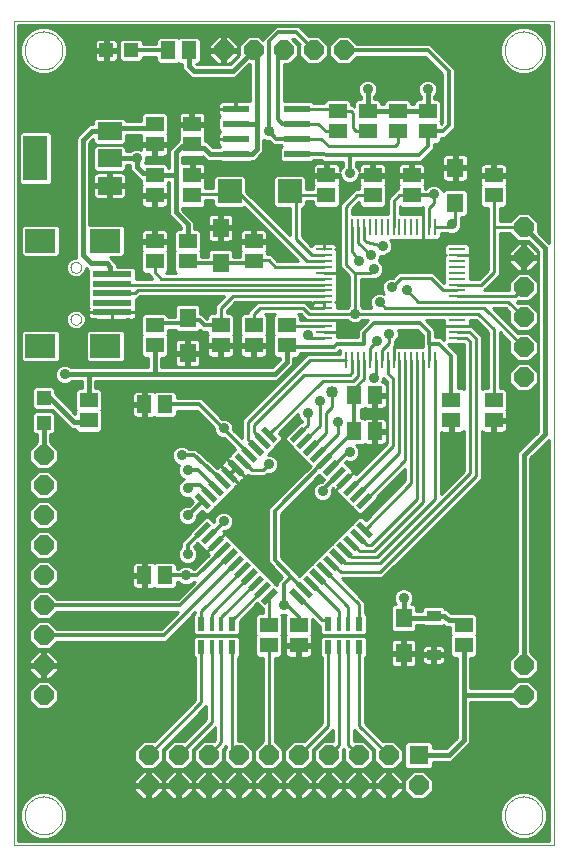
<source format=gtl>
G75*
G70*
%OFA0B0*%
%FSLAX24Y24*%
%IPPOS*%
%LPD*%
%AMOC8*
5,1,8,0,0,1.08239X$1,22.5*
%
%ADD10C,0.0000*%
%ADD11R,0.0591X0.0512*%
%ADD12R,0.0512X0.0591*%
%ADD13R,0.0551X0.0630*%
%ADD14R,0.0866X0.0236*%
%ADD15R,0.0787X0.0591*%
%ADD16R,0.0787X0.1496*%
%ADD17OC8,0.0640*%
%ADD18R,0.0472X0.0472*%
%ADD19R,0.0800X0.0800*%
%ADD20R,0.0591X0.0197*%
%ADD21R,0.0197X0.0591*%
%ADD22R,0.0640X0.0640*%
%ADD23R,0.0480X0.0358*%
%ADD24R,0.0173X0.0453*%
%ADD25R,0.0248X0.0453*%
%ADD26R,0.0984X0.0787*%
%ADD27R,0.1299X0.0197*%
%ADD28R,0.0106X0.0571*%
%ADD29R,0.0571X0.0106*%
%ADD30C,0.0100*%
%ADD31C,0.0350*%
%ADD32C,0.0120*%
%ADD33C,0.0160*%
%ADD34C,0.0400*%
D10*
X000383Y000152D02*
X000383Y027644D01*
X018383Y027644D01*
X018383Y000152D01*
X000383Y000152D01*
X000753Y001152D02*
X000755Y001202D01*
X000761Y001252D01*
X000771Y001301D01*
X000785Y001349D01*
X000802Y001396D01*
X000823Y001441D01*
X000848Y001485D01*
X000876Y001526D01*
X000908Y001565D01*
X000942Y001602D01*
X000979Y001636D01*
X001019Y001666D01*
X001061Y001693D01*
X001105Y001717D01*
X001151Y001738D01*
X001198Y001754D01*
X001246Y001767D01*
X001296Y001776D01*
X001345Y001781D01*
X001396Y001782D01*
X001446Y001779D01*
X001495Y001772D01*
X001544Y001761D01*
X001592Y001746D01*
X001638Y001728D01*
X001683Y001706D01*
X001726Y001680D01*
X001767Y001651D01*
X001806Y001619D01*
X001842Y001584D01*
X001874Y001546D01*
X001904Y001506D01*
X001931Y001463D01*
X001954Y001419D01*
X001973Y001373D01*
X001989Y001325D01*
X002001Y001276D01*
X002009Y001227D01*
X002013Y001177D01*
X002013Y001127D01*
X002009Y001077D01*
X002001Y001028D01*
X001989Y000979D01*
X001973Y000931D01*
X001954Y000885D01*
X001931Y000841D01*
X001904Y000798D01*
X001874Y000758D01*
X001842Y000720D01*
X001806Y000685D01*
X001767Y000653D01*
X001726Y000624D01*
X001683Y000598D01*
X001638Y000576D01*
X001592Y000558D01*
X001544Y000543D01*
X001495Y000532D01*
X001446Y000525D01*
X001396Y000522D01*
X001345Y000523D01*
X001296Y000528D01*
X001246Y000537D01*
X001198Y000550D01*
X001151Y000566D01*
X001105Y000587D01*
X001061Y000611D01*
X001019Y000638D01*
X000979Y000668D01*
X000942Y000702D01*
X000908Y000739D01*
X000876Y000778D01*
X000848Y000819D01*
X000823Y000863D01*
X000802Y000908D01*
X000785Y000955D01*
X000771Y001003D01*
X000761Y001052D01*
X000755Y001102D01*
X000753Y001152D01*
X002281Y017686D02*
X002283Y017712D01*
X002289Y017738D01*
X002299Y017763D01*
X002312Y017786D01*
X002328Y017806D01*
X002348Y017824D01*
X002370Y017839D01*
X002393Y017851D01*
X002419Y017859D01*
X002445Y017863D01*
X002471Y017863D01*
X002497Y017859D01*
X002523Y017851D01*
X002547Y017839D01*
X002568Y017824D01*
X002588Y017806D01*
X002604Y017786D01*
X002617Y017763D01*
X002627Y017738D01*
X002633Y017712D01*
X002635Y017686D01*
X002633Y017660D01*
X002627Y017634D01*
X002617Y017609D01*
X002604Y017586D01*
X002588Y017566D01*
X002568Y017548D01*
X002546Y017533D01*
X002523Y017521D01*
X002497Y017513D01*
X002471Y017509D01*
X002445Y017509D01*
X002419Y017513D01*
X002393Y017521D01*
X002369Y017533D01*
X002348Y017548D01*
X002328Y017566D01*
X002312Y017586D01*
X002299Y017609D01*
X002289Y017634D01*
X002283Y017660D01*
X002281Y017686D01*
X002281Y019418D02*
X002283Y019444D01*
X002289Y019470D01*
X002299Y019495D01*
X002312Y019518D01*
X002328Y019538D01*
X002348Y019556D01*
X002370Y019571D01*
X002393Y019583D01*
X002419Y019591D01*
X002445Y019595D01*
X002471Y019595D01*
X002497Y019591D01*
X002523Y019583D01*
X002547Y019571D01*
X002568Y019556D01*
X002588Y019538D01*
X002604Y019518D01*
X002617Y019495D01*
X002627Y019470D01*
X002633Y019444D01*
X002635Y019418D01*
X002633Y019392D01*
X002627Y019366D01*
X002617Y019341D01*
X002604Y019318D01*
X002588Y019298D01*
X002568Y019280D01*
X002546Y019265D01*
X002523Y019253D01*
X002497Y019245D01*
X002471Y019241D01*
X002445Y019241D01*
X002419Y019245D01*
X002393Y019253D01*
X002369Y019265D01*
X002348Y019280D01*
X002328Y019298D01*
X002312Y019318D01*
X002299Y019341D01*
X002289Y019366D01*
X002283Y019392D01*
X002281Y019418D01*
X000753Y026652D02*
X000755Y026702D01*
X000761Y026752D01*
X000771Y026801D01*
X000785Y026849D01*
X000802Y026896D01*
X000823Y026941D01*
X000848Y026985D01*
X000876Y027026D01*
X000908Y027065D01*
X000942Y027102D01*
X000979Y027136D01*
X001019Y027166D01*
X001061Y027193D01*
X001105Y027217D01*
X001151Y027238D01*
X001198Y027254D01*
X001246Y027267D01*
X001296Y027276D01*
X001345Y027281D01*
X001396Y027282D01*
X001446Y027279D01*
X001495Y027272D01*
X001544Y027261D01*
X001592Y027246D01*
X001638Y027228D01*
X001683Y027206D01*
X001726Y027180D01*
X001767Y027151D01*
X001806Y027119D01*
X001842Y027084D01*
X001874Y027046D01*
X001904Y027006D01*
X001931Y026963D01*
X001954Y026919D01*
X001973Y026873D01*
X001989Y026825D01*
X002001Y026776D01*
X002009Y026727D01*
X002013Y026677D01*
X002013Y026627D01*
X002009Y026577D01*
X002001Y026528D01*
X001989Y026479D01*
X001973Y026431D01*
X001954Y026385D01*
X001931Y026341D01*
X001904Y026298D01*
X001874Y026258D01*
X001842Y026220D01*
X001806Y026185D01*
X001767Y026153D01*
X001726Y026124D01*
X001683Y026098D01*
X001638Y026076D01*
X001592Y026058D01*
X001544Y026043D01*
X001495Y026032D01*
X001446Y026025D01*
X001396Y026022D01*
X001345Y026023D01*
X001296Y026028D01*
X001246Y026037D01*
X001198Y026050D01*
X001151Y026066D01*
X001105Y026087D01*
X001061Y026111D01*
X001019Y026138D01*
X000979Y026168D01*
X000942Y026202D01*
X000908Y026239D01*
X000876Y026278D01*
X000848Y026319D01*
X000823Y026363D01*
X000802Y026408D01*
X000785Y026455D01*
X000771Y026503D01*
X000761Y026552D01*
X000755Y026602D01*
X000753Y026652D01*
X016753Y026652D02*
X016755Y026702D01*
X016761Y026752D01*
X016771Y026801D01*
X016785Y026849D01*
X016802Y026896D01*
X016823Y026941D01*
X016848Y026985D01*
X016876Y027026D01*
X016908Y027065D01*
X016942Y027102D01*
X016979Y027136D01*
X017019Y027166D01*
X017061Y027193D01*
X017105Y027217D01*
X017151Y027238D01*
X017198Y027254D01*
X017246Y027267D01*
X017296Y027276D01*
X017345Y027281D01*
X017396Y027282D01*
X017446Y027279D01*
X017495Y027272D01*
X017544Y027261D01*
X017592Y027246D01*
X017638Y027228D01*
X017683Y027206D01*
X017726Y027180D01*
X017767Y027151D01*
X017806Y027119D01*
X017842Y027084D01*
X017874Y027046D01*
X017904Y027006D01*
X017931Y026963D01*
X017954Y026919D01*
X017973Y026873D01*
X017989Y026825D01*
X018001Y026776D01*
X018009Y026727D01*
X018013Y026677D01*
X018013Y026627D01*
X018009Y026577D01*
X018001Y026528D01*
X017989Y026479D01*
X017973Y026431D01*
X017954Y026385D01*
X017931Y026341D01*
X017904Y026298D01*
X017874Y026258D01*
X017842Y026220D01*
X017806Y026185D01*
X017767Y026153D01*
X017726Y026124D01*
X017683Y026098D01*
X017638Y026076D01*
X017592Y026058D01*
X017544Y026043D01*
X017495Y026032D01*
X017446Y026025D01*
X017396Y026022D01*
X017345Y026023D01*
X017296Y026028D01*
X017246Y026037D01*
X017198Y026050D01*
X017151Y026066D01*
X017105Y026087D01*
X017061Y026111D01*
X017019Y026138D01*
X016979Y026168D01*
X016942Y026202D01*
X016908Y026239D01*
X016876Y026278D01*
X016848Y026319D01*
X016823Y026363D01*
X016802Y026408D01*
X016785Y026455D01*
X016771Y026503D01*
X016761Y026552D01*
X016755Y026602D01*
X016753Y026652D01*
X016753Y001152D02*
X016755Y001202D01*
X016761Y001252D01*
X016771Y001301D01*
X016785Y001349D01*
X016802Y001396D01*
X016823Y001441D01*
X016848Y001485D01*
X016876Y001526D01*
X016908Y001565D01*
X016942Y001602D01*
X016979Y001636D01*
X017019Y001666D01*
X017061Y001693D01*
X017105Y001717D01*
X017151Y001738D01*
X017198Y001754D01*
X017246Y001767D01*
X017296Y001776D01*
X017345Y001781D01*
X017396Y001782D01*
X017446Y001779D01*
X017495Y001772D01*
X017544Y001761D01*
X017592Y001746D01*
X017638Y001728D01*
X017683Y001706D01*
X017726Y001680D01*
X017767Y001651D01*
X017806Y001619D01*
X017842Y001584D01*
X017874Y001546D01*
X017904Y001506D01*
X017931Y001463D01*
X017954Y001419D01*
X017973Y001373D01*
X017989Y001325D01*
X018001Y001276D01*
X018009Y001227D01*
X018013Y001177D01*
X018013Y001127D01*
X018009Y001077D01*
X018001Y001028D01*
X017989Y000979D01*
X017973Y000931D01*
X017954Y000885D01*
X017931Y000841D01*
X017904Y000798D01*
X017874Y000758D01*
X017842Y000720D01*
X017806Y000685D01*
X017767Y000653D01*
X017726Y000624D01*
X017683Y000598D01*
X017638Y000576D01*
X017592Y000558D01*
X017544Y000543D01*
X017495Y000532D01*
X017446Y000525D01*
X017396Y000522D01*
X017345Y000523D01*
X017296Y000528D01*
X017246Y000537D01*
X017198Y000550D01*
X017151Y000566D01*
X017105Y000587D01*
X017061Y000611D01*
X017019Y000638D01*
X016979Y000668D01*
X016942Y000702D01*
X016908Y000739D01*
X016876Y000778D01*
X016848Y000819D01*
X016823Y000863D01*
X016802Y000908D01*
X016785Y000955D01*
X016771Y001003D01*
X016761Y001052D01*
X016755Y001102D01*
X016753Y001152D01*
D11*
X015383Y006817D03*
X015383Y007486D03*
X014981Y014317D03*
X014981Y014986D03*
X016383Y014988D03*
X016383Y014319D03*
X016383Y021816D03*
X016383Y022485D03*
X014183Y023949D03*
X014183Y024618D03*
X013183Y024618D03*
X013183Y023949D03*
X012183Y023949D03*
X012183Y024618D03*
X011183Y024618D03*
X011183Y023949D03*
X010814Y022486D03*
X010814Y021817D03*
X012351Y021817D03*
X012351Y022486D03*
X013651Y022486D03*
X013651Y021817D03*
X009483Y017485D03*
X009483Y016816D03*
X008383Y016817D03*
X008383Y017486D03*
X007283Y017486D03*
X007283Y016817D03*
X006183Y019617D03*
X006183Y020286D03*
X005083Y020286D03*
X005083Y019617D03*
X005083Y017486D03*
X005083Y016817D03*
X002883Y014986D03*
X002883Y014317D03*
X005083Y021819D03*
X005083Y022488D03*
X005083Y023519D03*
X005083Y024188D03*
X006331Y024186D03*
X006331Y023517D03*
X006333Y022486D03*
X006333Y021817D03*
X008383Y020286D03*
X008383Y019617D03*
X008883Y007486D03*
X008883Y006817D03*
X009883Y006817D03*
X009883Y007486D03*
D12*
X005418Y009152D03*
X004748Y009152D03*
X004748Y014852D03*
X005418Y014852D03*
X011748Y015150D03*
X012418Y015150D03*
X012418Y013952D03*
X011748Y013952D03*
X006218Y026652D03*
X005548Y026652D03*
D13*
X007283Y020742D03*
X007283Y019561D03*
X006183Y017742D03*
X006183Y016561D03*
X013383Y007742D03*
X013383Y006561D03*
X015101Y021561D03*
X015101Y022742D03*
D14*
X009838Y023202D03*
X009838Y023702D03*
X009838Y024202D03*
X009838Y024702D03*
X007791Y024702D03*
X007791Y024202D03*
X007791Y023702D03*
X007791Y023202D03*
D15*
X003592Y023052D03*
X003592Y022146D03*
X003592Y023957D03*
D16*
X001111Y023052D03*
D17*
X007383Y026652D03*
X008383Y026652D03*
X009383Y026652D03*
X010383Y026652D03*
X011383Y026652D03*
X017383Y020752D03*
X017383Y019752D03*
X017383Y018752D03*
X017383Y017752D03*
X017383Y016752D03*
X017383Y015752D03*
X017383Y006152D03*
X017383Y005152D03*
X013883Y002152D03*
X012883Y002152D03*
X012883Y003152D03*
X011883Y003152D03*
X011883Y002152D03*
X010883Y002152D03*
X010883Y003152D03*
X009883Y003152D03*
X009883Y002152D03*
X008883Y002152D03*
X008883Y003152D03*
X007883Y003152D03*
X007883Y002152D03*
X006883Y002152D03*
X006883Y003152D03*
X005883Y003152D03*
X005883Y002152D03*
X004883Y002152D03*
X004883Y003152D03*
X001383Y005152D03*
X001383Y006152D03*
X001383Y007152D03*
X001383Y008152D03*
X001383Y009152D03*
X001383Y010152D03*
X001383Y011152D03*
X001383Y012152D03*
X001383Y013152D03*
D18*
X001383Y014238D03*
X001383Y015065D03*
X003470Y026652D03*
X004296Y026652D03*
D19*
X007583Y021952D03*
X009583Y021952D03*
D20*
G36*
X009579Y013713D02*
X009995Y014129D01*
X010133Y013991D01*
X009717Y013575D01*
X009579Y013713D01*
G37*
G36*
X009802Y013490D02*
X010218Y013906D01*
X010356Y013768D01*
X009940Y013352D01*
X009802Y013490D01*
G37*
G36*
X010025Y013268D02*
X010441Y013684D01*
X010579Y013546D01*
X010163Y013130D01*
X010025Y013268D01*
G37*
G36*
X010247Y013045D02*
X010663Y013461D01*
X010801Y013323D01*
X010385Y012907D01*
X010247Y013045D01*
G37*
G36*
X010470Y012822D02*
X010886Y013238D01*
X011024Y013100D01*
X010608Y012684D01*
X010470Y012822D01*
G37*
G36*
X010693Y012599D02*
X011109Y013015D01*
X011247Y012877D01*
X010831Y012461D01*
X010693Y012599D01*
G37*
G36*
X010915Y012377D02*
X011331Y012793D01*
X011469Y012655D01*
X011053Y012239D01*
X010915Y012377D01*
G37*
G36*
X011138Y012154D02*
X011554Y012570D01*
X011692Y012432D01*
X011276Y012016D01*
X011138Y012154D01*
G37*
G36*
X011361Y011931D02*
X011777Y012347D01*
X011915Y012209D01*
X011499Y011793D01*
X011361Y011931D01*
G37*
G36*
X011584Y011709D02*
X012000Y012125D01*
X012138Y011987D01*
X011722Y011571D01*
X011584Y011709D01*
G37*
G36*
X011806Y011486D02*
X012222Y011902D01*
X012360Y011764D01*
X011944Y011348D01*
X011806Y011486D01*
G37*
G36*
X008633Y008312D02*
X009049Y008728D01*
X009187Y008590D01*
X008771Y008174D01*
X008633Y008312D01*
G37*
G36*
X008410Y008535D02*
X008826Y008951D01*
X008964Y008813D01*
X008548Y008397D01*
X008410Y008535D01*
G37*
G36*
X008187Y008758D02*
X008603Y009174D01*
X008741Y009036D01*
X008325Y008620D01*
X008187Y008758D01*
G37*
G36*
X007965Y008980D02*
X008381Y009396D01*
X008519Y009258D01*
X008103Y008842D01*
X007965Y008980D01*
G37*
G36*
X007742Y009203D02*
X008158Y009619D01*
X008296Y009481D01*
X007880Y009065D01*
X007742Y009203D01*
G37*
G36*
X007519Y009426D02*
X007935Y009842D01*
X008073Y009704D01*
X007657Y009288D01*
X007519Y009426D01*
G37*
G36*
X007296Y009649D02*
X007712Y010065D01*
X007850Y009927D01*
X007434Y009511D01*
X007296Y009649D01*
G37*
G36*
X007074Y009871D02*
X007490Y010287D01*
X007628Y010149D01*
X007212Y009733D01*
X007074Y009871D01*
G37*
G36*
X006851Y010094D02*
X007267Y010510D01*
X007405Y010372D01*
X006989Y009956D01*
X006851Y010094D01*
G37*
G36*
X006628Y010317D02*
X007044Y010733D01*
X007182Y010595D01*
X006766Y010179D01*
X006628Y010317D01*
G37*
G36*
X006406Y010539D02*
X006822Y010955D01*
X006960Y010817D01*
X006544Y010401D01*
X006406Y010539D01*
G37*
D21*
G36*
X006406Y011764D02*
X006544Y011902D01*
X006960Y011486D01*
X006822Y011348D01*
X006406Y011764D01*
G37*
G36*
X006628Y011987D02*
X006766Y012125D01*
X007182Y011709D01*
X007044Y011571D01*
X006628Y011987D01*
G37*
G36*
X006851Y012209D02*
X006989Y012347D01*
X007405Y011931D01*
X007267Y011793D01*
X006851Y012209D01*
G37*
G36*
X007074Y012432D02*
X007212Y012570D01*
X007628Y012154D01*
X007490Y012016D01*
X007074Y012432D01*
G37*
G36*
X007296Y012655D02*
X007434Y012793D01*
X007850Y012377D01*
X007712Y012239D01*
X007296Y012655D01*
G37*
G36*
X007519Y012877D02*
X007657Y013015D01*
X008073Y012599D01*
X007935Y012461D01*
X007519Y012877D01*
G37*
G36*
X007742Y013100D02*
X007880Y013238D01*
X008296Y012822D01*
X008158Y012684D01*
X007742Y013100D01*
G37*
G36*
X007965Y013323D02*
X008103Y013461D01*
X008519Y013045D01*
X008381Y012907D01*
X007965Y013323D01*
G37*
G36*
X008187Y013546D02*
X008325Y013684D01*
X008741Y013268D01*
X008603Y013130D01*
X008187Y013546D01*
G37*
G36*
X008410Y013768D02*
X008548Y013906D01*
X008964Y013490D01*
X008826Y013352D01*
X008410Y013768D01*
G37*
G36*
X008633Y013991D02*
X008771Y014129D01*
X009187Y013713D01*
X009049Y013575D01*
X008633Y013991D01*
G37*
G36*
X011138Y010149D02*
X011276Y010287D01*
X011692Y009871D01*
X011554Y009733D01*
X011138Y010149D01*
G37*
G36*
X010915Y009927D02*
X011053Y010065D01*
X011469Y009649D01*
X011331Y009511D01*
X010915Y009927D01*
G37*
G36*
X010693Y009704D02*
X010831Y009842D01*
X011247Y009426D01*
X011109Y009288D01*
X010693Y009704D01*
G37*
G36*
X010470Y009481D02*
X010608Y009619D01*
X011024Y009203D01*
X010886Y009065D01*
X010470Y009481D01*
G37*
G36*
X010247Y009258D02*
X010385Y009396D01*
X010801Y008980D01*
X010663Y008842D01*
X010247Y009258D01*
G37*
G36*
X010025Y009036D02*
X010163Y009174D01*
X010579Y008758D01*
X010441Y008620D01*
X010025Y009036D01*
G37*
G36*
X009802Y008813D02*
X009940Y008951D01*
X010356Y008535D01*
X010218Y008397D01*
X009802Y008813D01*
G37*
G36*
X009579Y008590D02*
X009717Y008728D01*
X010133Y008312D01*
X009995Y008174D01*
X009579Y008590D01*
G37*
G36*
X011361Y010372D02*
X011499Y010510D01*
X011915Y010094D01*
X011777Y009956D01*
X011361Y010372D01*
G37*
G36*
X011584Y010595D02*
X011722Y010733D01*
X012138Y010317D01*
X012000Y010179D01*
X011584Y010595D01*
G37*
G36*
X011806Y010817D02*
X011944Y010955D01*
X012360Y010539D01*
X012222Y010401D01*
X011806Y010817D01*
G37*
D22*
X013883Y003152D03*
D23*
X014383Y006508D03*
X014383Y007795D03*
D24*
X011540Y007536D03*
X011226Y007536D03*
X011226Y006768D03*
X011540Y006768D03*
X007315Y006768D03*
X007001Y006768D03*
X007001Y007536D03*
X007315Y007536D03*
D25*
X007668Y007536D03*
X007668Y006768D03*
X006648Y006768D03*
X006648Y007536D03*
X010873Y007536D03*
X010873Y006768D03*
X011893Y006768D03*
X011893Y007536D03*
D26*
X003442Y016800D03*
X001277Y016800D03*
X001277Y020304D03*
X003442Y020304D03*
D27*
X003678Y019182D03*
X003678Y018867D03*
X003678Y018552D03*
X003678Y018237D03*
X003678Y017922D03*
D28*
X011475Y016337D03*
X011672Y016337D03*
X011869Y016337D03*
X012066Y016337D03*
X012263Y016337D03*
X012459Y016337D03*
X012656Y016337D03*
X012853Y016337D03*
X013050Y016337D03*
X013247Y016337D03*
X013444Y016337D03*
X013640Y016337D03*
X013837Y016337D03*
X014034Y016337D03*
X014231Y016337D03*
X014428Y016337D03*
X014428Y020766D03*
X014231Y020766D03*
X014034Y020766D03*
X013837Y020766D03*
X013640Y020766D03*
X013444Y020766D03*
X013247Y020766D03*
X013050Y020766D03*
X012853Y020766D03*
X012656Y020766D03*
X012459Y020766D03*
X012263Y020766D03*
X012066Y020766D03*
X011869Y020766D03*
X011672Y020766D03*
X011475Y020766D03*
D29*
X010737Y020028D03*
X010737Y019831D03*
X010737Y019634D03*
X010737Y019437D03*
X010737Y019241D03*
X010737Y019044D03*
X010737Y018847D03*
X010737Y018650D03*
X010737Y018453D03*
X010737Y018256D03*
X010737Y018060D03*
X010737Y017863D03*
X010737Y017666D03*
X010737Y017469D03*
X010737Y017272D03*
X010737Y017075D03*
X015166Y017075D03*
X015166Y017272D03*
X015166Y017469D03*
X015166Y017666D03*
X015166Y017863D03*
X015166Y018060D03*
X015166Y018256D03*
X015166Y018453D03*
X015166Y018650D03*
X015166Y018847D03*
X015166Y019044D03*
X015166Y019241D03*
X015166Y019437D03*
X015166Y019634D03*
X015166Y019831D03*
X015166Y020028D03*
D30*
X015166Y019831D02*
X015583Y019831D01*
X015583Y019852D01*
X015601Y019831D02*
X015601Y019904D01*
X015600Y019911D01*
X015601Y019913D01*
X015601Y020143D01*
X015514Y020231D01*
X014818Y020231D01*
X014731Y020143D01*
X014731Y019913D01*
X014732Y019911D01*
X014731Y019904D01*
X014731Y019831D01*
X014731Y019758D01*
X014732Y019751D01*
X014731Y019750D01*
X014731Y019519D01*
X014731Y019322D01*
X014731Y019125D01*
X014731Y018928D01*
X014731Y018887D01*
X014483Y019134D01*
X014731Y019134D01*
X014731Y019036D02*
X014582Y019036D01*
X014680Y018937D02*
X014731Y018937D01*
X014685Y018650D02*
X015166Y018650D01*
X015166Y018453D02*
X017085Y018453D01*
X017383Y018752D01*
X017101Y019134D02*
X016548Y019134D01*
X016583Y019169D02*
X016583Y019334D01*
X016583Y020577D01*
X016913Y020577D01*
X016913Y020557D01*
X017188Y020282D01*
X017528Y020282D01*
X017853Y019956D01*
X017853Y013947D01*
X017288Y013382D01*
X017153Y013247D01*
X017153Y006586D01*
X016913Y006346D01*
X016913Y005957D01*
X017188Y005682D01*
X017578Y005682D01*
X017853Y005957D01*
X017853Y006346D01*
X017613Y006586D01*
X017613Y013056D01*
X018233Y013676D01*
X018233Y000302D01*
X000533Y000302D01*
X000533Y027494D01*
X018233Y027494D01*
X018233Y020227D01*
X017853Y020607D01*
X017853Y020946D01*
X017578Y021222D01*
X017188Y021222D01*
X016943Y020977D01*
X016583Y020977D01*
X016583Y021410D01*
X016740Y021410D01*
X016828Y021497D01*
X016828Y022134D01*
X016808Y022154D01*
X016818Y022171D01*
X016828Y022209D01*
X016828Y022435D01*
X016433Y022435D01*
X016433Y022535D01*
X016333Y022535D01*
X016333Y022891D01*
X016068Y022891D01*
X016030Y022880D01*
X015996Y022861D01*
X015968Y022833D01*
X015948Y022799D01*
X015938Y022760D01*
X015938Y022535D01*
X016333Y022535D01*
X016333Y022435D01*
X015938Y022435D01*
X015938Y022209D01*
X015948Y022171D01*
X015958Y022154D01*
X015938Y022134D01*
X015938Y021497D01*
X016026Y021410D01*
X016183Y021410D01*
X016183Y020859D01*
X016183Y019334D01*
X015895Y019047D01*
X015601Y019047D01*
X015601Y019125D01*
X015601Y019322D01*
X015601Y019519D01*
X015601Y019750D01*
X015600Y019751D01*
X015601Y019758D01*
X015601Y019831D01*
X015520Y019831D01*
X015520Y019831D01*
X015520Y019831D01*
X015601Y019831D01*
X015601Y019824D02*
X016183Y019824D01*
X016183Y019922D02*
X015601Y019922D01*
X015601Y020021D02*
X016183Y020021D01*
X016183Y020120D02*
X015601Y020120D01*
X015527Y020218D02*
X016183Y020218D01*
X016183Y020317D02*
X012953Y020317D01*
X012958Y020311D02*
X012938Y020331D01*
X013131Y020331D01*
X013328Y020331D01*
X013525Y020331D01*
X013722Y020331D01*
X013953Y020331D01*
X013954Y020333D01*
X013961Y020331D01*
X014034Y020331D01*
X014034Y020412D01*
X014034Y020412D01*
X014034Y020331D01*
X014107Y020331D01*
X014114Y020333D01*
X014116Y020331D01*
X014313Y020331D01*
X014543Y020331D01*
X014631Y020419D01*
X014631Y020566D01*
X014815Y020566D01*
X014823Y020566D01*
X014918Y020527D01*
X015048Y020527D01*
X015167Y020576D01*
X015258Y020668D01*
X015308Y020787D01*
X015308Y020916D01*
X015283Y020977D01*
X015283Y021034D01*
X015283Y021096D01*
X015439Y021096D01*
X015527Y021184D01*
X015527Y021938D01*
X015439Y022026D01*
X014764Y022026D01*
X014692Y021954D01*
X014658Y022036D01*
X014567Y022127D01*
X014448Y022177D01*
X014318Y022177D01*
X014199Y022127D01*
X014107Y022036D01*
X014104Y022027D01*
X014097Y022027D01*
X014097Y022135D01*
X014077Y022155D01*
X014086Y022172D01*
X014097Y022211D01*
X014097Y022436D01*
X013702Y022436D01*
X013702Y022536D01*
X014097Y022536D01*
X014097Y022762D01*
X014086Y022800D01*
X014067Y022834D01*
X014039Y022862D01*
X014005Y022882D01*
X013966Y022892D01*
X013701Y022892D01*
X013701Y022536D01*
X013602Y022536D01*
X013602Y022892D01*
X013336Y022892D01*
X013298Y022882D01*
X013264Y022862D01*
X013236Y022834D01*
X013216Y022800D01*
X013206Y022762D01*
X013206Y022536D01*
X013601Y022536D01*
X013601Y022436D01*
X013206Y022436D01*
X013206Y022211D01*
X013216Y022172D01*
X013226Y022155D01*
X013206Y022135D01*
X013206Y022017D01*
X013165Y022017D01*
X012850Y021701D01*
X012850Y021536D01*
X012850Y021202D01*
X012738Y021202D01*
X012541Y021202D01*
X012344Y021202D01*
X012147Y021202D01*
X011950Y021202D01*
X011754Y021202D01*
X011675Y021202D01*
X011675Y021361D01*
X011906Y021592D01*
X011906Y021499D01*
X011813Y021499D01*
X011906Y021499D02*
X011994Y021411D01*
X012709Y021411D01*
X012797Y021499D01*
X012850Y021499D01*
X012797Y021499D02*
X012797Y022135D01*
X012777Y022155D01*
X012786Y022172D01*
X012797Y022211D01*
X012797Y022436D01*
X012402Y022436D01*
X012402Y022536D01*
X012797Y022536D01*
X012797Y022762D01*
X012786Y022800D01*
X012767Y022834D01*
X012739Y022862D01*
X012705Y022882D01*
X012666Y022892D01*
X012401Y022892D01*
X012401Y022536D01*
X012302Y022536D01*
X012302Y022892D01*
X012036Y022892D01*
X011998Y022882D01*
X011964Y022862D01*
X011936Y022834D01*
X011916Y022800D01*
X011906Y022762D01*
X011906Y022620D01*
X011858Y022736D01*
X011793Y022801D01*
X011793Y022942D01*
X013796Y022942D01*
X013970Y022942D01*
X014270Y023242D01*
X014393Y023365D01*
X014393Y023543D01*
X014540Y023543D01*
X014628Y023630D01*
X014628Y023742D01*
X014770Y023742D01*
X014893Y023865D01*
X014970Y023942D01*
X015093Y024065D01*
X015093Y026039D01*
X014970Y026162D01*
X014270Y026862D01*
X014096Y026862D01*
X011838Y026862D01*
X011578Y027122D01*
X011188Y027122D01*
X010913Y026846D01*
X010913Y026457D01*
X011188Y026182D01*
X011578Y026182D01*
X011838Y026442D01*
X014096Y026442D01*
X014673Y025865D01*
X014673Y024239D01*
X014628Y024194D01*
X014628Y024267D01*
X014612Y024283D01*
X014628Y024300D01*
X014628Y024936D01*
X014540Y025024D01*
X014413Y025024D01*
X014413Y025122D01*
X014458Y025168D01*
X014508Y025287D01*
X014508Y025416D01*
X014458Y025536D01*
X014367Y025627D01*
X014248Y025677D01*
X014118Y025677D01*
X013999Y025627D01*
X013907Y025536D01*
X013858Y025416D01*
X013858Y025287D01*
X013907Y025168D01*
X013953Y025122D01*
X013953Y025024D01*
X013826Y025024D01*
X013738Y024936D01*
X013738Y024848D01*
X013628Y024848D01*
X013628Y024936D01*
X013540Y025024D01*
X012826Y025024D01*
X012738Y024936D01*
X012738Y024848D01*
X012628Y024848D01*
X012628Y024936D01*
X012540Y025024D01*
X012413Y025024D01*
X012413Y025122D01*
X012458Y025168D01*
X012508Y025287D01*
X012508Y025416D01*
X012458Y025536D01*
X012367Y025627D01*
X012248Y025677D01*
X012118Y025677D01*
X011999Y025627D01*
X011907Y025536D01*
X011858Y025416D01*
X011858Y025287D01*
X011907Y025168D01*
X011953Y025122D01*
X011953Y025024D01*
X011826Y025024D01*
X011738Y024936D01*
X011738Y024780D01*
X011700Y024818D01*
X011628Y024818D01*
X011628Y024936D01*
X011540Y025024D01*
X010826Y025024D01*
X010738Y024936D01*
X010738Y024902D01*
X010401Y024902D01*
X010333Y024970D01*
X009393Y024970D01*
X009393Y026182D01*
X009578Y026182D01*
X009853Y026457D01*
X009853Y026846D01*
X009658Y027042D01*
X009726Y027042D01*
X009917Y026850D01*
X009913Y026846D01*
X009913Y026457D01*
X010188Y026182D01*
X010578Y026182D01*
X010853Y026457D01*
X010853Y026846D01*
X010578Y027122D01*
X010240Y027122D01*
X010023Y027339D01*
X009900Y027462D01*
X009300Y027462D01*
X009126Y027462D01*
X008826Y027162D01*
X008703Y027039D01*
X008703Y026996D01*
X008578Y027122D01*
X008188Y027122D01*
X007913Y026846D01*
X007913Y026507D01*
X007588Y026182D01*
X006478Y026182D01*
X006453Y026206D01*
X006536Y026206D01*
X006624Y026294D01*
X006624Y027009D01*
X006536Y027097D01*
X005900Y027097D01*
X005883Y027080D01*
X005866Y027097D01*
X005230Y027097D01*
X005142Y027009D01*
X005142Y026862D01*
X004683Y026862D01*
X004683Y026950D01*
X004595Y027038D01*
X003998Y027038D01*
X003910Y026950D01*
X003910Y026353D01*
X003998Y026265D01*
X004595Y026265D01*
X004683Y026353D01*
X004683Y026442D01*
X005142Y026442D01*
X005142Y026294D01*
X005230Y026206D01*
X005866Y026206D01*
X005883Y026223D01*
X005900Y026206D01*
X005988Y026206D01*
X005988Y026022D01*
X006153Y025856D01*
X006288Y025722D01*
X007588Y025722D01*
X007778Y025722D01*
X008238Y026182D01*
X008253Y026182D01*
X008253Y024967D01*
X008244Y024970D01*
X007800Y024970D01*
X007800Y024711D01*
X007782Y024711D01*
X007782Y024970D01*
X007338Y024970D01*
X007300Y024959D01*
X007266Y024940D01*
X007238Y024912D01*
X007218Y024878D01*
X007208Y024839D01*
X007208Y024711D01*
X007782Y024711D01*
X007782Y024693D01*
X007208Y024693D01*
X007208Y024564D01*
X007218Y024526D01*
X007238Y024491D01*
X007266Y024464D01*
X007281Y024455D01*
X007208Y024382D01*
X007208Y024021D01*
X007281Y023948D01*
X007266Y023940D01*
X007238Y023912D01*
X007218Y023878D01*
X007208Y023839D01*
X007208Y023711D01*
X007782Y023711D01*
X007782Y023693D01*
X007208Y023693D01*
X007208Y023564D01*
X007218Y023526D01*
X007238Y023491D01*
X007266Y023464D01*
X007281Y023455D01*
X007258Y023432D01*
X007028Y023432D01*
X006828Y023632D01*
X006777Y023632D01*
X006777Y023835D01*
X006757Y023855D01*
X006766Y023872D01*
X006777Y023911D01*
X006777Y024136D01*
X006382Y024136D01*
X006382Y024236D01*
X006777Y024236D01*
X006777Y024462D01*
X006766Y024500D01*
X006747Y024534D01*
X006719Y024562D01*
X006685Y024582D01*
X006646Y024592D01*
X006381Y024592D01*
X006381Y024236D01*
X006282Y024236D01*
X006282Y024592D01*
X006016Y024592D01*
X005978Y024582D01*
X005944Y024562D01*
X005916Y024534D01*
X005896Y024500D01*
X005886Y024462D01*
X005886Y024236D01*
X006281Y024236D01*
X006281Y024136D01*
X005886Y024136D01*
X005886Y023911D01*
X005896Y023872D01*
X005906Y023855D01*
X005886Y023835D01*
X005886Y023680D01*
X005753Y023547D01*
X005553Y023347D01*
X005553Y023156D01*
X005553Y022718D01*
X005528Y022718D01*
X005528Y022806D01*
X005440Y022894D01*
X004769Y022894D01*
X004808Y022987D01*
X004808Y023113D01*
X005033Y023113D01*
X005033Y023468D01*
X005133Y023468D01*
X005133Y023113D01*
X005398Y023113D01*
X005436Y023123D01*
X005470Y023143D01*
X005498Y023170D01*
X005518Y023205D01*
X005528Y023243D01*
X005528Y023469D01*
X005133Y023469D01*
X005133Y023568D01*
X005528Y023568D01*
X005528Y023794D01*
X005518Y023832D01*
X005508Y023850D01*
X005528Y023870D01*
X005528Y024506D01*
X005440Y024594D01*
X004726Y024594D01*
X004638Y024506D01*
X004638Y024282D01*
X004135Y024282D01*
X004135Y024315D01*
X004047Y024402D01*
X003136Y024402D01*
X003048Y024315D01*
X003048Y024187D01*
X002893Y024187D01*
X002453Y023747D01*
X002453Y023556D01*
X002453Y019745D01*
X002393Y019745D01*
X002273Y019695D01*
X002181Y019603D01*
X002131Y019483D01*
X002131Y019353D01*
X002181Y019232D01*
X002273Y019140D01*
X002393Y019091D01*
X002523Y019091D01*
X002643Y019140D01*
X002735Y019232D01*
X002785Y019353D01*
X002785Y019399D01*
X002863Y019322D01*
X002879Y019322D01*
X002879Y019021D01*
X002879Y018706D01*
X002879Y018397D01*
X002879Y018076D01*
X002887Y018068D01*
X002879Y018040D01*
X002879Y017922D01*
X003678Y017922D01*
X003678Y017921D01*
X003679Y017921D01*
X003679Y017673D01*
X004348Y017673D01*
X004386Y017684D01*
X004420Y017703D01*
X004448Y017731D01*
X004468Y017765D01*
X004478Y017804D01*
X004478Y017921D01*
X003679Y017921D01*
X003679Y017922D01*
X004478Y017922D01*
X004478Y018040D01*
X004470Y018068D01*
X004478Y018076D01*
X004478Y018352D01*
X004516Y018352D01*
X004614Y018450D01*
X007399Y018450D01*
X007200Y018252D01*
X007083Y018134D01*
X007083Y017892D01*
X006926Y017892D01*
X006838Y017804D01*
X006838Y017696D01*
X006835Y017696D01*
X006793Y017739D01*
X006670Y017862D01*
X006609Y017862D01*
X006609Y018119D01*
X006521Y018207D01*
X005845Y018207D01*
X005757Y018119D01*
X005757Y017762D01*
X005528Y017762D01*
X005528Y017804D01*
X005440Y017892D01*
X004726Y017892D01*
X004638Y017804D01*
X004638Y017168D01*
X004654Y017152D01*
X004638Y017135D01*
X004638Y016499D01*
X004726Y016411D01*
X004853Y016411D01*
X004853Y016082D01*
X002788Y016082D01*
X002313Y016082D01*
X002267Y016127D01*
X002148Y016177D01*
X002018Y016177D01*
X001899Y016127D01*
X001807Y016036D01*
X001758Y015916D01*
X001758Y015787D01*
X001807Y015668D01*
X001899Y015576D01*
X002018Y015527D01*
X002148Y015527D01*
X002267Y015576D01*
X002313Y015622D01*
X002653Y015622D01*
X002653Y015392D01*
X002526Y015392D01*
X002438Y015304D01*
X002438Y014668D01*
X002454Y014652D01*
X002438Y014635D01*
X002438Y014547D01*
X001769Y015216D01*
X001769Y015363D01*
X001681Y015451D01*
X001085Y015451D01*
X000997Y015363D01*
X000997Y014767D01*
X001085Y014679D01*
X001656Y014679D01*
X002153Y014181D01*
X002288Y014047D01*
X002438Y014047D01*
X002438Y013999D01*
X002526Y013911D01*
X003240Y013911D01*
X003328Y013999D01*
X003328Y014635D01*
X003312Y014652D01*
X003328Y014668D01*
X003328Y015304D01*
X003240Y015392D01*
X003113Y015392D01*
X003113Y015622D01*
X005178Y015622D01*
X008988Y015622D01*
X009178Y015622D01*
X009578Y016022D01*
X009713Y016156D01*
X009713Y016410D01*
X009840Y016410D01*
X009928Y016497D01*
X009928Y016567D01*
X010985Y016567D01*
X011159Y016567D01*
X011259Y016667D01*
X011272Y016667D01*
X011272Y016537D01*
X010371Y016537D01*
X010361Y016547D01*
X010195Y016547D01*
X010078Y016430D01*
X008100Y014452D01*
X007983Y014334D01*
X007983Y013739D01*
X007708Y014014D01*
X007708Y014116D01*
X007658Y014236D01*
X007567Y014327D01*
X007448Y014377D01*
X007346Y014377D01*
X006661Y015062D01*
X006487Y015062D01*
X005824Y015062D01*
X005824Y015209D01*
X005736Y015297D01*
X005100Y015297D01*
X005079Y015277D01*
X005062Y015287D01*
X005024Y015297D01*
X004798Y015297D01*
X004798Y014902D01*
X004698Y014902D01*
X004698Y015297D01*
X004473Y015297D01*
X004435Y015287D01*
X004400Y015267D01*
X004372Y015239D01*
X004353Y015205D01*
X004342Y015167D01*
X004342Y014902D01*
X004698Y014902D01*
X004698Y014802D01*
X004342Y014802D01*
X004342Y014537D01*
X004353Y014498D01*
X004372Y014464D01*
X004400Y014436D01*
X004435Y014417D01*
X004473Y014406D01*
X004698Y014406D01*
X004698Y014801D01*
X004798Y014801D01*
X004798Y014406D01*
X005024Y014406D01*
X005062Y014417D01*
X005079Y014427D01*
X005100Y014406D01*
X005736Y014406D01*
X005824Y014494D01*
X005824Y014642D01*
X006487Y014642D01*
X007058Y014070D01*
X007058Y013987D01*
X007107Y013868D01*
X007199Y013776D01*
X007318Y013727D01*
X007402Y013727D01*
X007778Y013350D01*
X007590Y013162D01*
X007590Y013152D01*
X007565Y013137D01*
X007481Y013053D01*
X007398Y012970D01*
X007378Y012936D01*
X007378Y012934D01*
X007376Y012934D01*
X007342Y012914D01*
X007259Y012831D01*
X007573Y012516D01*
X007258Y012830D01*
X007175Y012747D01*
X007169Y012737D01*
X006536Y013304D01*
X006479Y013362D01*
X006472Y013362D01*
X006467Y013366D01*
X006386Y013362D01*
X006233Y013362D01*
X006167Y013427D01*
X006048Y013477D01*
X005918Y013477D01*
X005799Y013427D01*
X005707Y013336D01*
X005658Y013216D01*
X005658Y013087D01*
X005707Y012968D01*
X005799Y012876D01*
X005906Y012832D01*
X005858Y012716D01*
X005858Y012587D01*
X005907Y012468D01*
X005999Y012376D01*
X006058Y012352D01*
X005999Y012327D01*
X005907Y012236D01*
X005858Y012116D01*
X005858Y011987D01*
X005907Y011868D01*
X005999Y011776D01*
X006118Y011727D01*
X006248Y011727D01*
X006254Y011729D01*
X006254Y011702D01*
X006358Y011598D01*
X006237Y011477D01*
X006118Y011477D01*
X005999Y011427D01*
X005907Y011336D01*
X005858Y011216D01*
X005858Y011087D01*
X005907Y010968D01*
X005999Y010876D01*
X006118Y010827D01*
X006248Y010827D01*
X006367Y010876D01*
X006458Y010968D01*
X006508Y011087D01*
X006508Y011153D01*
X006655Y011301D01*
X006760Y011196D01*
X006884Y011196D01*
X007111Y011424D01*
X007334Y011646D01*
X007556Y011869D01*
X007779Y012092D01*
X007779Y012103D01*
X007805Y012117D01*
X007888Y012201D01*
X007574Y012515D01*
X007574Y012516D01*
X007574Y012516D01*
X007621Y012563D01*
X007621Y012563D01*
X007796Y012738D01*
X007796Y012738D01*
X007797Y012738D01*
X008111Y012424D01*
X008192Y012505D01*
X008245Y012452D01*
X008766Y012452D01*
X008841Y012527D01*
X008948Y012527D01*
X009067Y012576D01*
X009158Y012668D01*
X009208Y012787D01*
X009208Y012916D01*
X009158Y013036D01*
X009067Y013127D01*
X008948Y013177D01*
X008864Y013177D01*
X008893Y013205D01*
X009115Y013428D01*
X009338Y013651D01*
X009338Y013775D01*
X009227Y013886D01*
X009858Y014517D01*
X009858Y014487D01*
X009907Y014368D01*
X009983Y014292D01*
X009983Y014280D01*
X009933Y014280D01*
X009428Y013775D01*
X009428Y013651D01*
X009655Y013424D01*
X009878Y013201D01*
X010100Y012978D01*
X010284Y012795D01*
X008873Y011384D01*
X008873Y011210D01*
X008873Y009583D01*
X008996Y009460D01*
X009345Y009111D01*
X009296Y009062D01*
X009173Y008939D01*
X009173Y008818D01*
X009111Y008880D01*
X008888Y009102D01*
X008666Y009325D01*
X008443Y009548D01*
X008220Y009770D01*
X008002Y009989D01*
X007775Y010216D01*
X007552Y010439D01*
X007541Y010439D01*
X007526Y010464D01*
X007443Y010548D01*
X007364Y010627D01*
X007448Y010627D01*
X007567Y010676D01*
X007658Y010768D01*
X007708Y010887D01*
X007708Y011016D01*
X007658Y011136D01*
X007567Y011227D01*
X007448Y011277D01*
X007318Y011277D01*
X007199Y011227D01*
X007107Y011136D01*
X007058Y011016D01*
X007058Y010933D01*
X006884Y011107D01*
X006760Y011107D01*
X006254Y010601D01*
X006254Y010547D01*
X006096Y010389D01*
X005973Y010266D01*
X005973Y010101D01*
X005907Y010036D01*
X005858Y009916D01*
X005858Y009787D01*
X005907Y009668D01*
X005999Y009576D01*
X006118Y009527D01*
X006248Y009527D01*
X006367Y009576D01*
X006458Y009668D01*
X006508Y009787D01*
X006508Y009916D01*
X006458Y010036D01*
X006398Y010097D01*
X006516Y010215D01*
X006704Y010027D01*
X006715Y010027D01*
X006730Y010002D01*
X006813Y009918D01*
X007128Y010233D01*
X007443Y010548D01*
X007128Y010233D01*
X007128Y010233D01*
X007128Y010232D01*
X006813Y009918D01*
X006887Y009844D01*
X006405Y009362D01*
X006383Y009362D01*
X006317Y009427D01*
X006198Y009477D01*
X006068Y009477D01*
X005949Y009427D01*
X005883Y009362D01*
X005824Y009362D01*
X005824Y009509D01*
X005736Y009597D01*
X005100Y009597D01*
X005079Y009577D01*
X005062Y009587D01*
X005024Y009597D01*
X004798Y009597D01*
X004798Y009202D01*
X004698Y009202D01*
X004698Y009597D01*
X004473Y009597D01*
X004435Y009587D01*
X004400Y009567D01*
X004372Y009539D01*
X004353Y009505D01*
X004342Y009467D01*
X004342Y009202D01*
X004698Y009202D01*
X004698Y009102D01*
X004342Y009102D01*
X004342Y008837D01*
X004353Y008798D01*
X004372Y008764D01*
X004400Y008736D01*
X004435Y008717D01*
X004473Y008706D01*
X004698Y008706D01*
X004698Y009101D01*
X004798Y009101D01*
X004798Y008706D01*
X005024Y008706D01*
X005062Y008717D01*
X005079Y008727D01*
X005100Y008706D01*
X005736Y008706D01*
X005824Y008794D01*
X005824Y008942D01*
X005883Y008942D01*
X005949Y008876D01*
X006068Y008827D01*
X006198Y008827D01*
X006317Y008876D01*
X006383Y008942D01*
X006431Y008942D01*
X005851Y008362D01*
X001838Y008362D01*
X001578Y008622D01*
X001188Y008622D01*
X000913Y008346D01*
X000913Y007957D01*
X001188Y007682D01*
X001578Y007682D01*
X001838Y007942D01*
X005851Y007942D01*
X005876Y007942D01*
X005296Y007362D01*
X001838Y007362D01*
X001578Y007622D01*
X001188Y007622D01*
X000913Y007346D01*
X000913Y006957D01*
X001188Y006682D01*
X001578Y006682D01*
X001838Y006942D01*
X005296Y006942D01*
X005470Y006942D01*
X006448Y007920D01*
X006448Y007898D01*
X006374Y007824D01*
X006374Y007247D01*
X006462Y007159D01*
X006834Y007159D01*
X006843Y007168D01*
X006852Y007159D01*
X007149Y007159D01*
X007158Y007168D01*
X007167Y007159D01*
X007464Y007159D01*
X007473Y007168D01*
X007482Y007159D01*
X007854Y007159D01*
X007942Y007247D01*
X007942Y007646D01*
X008514Y008218D01*
X008683Y008048D01*
X008683Y007892D01*
X008526Y007892D01*
X008438Y007804D01*
X008438Y007168D01*
X008454Y007152D01*
X008438Y007135D01*
X008438Y006499D01*
X008526Y006411D01*
X008683Y006411D01*
X008683Y003616D01*
X008413Y003346D01*
X008413Y002957D01*
X008688Y002682D01*
X009078Y002682D01*
X009353Y002957D01*
X009353Y003346D01*
X009083Y003616D01*
X009083Y006411D01*
X009240Y006411D01*
X009328Y006499D01*
X009328Y007135D01*
X009312Y007152D01*
X009328Y007168D01*
X009328Y007804D01*
X009297Y007836D01*
X009318Y007827D01*
X009448Y007827D01*
X009469Y007836D01*
X009438Y007804D01*
X009438Y007168D01*
X009458Y007148D01*
X009448Y007131D01*
X009438Y007093D01*
X009438Y006867D01*
X009833Y006867D01*
X009833Y006767D01*
X009933Y006767D01*
X009933Y006867D01*
X010328Y006867D01*
X010328Y007093D01*
X010318Y007131D01*
X010308Y007148D01*
X010328Y007168D01*
X010328Y007696D01*
X010456Y007569D01*
X010573Y007452D01*
X010599Y007452D01*
X010599Y007247D01*
X010687Y007159D01*
X011059Y007159D01*
X011068Y007168D01*
X011077Y007159D01*
X011374Y007159D01*
X011383Y007168D01*
X011392Y007159D01*
X011689Y007159D01*
X011698Y007168D01*
X011707Y007159D01*
X012079Y007159D01*
X012167Y007247D01*
X012167Y007824D01*
X012093Y007898D01*
X012093Y008279D01*
X011976Y008396D01*
X011320Y009052D01*
X011366Y009052D01*
X012500Y009052D01*
X012666Y009052D01*
X015983Y012369D01*
X015983Y012534D01*
X015983Y013955D01*
X015996Y013943D01*
X016030Y013923D01*
X016068Y013913D01*
X016333Y013913D01*
X016333Y014268D01*
X016433Y014268D01*
X016433Y013913D01*
X016698Y013913D01*
X016736Y013923D01*
X016770Y013943D01*
X016798Y013970D01*
X016818Y014005D01*
X016828Y014043D01*
X016828Y014269D01*
X016433Y014269D01*
X016433Y014368D01*
X016828Y014368D01*
X016828Y014594D01*
X016818Y014632D01*
X016808Y014650D01*
X016828Y014670D01*
X016828Y015306D01*
X016740Y015394D01*
X016583Y015394D01*
X016583Y017269D01*
X016913Y016939D01*
X016913Y016557D01*
X017188Y016282D01*
X017578Y016282D01*
X017853Y016557D01*
X017853Y016946D01*
X017578Y017222D01*
X017196Y017222D01*
X016361Y018056D01*
X016795Y018056D01*
X016913Y017939D01*
X016913Y017557D01*
X017188Y017282D01*
X017578Y017282D01*
X017853Y017557D01*
X017853Y017946D01*
X017578Y018222D01*
X017196Y018222D01*
X017164Y018253D01*
X017167Y018253D01*
X017196Y018282D01*
X017578Y018282D01*
X017853Y018557D01*
X017853Y018946D01*
X017578Y019222D01*
X017188Y019222D01*
X016913Y018946D01*
X016913Y018653D01*
X016067Y018653D01*
X016583Y019169D01*
X016583Y019233D02*
X017853Y019233D01*
X017853Y019331D02*
X017627Y019331D01*
X017578Y019282D02*
X017853Y019557D01*
X017853Y019702D01*
X017433Y019702D01*
X017433Y019802D01*
X017333Y019802D01*
X017333Y020222D01*
X017188Y020222D01*
X016913Y019946D01*
X016913Y019802D01*
X017333Y019802D01*
X017333Y019702D01*
X016913Y019702D01*
X016913Y019557D01*
X017188Y019282D01*
X017333Y019282D01*
X017333Y019701D01*
X017433Y019701D01*
X017433Y019282D01*
X017578Y019282D01*
X017433Y019331D02*
X017333Y019331D01*
X017333Y019430D02*
X017433Y019430D01*
X017433Y019528D02*
X017333Y019528D01*
X017333Y019627D02*
X017433Y019627D01*
X017433Y019725D02*
X017853Y019725D01*
X017853Y019802D02*
X017853Y019946D01*
X017578Y020222D01*
X017433Y020222D01*
X017433Y019802D01*
X017853Y019802D01*
X017853Y019824D02*
X017853Y019824D01*
X017853Y019922D02*
X017853Y019922D01*
X017788Y020021D02*
X017778Y020021D01*
X017690Y020120D02*
X017680Y020120D01*
X017591Y020218D02*
X017581Y020218D01*
X017433Y020218D02*
X017333Y020218D01*
X017333Y020120D02*
X017433Y020120D01*
X017433Y020021D02*
X017333Y020021D01*
X017333Y019922D02*
X017433Y019922D01*
X017433Y019824D02*
X017333Y019824D01*
X017333Y019725D02*
X016583Y019725D01*
X016583Y019627D02*
X016913Y019627D01*
X016942Y019528D02*
X016583Y019528D01*
X016583Y019430D02*
X017040Y019430D01*
X017139Y019331D02*
X016583Y019331D01*
X016383Y019252D02*
X015978Y018847D01*
X015166Y018847D01*
X014685Y018650D02*
X014283Y019052D01*
X013283Y019052D01*
X012983Y018752D01*
X013025Y019077D02*
X012918Y019077D01*
X012799Y019027D01*
X012707Y018936D01*
X012658Y018816D01*
X012658Y018687D01*
X012707Y018568D01*
X012734Y018541D01*
X012648Y018577D01*
X012518Y018577D01*
X012399Y018527D01*
X012307Y018436D01*
X012258Y018316D01*
X012258Y018187D01*
X012307Y018068D01*
X012312Y018063D01*
X012032Y018063D01*
X011951Y018143D01*
X011951Y019027D01*
X012175Y019027D01*
X012318Y019027D01*
X012448Y019027D01*
X012567Y019076D01*
X012658Y019168D01*
X012708Y019287D01*
X012708Y019416D01*
X012658Y019536D01*
X012567Y019627D01*
X012550Y019634D01*
X012558Y019643D01*
X012608Y019762D01*
X012608Y019806D01*
X012618Y019802D01*
X012748Y019802D01*
X012867Y019851D01*
X012958Y019943D01*
X013008Y020062D01*
X013008Y020191D01*
X012958Y020311D01*
X012997Y020218D02*
X014805Y020218D01*
X014731Y020120D02*
X013008Y020120D01*
X012991Y020021D02*
X014731Y020021D01*
X014731Y019922D02*
X012938Y019922D01*
X012801Y019824D02*
X014731Y019824D01*
X014731Y019831D02*
X014812Y019831D01*
X014812Y019831D01*
X014812Y019831D01*
X014731Y019831D01*
X014731Y019725D02*
X012593Y019725D01*
X012567Y019627D02*
X014731Y019627D01*
X014731Y019528D02*
X012662Y019528D01*
X012702Y019430D02*
X014731Y019430D01*
X014731Y019331D02*
X012708Y019331D01*
X012685Y019233D02*
X013181Y019233D01*
X013200Y019252D02*
X013025Y019077D01*
X013083Y019134D02*
X012625Y019134D01*
X012469Y019036D02*
X012819Y019036D01*
X012709Y018937D02*
X011951Y018937D01*
X011951Y018838D02*
X012667Y018838D01*
X012658Y018740D02*
X011951Y018740D01*
X011951Y018641D02*
X012677Y018641D01*
X012729Y018543D02*
X012732Y018543D01*
X012437Y018543D02*
X011951Y018543D01*
X011951Y018444D02*
X012316Y018444D01*
X012270Y018346D02*
X011951Y018346D01*
X011951Y018247D02*
X012258Y018247D01*
X012274Y018149D02*
X011951Y018149D01*
X011758Y017877D02*
X011744Y017863D01*
X010737Y017863D01*
X010222Y017863D01*
X010033Y018052D01*
X008583Y018052D01*
X008383Y017852D01*
X008383Y017486D01*
X008828Y017459D02*
X009038Y017459D01*
X009038Y017557D02*
X008828Y017557D01*
X008828Y017656D02*
X009038Y017656D01*
X009038Y017754D02*
X008828Y017754D01*
X008828Y017804D02*
X008781Y017852D01*
X009087Y017852D01*
X009038Y017803D01*
X009038Y017167D01*
X009054Y017150D01*
X009038Y017134D01*
X009038Y016497D01*
X009126Y016410D01*
X009253Y016410D01*
X009253Y016347D01*
X008988Y016082D01*
X005313Y016082D01*
X005313Y016411D01*
X005440Y016411D01*
X005528Y016499D01*
X005528Y017135D01*
X005512Y017152D01*
X005528Y017168D01*
X005528Y017342D01*
X005781Y017342D01*
X005845Y017277D01*
X006521Y017277D01*
X006591Y017347D01*
X006661Y017276D01*
X006835Y017276D01*
X006838Y017276D01*
X006838Y017168D01*
X006858Y017148D01*
X006848Y017131D01*
X006838Y017093D01*
X006838Y016867D01*
X007233Y016867D01*
X007233Y016767D01*
X007333Y016767D01*
X007333Y016867D01*
X007728Y016867D01*
X007728Y017093D01*
X007718Y017131D01*
X007708Y017148D01*
X007728Y017168D01*
X007728Y017804D01*
X007640Y017892D01*
X007483Y017892D01*
X007483Y017969D01*
X007767Y018253D01*
X010301Y018253D01*
X010301Y018183D01*
X010308Y018158D01*
X010301Y018132D01*
X010301Y018066D01*
X010233Y018134D01*
X010233Y018134D01*
X010116Y018252D01*
X008666Y018252D01*
X008500Y018252D01*
X008300Y018052D01*
X008183Y017934D01*
X008183Y017892D01*
X008026Y017892D01*
X007938Y017804D01*
X007938Y017168D01*
X007958Y017148D01*
X007948Y017131D01*
X007938Y017093D01*
X007938Y016867D01*
X008333Y016867D01*
X008333Y016767D01*
X008433Y016767D01*
X008433Y016867D01*
X008828Y016867D01*
X008828Y017093D01*
X008818Y017131D01*
X008808Y017148D01*
X008828Y017168D01*
X008828Y017804D01*
X008828Y017360D02*
X009038Y017360D01*
X009038Y017262D02*
X008828Y017262D01*
X008823Y017163D02*
X009041Y017163D01*
X009038Y017065D02*
X008828Y017065D01*
X008828Y016966D02*
X009038Y016966D01*
X009038Y016868D02*
X008828Y016868D01*
X008828Y016767D02*
X008433Y016767D01*
X008433Y016411D01*
X008698Y016411D01*
X008736Y016421D01*
X008770Y016441D01*
X008798Y016469D01*
X008818Y016503D01*
X008828Y016541D01*
X008828Y016767D01*
X008828Y016671D02*
X009038Y016671D01*
X009038Y016769D02*
X008433Y016769D01*
X008433Y016671D02*
X008333Y016671D01*
X008333Y016767D02*
X008333Y016411D01*
X008068Y016411D01*
X008030Y016421D01*
X007996Y016441D01*
X007968Y016469D01*
X007948Y016503D01*
X007938Y016541D01*
X007938Y016767D01*
X008333Y016767D01*
X008333Y016769D02*
X007333Y016769D01*
X007333Y016767D02*
X007728Y016767D01*
X007728Y016541D01*
X007718Y016503D01*
X007698Y016469D01*
X007670Y016441D01*
X007636Y016421D01*
X007598Y016411D01*
X007333Y016411D01*
X007333Y016767D01*
X007333Y016671D02*
X007233Y016671D01*
X007233Y016767D02*
X007233Y016411D01*
X006968Y016411D01*
X006930Y016421D01*
X006896Y016441D01*
X006868Y016469D01*
X006848Y016503D01*
X006838Y016541D01*
X006838Y016767D01*
X007233Y016767D01*
X007233Y016769D02*
X006609Y016769D01*
X006609Y016671D02*
X006838Y016671D01*
X006838Y016572D02*
X006233Y016572D01*
X006233Y016611D02*
X006609Y016611D01*
X006609Y016896D01*
X006598Y016934D01*
X006579Y016968D01*
X006551Y016996D01*
X006516Y017016D01*
X006478Y017026D01*
X006233Y017026D01*
X006233Y016611D01*
X006233Y016511D01*
X006233Y016096D01*
X006478Y016096D01*
X006516Y016106D01*
X006551Y016126D01*
X006579Y016154D01*
X006598Y016188D01*
X006609Y016226D01*
X006609Y016511D01*
X006233Y016511D01*
X006133Y016511D01*
X006133Y016096D01*
X005888Y016096D01*
X005849Y016106D01*
X005815Y016126D01*
X005787Y016154D01*
X005768Y016188D01*
X005757Y016226D01*
X005757Y016511D01*
X006133Y016511D01*
X006133Y016611D01*
X005757Y016611D01*
X005757Y016896D01*
X005768Y016934D01*
X005787Y016968D01*
X005815Y016996D01*
X005849Y017016D01*
X005888Y017026D01*
X006133Y017026D01*
X006133Y016611D01*
X006233Y016611D01*
X006233Y016671D02*
X006133Y016671D01*
X006133Y016769D02*
X006233Y016769D01*
X006233Y016868D02*
X006133Y016868D01*
X006133Y016966D02*
X006233Y016966D01*
X006580Y016966D02*
X006838Y016966D01*
X006838Y016868D02*
X006609Y016868D01*
X006838Y017065D02*
X005528Y017065D01*
X005523Y017163D02*
X006843Y017163D01*
X006838Y017262D02*
X005528Y017262D01*
X005528Y016966D02*
X005786Y016966D01*
X005757Y016868D02*
X005528Y016868D01*
X005528Y016769D02*
X005757Y016769D01*
X005757Y016671D02*
X005528Y016671D01*
X005528Y016572D02*
X006133Y016572D01*
X006133Y016473D02*
X006233Y016473D01*
X006233Y016375D02*
X006133Y016375D01*
X006133Y016276D02*
X006233Y016276D01*
X006233Y016178D02*
X006133Y016178D01*
X005774Y016178D02*
X005313Y016178D01*
X005313Y016276D02*
X005757Y016276D01*
X005757Y016375D02*
X005313Y016375D01*
X005503Y016473D02*
X005757Y016473D01*
X006609Y016473D02*
X006865Y016473D01*
X006609Y016375D02*
X009253Y016375D01*
X009182Y016276D02*
X006609Y016276D01*
X006592Y016178D02*
X009084Y016178D01*
X009062Y016473D02*
X008801Y016473D01*
X008828Y016572D02*
X009038Y016572D01*
X009439Y015882D02*
X009531Y015882D01*
X009537Y015981D02*
X009629Y015981D01*
X009636Y016079D02*
X009728Y016079D01*
X009713Y016178D02*
X009826Y016178D01*
X009925Y016276D02*
X009713Y016276D01*
X009713Y016375D02*
X010023Y016375D01*
X010078Y016430D02*
X010078Y016430D01*
X010122Y016473D02*
X009904Y016473D01*
X010278Y016347D02*
X010288Y016337D01*
X011475Y016337D01*
X011672Y016337D02*
X011672Y015916D01*
X011583Y015827D01*
X010058Y015827D01*
X008383Y014152D01*
X008383Y013933D01*
X008687Y013629D01*
X008464Y013407D02*
X008183Y013688D01*
X008183Y014252D01*
X010278Y016347D01*
X010684Y015627D02*
X008910Y013852D01*
X009252Y013911D02*
X009564Y013911D01*
X009466Y013813D02*
X009300Y013813D01*
X009338Y013714D02*
X009428Y013714D01*
X009463Y013616D02*
X009303Y013616D01*
X009205Y013517D02*
X009561Y013517D01*
X009660Y013419D02*
X009106Y013419D01*
X009007Y013320D02*
X009758Y013320D01*
X009857Y013221D02*
X008909Y013221D01*
X009071Y013123D02*
X009956Y013123D01*
X010054Y013024D02*
X009163Y013024D01*
X009204Y012926D02*
X010153Y012926D01*
X010251Y012827D02*
X009208Y012827D01*
X009184Y012729D02*
X010218Y012729D01*
X010119Y012630D02*
X009121Y012630D01*
X008960Y012532D02*
X010021Y012532D01*
X009922Y012433D02*
X008120Y012433D01*
X008111Y012423D02*
X007796Y012738D01*
X007749Y012692D01*
X007749Y012691D01*
X007574Y012516D01*
X007888Y012201D01*
X007972Y012284D01*
X007992Y012319D01*
X007992Y012320D01*
X007993Y012320D01*
X008027Y012340D01*
X008111Y012423D01*
X008102Y012433D02*
X008101Y012433D01*
X008018Y012335D02*
X009824Y012335D01*
X009725Y012236D02*
X007923Y012236D01*
X007853Y012236D02*
X007853Y012236D01*
X007825Y012138D02*
X009627Y012138D01*
X009528Y012039D02*
X007726Y012039D01*
X007628Y011940D02*
X009429Y011940D01*
X009331Y011842D02*
X007529Y011842D01*
X007431Y011743D02*
X009232Y011743D01*
X009134Y011645D02*
X007332Y011645D01*
X007234Y011546D02*
X009035Y011546D01*
X008937Y011448D02*
X007135Y011448D01*
X007037Y011349D02*
X008873Y011349D01*
X008873Y011251D02*
X007510Y011251D01*
X007642Y011152D02*
X008873Y011152D01*
X008873Y011054D02*
X007693Y011054D01*
X007708Y010955D02*
X008873Y010955D01*
X008873Y010856D02*
X007695Y010856D01*
X007649Y010758D02*
X008873Y010758D01*
X008873Y010659D02*
X007527Y010659D01*
X007430Y010561D02*
X008873Y010561D01*
X008873Y010462D02*
X007528Y010462D01*
X007627Y010364D02*
X008873Y010364D01*
X008873Y010265D02*
X007725Y010265D01*
X007824Y010167D02*
X008873Y010167D01*
X008873Y010068D02*
X007923Y010068D01*
X008002Y009989D02*
X008002Y009989D01*
X008021Y009970D02*
X008873Y009970D01*
X008873Y009871D02*
X008120Y009871D01*
X008218Y009772D02*
X008873Y009772D01*
X008873Y009674D02*
X008317Y009674D01*
X008220Y009770D02*
X008220Y009770D01*
X008415Y009575D02*
X008881Y009575D01*
X008979Y009477D02*
X008514Y009477D01*
X008612Y009378D02*
X009078Y009378D01*
X009176Y009280D02*
X008711Y009280D01*
X008809Y009181D02*
X009275Y009181D01*
X009317Y009083D02*
X008908Y009083D01*
X009006Y008984D02*
X009219Y008984D01*
X009173Y008886D02*
X009105Y008886D01*
X008910Y008451D02*
X008883Y008425D01*
X008883Y007486D01*
X008438Y007506D02*
X007942Y007506D01*
X007942Y007605D02*
X008438Y007605D01*
X008438Y007703D02*
X007999Y007703D01*
X008097Y007802D02*
X008438Y007802D01*
X008295Y007999D02*
X008683Y007999D01*
X008683Y007900D02*
X008196Y007900D01*
X008393Y008097D02*
X008634Y008097D01*
X008535Y008196D02*
X008492Y008196D01*
X008687Y008674D02*
X007668Y007655D01*
X007668Y007536D01*
X007942Y007407D02*
X008438Y007407D01*
X008438Y007309D02*
X007942Y007309D01*
X007905Y007210D02*
X008438Y007210D01*
X008438Y007112D02*
X007886Y007112D01*
X007854Y007144D02*
X007482Y007144D01*
X007473Y007135D01*
X007464Y007144D01*
X007167Y007144D01*
X007158Y007135D01*
X007149Y007144D01*
X006852Y007144D01*
X006843Y007135D01*
X006834Y007144D01*
X006462Y007144D01*
X006374Y007056D01*
X006374Y006479D01*
X006448Y006405D01*
X006448Y005000D01*
X005070Y003622D01*
X004688Y003622D01*
X004413Y003346D01*
X004413Y002957D01*
X004688Y002682D01*
X005078Y002682D01*
X005353Y002957D01*
X005353Y003339D01*
X006731Y004717D01*
X006801Y004786D01*
X006801Y004352D01*
X006070Y003622D01*
X005688Y003622D01*
X005413Y003346D01*
X005413Y002957D01*
X005688Y002682D01*
X006078Y002682D01*
X006353Y002957D01*
X006353Y003339D01*
X007083Y004069D01*
X007115Y004101D01*
X007115Y003667D01*
X007070Y003622D01*
X006688Y003622D01*
X006413Y003346D01*
X006413Y002957D01*
X006688Y002682D01*
X007078Y002682D01*
X007353Y002957D01*
X007353Y003339D01*
X007398Y003384D01*
X007468Y003454D01*
X007468Y003401D01*
X007413Y003346D01*
X007413Y002957D01*
X007688Y002682D01*
X008078Y002682D01*
X008353Y002957D01*
X008353Y003346D01*
X008078Y003622D01*
X007868Y003622D01*
X007868Y006405D01*
X007942Y006479D01*
X007942Y007056D01*
X007854Y007144D01*
X007942Y007013D02*
X008438Y007013D01*
X008438Y006915D02*
X007942Y006915D01*
X007942Y006816D02*
X008438Y006816D01*
X008438Y006718D02*
X007942Y006718D01*
X007942Y006619D02*
X008438Y006619D01*
X008438Y006521D02*
X007942Y006521D01*
X007885Y006422D02*
X008515Y006422D01*
X008683Y006323D02*
X007868Y006323D01*
X007868Y006225D02*
X008683Y006225D01*
X008683Y006126D02*
X007868Y006126D01*
X007868Y006028D02*
X008683Y006028D01*
X008683Y005929D02*
X007868Y005929D01*
X007868Y005831D02*
X008683Y005831D01*
X008683Y005732D02*
X007868Y005732D01*
X007868Y005634D02*
X008683Y005634D01*
X008683Y005535D02*
X007868Y005535D01*
X007868Y005437D02*
X008683Y005437D01*
X008683Y005338D02*
X007868Y005338D01*
X007868Y005239D02*
X008683Y005239D01*
X008683Y005141D02*
X007868Y005141D01*
X007868Y005042D02*
X008683Y005042D01*
X008683Y004944D02*
X007868Y004944D01*
X007868Y004845D02*
X008683Y004845D01*
X008683Y004747D02*
X007868Y004747D01*
X007868Y004648D02*
X008683Y004648D01*
X008683Y004550D02*
X007868Y004550D01*
X007868Y004451D02*
X008683Y004451D01*
X008683Y004353D02*
X007868Y004353D01*
X007868Y004254D02*
X008683Y004254D01*
X008683Y004156D02*
X007868Y004156D01*
X007868Y004057D02*
X008683Y004057D01*
X008683Y003958D02*
X007868Y003958D01*
X007868Y003860D02*
X008683Y003860D01*
X008683Y003761D02*
X007868Y003761D01*
X007868Y003663D02*
X008683Y003663D01*
X008631Y003564D02*
X008135Y003564D01*
X008234Y003466D02*
X008532Y003466D01*
X008434Y003367D02*
X008332Y003367D01*
X008353Y003269D02*
X008413Y003269D01*
X008413Y003170D02*
X008353Y003170D01*
X008353Y003072D02*
X008413Y003072D01*
X008413Y002973D02*
X008353Y002973D01*
X008270Y002874D02*
X008496Y002874D01*
X008594Y002776D02*
X008172Y002776D01*
X008078Y002622D02*
X008353Y002346D01*
X008353Y002202D01*
X007933Y002202D01*
X007833Y002202D01*
X007833Y002622D01*
X007688Y002622D01*
X007413Y002346D01*
X007413Y002202D01*
X007833Y002202D01*
X007833Y002102D01*
X007413Y002102D01*
X007413Y001957D01*
X007688Y001682D01*
X007833Y001682D01*
X007833Y002101D01*
X007933Y002101D01*
X007933Y001682D01*
X008078Y001682D01*
X008353Y001957D01*
X008353Y002102D01*
X007933Y002102D01*
X007933Y002202D01*
X007933Y002622D01*
X008078Y002622D01*
X008120Y002579D02*
X008646Y002579D01*
X008688Y002622D02*
X008413Y002346D01*
X008413Y002202D01*
X008833Y002202D01*
X008833Y002622D01*
X008688Y002622D01*
X008833Y002579D02*
X008933Y002579D01*
X008933Y002622D02*
X009078Y002622D01*
X009353Y002346D01*
X009353Y002202D01*
X008933Y002202D01*
X008833Y002202D01*
X008833Y002102D01*
X008413Y002102D01*
X008413Y001957D01*
X008688Y001682D01*
X008833Y001682D01*
X008833Y002101D01*
X008933Y002101D01*
X008933Y001682D01*
X009078Y001682D01*
X009353Y001957D01*
X009353Y002102D01*
X008933Y002102D01*
X008933Y002202D01*
X008933Y002622D01*
X008933Y002480D02*
X008833Y002480D01*
X008833Y002382D02*
X008933Y002382D01*
X008933Y002283D02*
X008833Y002283D01*
X008833Y002185D02*
X007933Y002185D01*
X007933Y002283D02*
X007833Y002283D01*
X007833Y002185D02*
X006933Y002185D01*
X006933Y002202D02*
X007353Y002202D01*
X007353Y002346D01*
X007078Y002622D01*
X006933Y002622D01*
X006933Y002202D01*
X006833Y002202D01*
X006833Y002622D01*
X006688Y002622D01*
X006413Y002346D01*
X006413Y002202D01*
X006833Y002202D01*
X006833Y002102D01*
X006413Y002102D01*
X006413Y001957D01*
X006688Y001682D01*
X006833Y001682D01*
X006833Y002101D01*
X006933Y002101D01*
X006933Y001682D01*
X007078Y001682D01*
X007353Y001957D01*
X007353Y002102D01*
X006933Y002102D01*
X006933Y002202D01*
X006933Y002283D02*
X006833Y002283D01*
X006833Y002185D02*
X005933Y002185D01*
X005933Y002202D02*
X006353Y002202D01*
X006353Y002346D01*
X006078Y002622D01*
X005933Y002622D01*
X005933Y002202D01*
X005833Y002202D01*
X005833Y002622D01*
X005688Y002622D01*
X005413Y002346D01*
X005413Y002202D01*
X005833Y002202D01*
X005833Y002102D01*
X005413Y002102D01*
X005413Y001957D01*
X005688Y001682D01*
X005833Y001682D01*
X005833Y002101D01*
X005933Y002101D01*
X005933Y001682D01*
X006078Y001682D01*
X006353Y001957D01*
X006353Y002102D01*
X005933Y002102D01*
X005933Y002202D01*
X005933Y002283D02*
X005833Y002283D01*
X005833Y002185D02*
X004933Y002185D01*
X004933Y002202D02*
X005353Y002202D01*
X005353Y002346D01*
X005078Y002622D01*
X004933Y002622D01*
X004933Y002202D01*
X004833Y002202D01*
X004833Y002622D01*
X004688Y002622D01*
X004413Y002346D01*
X004413Y002202D01*
X004833Y002202D01*
X004833Y002102D01*
X004413Y002102D01*
X004413Y001957D01*
X004688Y001682D01*
X004833Y001682D01*
X004833Y002101D01*
X004933Y002101D01*
X004933Y001682D01*
X005078Y001682D01*
X005353Y001957D01*
X005353Y002102D01*
X004933Y002102D01*
X004933Y002202D01*
X004933Y002283D02*
X004833Y002283D01*
X004833Y002185D02*
X000533Y002185D01*
X000533Y002283D02*
X004413Y002283D01*
X004448Y002382D02*
X000533Y002382D01*
X000533Y002480D02*
X004547Y002480D01*
X004646Y002579D02*
X000533Y002579D01*
X000533Y002677D02*
X018233Y002677D01*
X018233Y002579D02*
X014120Y002579D01*
X014078Y002622D02*
X014353Y002346D01*
X014353Y001957D01*
X014078Y001682D01*
X013688Y001682D01*
X013413Y001957D01*
X013413Y002346D01*
X013688Y002622D01*
X014078Y002622D01*
X014265Y002682D02*
X014353Y002769D01*
X014353Y002922D01*
X014978Y002922D01*
X015113Y003056D01*
X015613Y003556D01*
X015613Y003747D01*
X015613Y004922D01*
X016948Y004922D01*
X017188Y004682D01*
X017578Y004682D01*
X017853Y004957D01*
X017853Y005346D01*
X017578Y005622D01*
X017188Y005622D01*
X016948Y005382D01*
X015613Y005382D01*
X015613Y006411D01*
X015740Y006411D01*
X015828Y006499D01*
X015828Y007135D01*
X015812Y007152D01*
X015828Y007168D01*
X015828Y007804D01*
X015740Y007892D01*
X015026Y007892D01*
X015015Y007882D01*
X014978Y007882D01*
X014835Y008025D01*
X014773Y008025D01*
X014773Y008037D01*
X014685Y008124D01*
X014081Y008124D01*
X013993Y008037D01*
X013993Y007972D01*
X013809Y007972D01*
X013809Y008119D01*
X013721Y008207D01*
X013648Y008207D01*
X013658Y008218D01*
X013708Y008337D01*
X013708Y008466D01*
X013658Y008586D01*
X013567Y008677D01*
X013448Y008727D01*
X013318Y008727D01*
X013199Y008677D01*
X013107Y008586D01*
X013058Y008466D01*
X013058Y008337D01*
X013107Y008218D01*
X013118Y008207D01*
X013045Y008207D01*
X012957Y008119D01*
X012957Y007365D01*
X013045Y007277D01*
X013721Y007277D01*
X013809Y007365D01*
X013809Y007512D01*
X014035Y007512D01*
X014081Y007466D01*
X014685Y007466D01*
X014714Y007495D01*
X014788Y007422D01*
X014938Y007422D01*
X014938Y007168D01*
X014954Y007152D01*
X014938Y007135D01*
X014938Y006499D01*
X015026Y006411D01*
X015153Y006411D01*
X015153Y005056D01*
X015153Y003747D01*
X014788Y003382D01*
X014353Y003382D01*
X014353Y003534D01*
X014265Y003622D01*
X013501Y003622D01*
X013413Y003534D01*
X013413Y002769D01*
X013501Y002682D01*
X014265Y002682D01*
X014353Y002776D02*
X018233Y002776D01*
X018233Y002874D02*
X014353Y002874D01*
X014219Y002480D02*
X018233Y002480D01*
X018233Y002382D02*
X014318Y002382D01*
X014353Y002283D02*
X018233Y002283D01*
X018233Y002185D02*
X014353Y002185D01*
X014353Y002086D02*
X018233Y002086D01*
X018233Y001988D02*
X014353Y001988D01*
X014285Y001889D02*
X017125Y001889D01*
X017228Y001932D02*
X016941Y001813D01*
X016722Y001593D01*
X002044Y001593D01*
X001825Y001813D01*
X001538Y001932D01*
X001228Y001932D01*
X000941Y001813D01*
X000722Y001593D01*
X000533Y001593D01*
X000533Y001495D02*
X000681Y001495D01*
X000722Y001593D02*
X000603Y001307D01*
X000603Y000996D01*
X000722Y000710D01*
X000941Y000490D01*
X001228Y000372D01*
X001538Y000372D01*
X001825Y000490D01*
X002044Y000710D01*
X002163Y000996D01*
X002163Y001307D01*
X002044Y001593D01*
X002085Y001495D02*
X016681Y001495D01*
X016722Y001593D02*
X016603Y001307D01*
X016603Y000996D01*
X016722Y000710D01*
X016941Y000490D01*
X017228Y000372D01*
X017538Y000372D01*
X017825Y000490D01*
X018044Y000710D01*
X018163Y000996D01*
X018163Y001307D01*
X018044Y001593D01*
X018233Y001593D01*
X018233Y001495D02*
X018085Y001495D01*
X018044Y001593D02*
X017825Y001813D01*
X017538Y001932D01*
X017228Y001932D01*
X016919Y001790D02*
X014186Y001790D01*
X014088Y001692D02*
X016820Y001692D01*
X016640Y001396D02*
X002126Y001396D01*
X002163Y001298D02*
X016603Y001298D01*
X016603Y001199D02*
X002163Y001199D01*
X002163Y001101D02*
X016603Y001101D01*
X016603Y001002D02*
X002163Y001002D01*
X002124Y000904D02*
X016642Y000904D01*
X016682Y000805D02*
X002084Y000805D01*
X002041Y000706D02*
X016725Y000706D01*
X016824Y000608D02*
X001942Y000608D01*
X001844Y000509D02*
X016922Y000509D01*
X017133Y000411D02*
X001633Y000411D01*
X001133Y000411D02*
X000533Y000411D01*
X000533Y000509D02*
X000922Y000509D01*
X000824Y000608D02*
X000533Y000608D01*
X000533Y000706D02*
X000725Y000706D01*
X000682Y000805D02*
X000533Y000805D01*
X000533Y000904D02*
X000642Y000904D01*
X000603Y001002D02*
X000533Y001002D01*
X000533Y001101D02*
X000603Y001101D01*
X000603Y001199D02*
X000533Y001199D01*
X000533Y001298D02*
X000603Y001298D01*
X000640Y001396D02*
X000533Y001396D01*
X000533Y001692D02*
X000820Y001692D01*
X000919Y001790D02*
X000533Y001790D01*
X000533Y001889D02*
X001125Y001889D01*
X001641Y001889D02*
X004481Y001889D01*
X004413Y001988D02*
X000533Y001988D01*
X000533Y002086D02*
X004413Y002086D01*
X004579Y001790D02*
X001847Y001790D01*
X001946Y001692D02*
X004678Y001692D01*
X004833Y001692D02*
X004933Y001692D01*
X004933Y001790D02*
X004833Y001790D01*
X004833Y001889D02*
X004933Y001889D01*
X004933Y001988D02*
X004833Y001988D01*
X004833Y002086D02*
X004933Y002086D01*
X004933Y002382D02*
X004833Y002382D01*
X004833Y002480D02*
X004933Y002480D01*
X004933Y002579D02*
X004833Y002579D01*
X005120Y002579D02*
X005646Y002579D01*
X005547Y002480D02*
X005219Y002480D01*
X005318Y002382D02*
X005448Y002382D01*
X005413Y002283D02*
X005353Y002283D01*
X005353Y002086D02*
X005413Y002086D01*
X005413Y001988D02*
X005353Y001988D01*
X005285Y001889D02*
X005481Y001889D01*
X005579Y001790D02*
X005186Y001790D01*
X005088Y001692D02*
X005678Y001692D01*
X005833Y001692D02*
X005933Y001692D01*
X005933Y001790D02*
X005833Y001790D01*
X005833Y001889D02*
X005933Y001889D01*
X005933Y001988D02*
X005833Y001988D01*
X005833Y002086D02*
X005933Y002086D01*
X005933Y002382D02*
X005833Y002382D01*
X005833Y002480D02*
X005933Y002480D01*
X005933Y002579D02*
X005833Y002579D01*
X005594Y002776D02*
X005172Y002776D01*
X005270Y002874D02*
X005496Y002874D01*
X005413Y002973D02*
X005353Y002973D01*
X005353Y003072D02*
X005413Y003072D01*
X005413Y003170D02*
X005353Y003170D01*
X005353Y003269D02*
X005413Y003269D01*
X005434Y003367D02*
X005381Y003367D01*
X005480Y003466D02*
X005532Y003466D01*
X005578Y003564D02*
X005631Y003564D01*
X005677Y003663D02*
X006111Y003663D01*
X006210Y003761D02*
X005776Y003761D01*
X005874Y003860D02*
X006308Y003860D01*
X006407Y003958D02*
X005973Y003958D01*
X006071Y004057D02*
X006505Y004057D01*
X006604Y004156D02*
X006170Y004156D01*
X006268Y004254D02*
X006703Y004254D01*
X006801Y004353D02*
X006367Y004353D01*
X006465Y004451D02*
X006801Y004451D01*
X006801Y004550D02*
X006564Y004550D01*
X006662Y004648D02*
X006801Y004648D01*
X006801Y004747D02*
X006761Y004747D01*
X006648Y004917D02*
X006648Y006768D01*
X006374Y006816D02*
X001712Y006816D01*
X001614Y006718D02*
X006374Y006718D01*
X006374Y006619D02*
X001580Y006619D01*
X001578Y006622D02*
X001433Y006622D01*
X001433Y006202D01*
X001333Y006202D01*
X001333Y006622D01*
X001188Y006622D01*
X000913Y006346D01*
X000913Y006202D01*
X001333Y006202D01*
X001333Y006102D01*
X000913Y006102D01*
X000913Y005957D01*
X001188Y005682D01*
X001333Y005682D01*
X001333Y006101D01*
X001433Y006101D01*
X001433Y005682D01*
X001578Y005682D01*
X001853Y005957D01*
X001853Y006102D01*
X001433Y006102D01*
X001433Y006202D01*
X001853Y006202D01*
X001853Y006346D01*
X001578Y006622D01*
X001679Y006521D02*
X006374Y006521D01*
X006431Y006422D02*
X001777Y006422D01*
X001853Y006323D02*
X006448Y006323D01*
X006448Y006225D02*
X001853Y006225D01*
X001853Y006028D02*
X006448Y006028D01*
X006448Y006126D02*
X001433Y006126D01*
X001433Y006028D02*
X001333Y006028D01*
X001333Y006126D02*
X000533Y006126D01*
X000533Y006028D02*
X000913Y006028D01*
X000941Y005929D02*
X000533Y005929D01*
X000533Y005831D02*
X001039Y005831D01*
X001138Y005732D02*
X000533Y005732D01*
X000533Y005634D02*
X006448Y005634D01*
X006448Y005732D02*
X001628Y005732D01*
X001578Y005622D02*
X001188Y005622D01*
X000913Y005346D01*
X000913Y004957D01*
X001188Y004682D01*
X001578Y004682D01*
X001853Y004957D01*
X001853Y005346D01*
X001578Y005622D01*
X001664Y005535D02*
X006448Y005535D01*
X006448Y005437D02*
X001763Y005437D01*
X001853Y005338D02*
X006448Y005338D01*
X006448Y005239D02*
X001853Y005239D01*
X001853Y005141D02*
X006448Y005141D01*
X006448Y005042D02*
X001853Y005042D01*
X001840Y004944D02*
X006392Y004944D01*
X006294Y004845D02*
X001741Y004845D01*
X001643Y004747D02*
X006195Y004747D01*
X006097Y004648D02*
X000533Y004648D01*
X000533Y004550D02*
X005998Y004550D01*
X005900Y004451D02*
X000533Y004451D01*
X000533Y004353D02*
X005801Y004353D01*
X005703Y004254D02*
X000533Y004254D01*
X000533Y004156D02*
X005604Y004156D01*
X005505Y004057D02*
X000533Y004057D01*
X000533Y003958D02*
X005407Y003958D01*
X005308Y003860D02*
X000533Y003860D01*
X000533Y003761D02*
X005210Y003761D01*
X005111Y003663D02*
X000533Y003663D01*
X000533Y003564D02*
X004631Y003564D01*
X004532Y003466D02*
X000533Y003466D01*
X000533Y003367D02*
X004434Y003367D01*
X004413Y003269D02*
X000533Y003269D01*
X000533Y003170D02*
X004413Y003170D01*
X004413Y003072D02*
X000533Y003072D01*
X000533Y002973D02*
X004413Y002973D01*
X004496Y002874D02*
X000533Y002874D01*
X000533Y002776D02*
X004594Y002776D01*
X004883Y003152D02*
X006648Y004917D01*
X007001Y004269D02*
X007001Y006768D01*
X007315Y006768D02*
X007315Y003584D01*
X006883Y003152D01*
X007353Y003170D02*
X007413Y003170D01*
X007413Y003072D02*
X007353Y003072D01*
X007353Y002973D02*
X007413Y002973D01*
X007496Y002874D02*
X007270Y002874D01*
X007172Y002776D02*
X007594Y002776D01*
X007646Y002579D02*
X007120Y002579D01*
X007219Y002480D02*
X007547Y002480D01*
X007448Y002382D02*
X007318Y002382D01*
X007353Y002283D02*
X007413Y002283D01*
X007413Y002086D02*
X007353Y002086D01*
X007353Y001988D02*
X007413Y001988D01*
X007481Y001889D02*
X007285Y001889D01*
X007186Y001790D02*
X007579Y001790D01*
X007678Y001692D02*
X007088Y001692D01*
X006933Y001692D02*
X006833Y001692D01*
X006833Y001790D02*
X006933Y001790D01*
X006933Y001889D02*
X006833Y001889D01*
X006833Y001988D02*
X006933Y001988D01*
X006933Y002086D02*
X006833Y002086D01*
X006833Y002382D02*
X006933Y002382D01*
X006933Y002480D02*
X006833Y002480D01*
X006833Y002579D02*
X006933Y002579D01*
X006646Y002579D02*
X006120Y002579D01*
X006219Y002480D02*
X006547Y002480D01*
X006448Y002382D02*
X006318Y002382D01*
X006353Y002283D02*
X006413Y002283D01*
X006413Y002086D02*
X006353Y002086D01*
X006353Y001988D02*
X006413Y001988D01*
X006481Y001889D02*
X006285Y001889D01*
X006186Y001790D02*
X006579Y001790D01*
X006678Y001692D02*
X006088Y001692D01*
X006172Y002776D02*
X006594Y002776D01*
X006496Y002874D02*
X006270Y002874D01*
X006353Y002973D02*
X006413Y002973D01*
X006413Y003072D02*
X006353Y003072D01*
X006353Y003170D02*
X006413Y003170D01*
X006413Y003269D02*
X006353Y003269D01*
X006381Y003367D02*
X006434Y003367D01*
X006480Y003466D02*
X006532Y003466D01*
X006578Y003564D02*
X006631Y003564D01*
X006677Y003663D02*
X007111Y003663D01*
X007115Y003761D02*
X006776Y003761D01*
X006874Y003860D02*
X007115Y003860D01*
X007115Y003958D02*
X006973Y003958D01*
X007071Y004057D02*
X007115Y004057D01*
X007001Y004269D02*
X005883Y003152D01*
X007353Y003269D02*
X007413Y003269D01*
X007434Y003367D02*
X007381Y003367D01*
X007668Y003367D02*
X007668Y006768D01*
X007315Y007536D02*
X007315Y007748D01*
X008464Y008897D01*
X008242Y009119D02*
X007001Y007878D01*
X007001Y007536D01*
X006648Y007536D02*
X006648Y007971D01*
X008019Y009342D01*
X007259Y010364D02*
X007259Y010364D01*
X007357Y010462D02*
X007358Y010462D01*
X007161Y010265D02*
X007160Y010265D01*
X007062Y010167D02*
X007061Y010167D01*
X006964Y010068D02*
X006963Y010068D01*
X006865Y009970D02*
X006864Y009970D01*
X006860Y009871D02*
X006508Y009871D01*
X006502Y009772D02*
X006816Y009772D01*
X006718Y009674D02*
X006461Y009674D01*
X006365Y009575D02*
X006619Y009575D01*
X006520Y009477D02*
X005824Y009477D01*
X005824Y009378D02*
X005900Y009378D01*
X006001Y009575D02*
X005757Y009575D01*
X005905Y009674D02*
X000533Y009674D01*
X000533Y009772D02*
X001097Y009772D01*
X001188Y009682D02*
X001578Y009682D01*
X001853Y009957D01*
X001853Y010346D01*
X001578Y010622D01*
X001188Y010622D01*
X000913Y010346D01*
X000913Y009957D01*
X001188Y009682D01*
X001188Y009622D02*
X000913Y009346D01*
X000913Y008957D01*
X001188Y008682D01*
X001578Y008682D01*
X001853Y008957D01*
X001853Y009346D01*
X001578Y009622D01*
X001188Y009622D01*
X001142Y009575D02*
X000533Y009575D01*
X000533Y009477D02*
X001044Y009477D01*
X000945Y009378D02*
X000533Y009378D01*
X000533Y009280D02*
X000913Y009280D01*
X000913Y009181D02*
X000533Y009181D01*
X000533Y009083D02*
X000913Y009083D01*
X000913Y008984D02*
X000533Y008984D01*
X000533Y008886D02*
X000984Y008886D01*
X001083Y008787D02*
X000533Y008787D01*
X000533Y008689D02*
X001181Y008689D01*
X001157Y008590D02*
X000533Y008590D01*
X000533Y008491D02*
X001058Y008491D01*
X000960Y008393D02*
X000533Y008393D01*
X000533Y008294D02*
X000913Y008294D01*
X000913Y008196D02*
X000533Y008196D01*
X000533Y008097D02*
X000913Y008097D01*
X000913Y007999D02*
X000533Y007999D01*
X000533Y007900D02*
X000970Y007900D01*
X001068Y007802D02*
X000533Y007802D01*
X000533Y007703D02*
X001167Y007703D01*
X001171Y007605D02*
X000533Y007605D01*
X000533Y007506D02*
X001073Y007506D01*
X000974Y007407D02*
X000533Y007407D01*
X000533Y007309D02*
X000913Y007309D01*
X000913Y007210D02*
X000533Y007210D01*
X000533Y007112D02*
X000913Y007112D01*
X000913Y007013D02*
X000533Y007013D01*
X000533Y006915D02*
X000955Y006915D01*
X001054Y006816D02*
X000533Y006816D01*
X000533Y006718D02*
X001152Y006718D01*
X001186Y006619D02*
X000533Y006619D01*
X000533Y006521D02*
X001087Y006521D01*
X000989Y006422D02*
X000533Y006422D01*
X000533Y006323D02*
X000913Y006323D01*
X000913Y006225D02*
X000533Y006225D01*
X000533Y005535D02*
X001102Y005535D01*
X001003Y005437D02*
X000533Y005437D01*
X000533Y005338D02*
X000913Y005338D01*
X000913Y005239D02*
X000533Y005239D01*
X000533Y005141D02*
X000913Y005141D01*
X000913Y005042D02*
X000533Y005042D01*
X000533Y004944D02*
X000926Y004944D01*
X001025Y004845D02*
X000533Y004845D01*
X000533Y004747D02*
X001123Y004747D01*
X001333Y005732D02*
X001433Y005732D01*
X001433Y005831D02*
X001333Y005831D01*
X001333Y005929D02*
X001433Y005929D01*
X001433Y006225D02*
X001333Y006225D01*
X001333Y006323D02*
X001433Y006323D01*
X001433Y006422D02*
X001333Y006422D01*
X001333Y006521D02*
X001433Y006521D01*
X001433Y006619D02*
X001333Y006619D01*
X001811Y006915D02*
X006374Y006915D01*
X006374Y007013D02*
X005542Y007013D01*
X005640Y007112D02*
X006430Y007112D01*
X006411Y007210D02*
X005739Y007210D01*
X005837Y007309D02*
X006374Y007309D01*
X006374Y007407D02*
X005936Y007407D01*
X006034Y007506D02*
X006374Y007506D01*
X006374Y007605D02*
X006133Y007605D01*
X006231Y007703D02*
X006374Y007703D01*
X006374Y007802D02*
X006330Y007802D01*
X006428Y007900D02*
X006448Y007900D01*
X005980Y008491D02*
X001708Y008491D01*
X001806Y008393D02*
X005882Y008393D01*
X006079Y008590D02*
X001609Y008590D01*
X001584Y008689D02*
X006178Y008689D01*
X006276Y008787D02*
X005816Y008787D01*
X005824Y008886D02*
X005939Y008886D01*
X006327Y008886D02*
X006375Y008886D01*
X006366Y009378D02*
X006422Y009378D01*
X006486Y009970D02*
X006762Y009970D01*
X006663Y010068D02*
X006426Y010068D01*
X006468Y010167D02*
X006565Y010167D01*
X006905Y010456D02*
X006905Y010474D01*
X007383Y010952D01*
X007256Y011251D02*
X006938Y011251D01*
X006937Y011054D02*
X007073Y011054D01*
X007058Y010955D02*
X007036Y010955D01*
X007124Y011152D02*
X006508Y011152D01*
X006494Y011054D02*
X006706Y011054D01*
X006608Y010955D02*
X006446Y010955D01*
X006509Y010856D02*
X006320Y010856D01*
X006411Y010758D02*
X001654Y010758D01*
X001578Y010682D02*
X001853Y010957D01*
X001853Y011346D01*
X001578Y011622D01*
X001188Y011622D01*
X000913Y011346D01*
X000913Y010957D01*
X001188Y010682D01*
X001578Y010682D01*
X001638Y010561D02*
X006254Y010561D01*
X006312Y010659D02*
X000533Y010659D01*
X000533Y010561D02*
X001128Y010561D01*
X001029Y010462D02*
X000533Y010462D01*
X000533Y010364D02*
X000930Y010364D01*
X000913Y010265D02*
X000533Y010265D01*
X000533Y010167D02*
X000913Y010167D01*
X000913Y010068D02*
X000533Y010068D01*
X000533Y009970D02*
X000913Y009970D01*
X000999Y009871D02*
X000533Y009871D01*
X000533Y010758D02*
X001112Y010758D01*
X001014Y010856D02*
X000533Y010856D01*
X000533Y010955D02*
X000915Y010955D01*
X000913Y011054D02*
X000533Y011054D01*
X000533Y011152D02*
X000913Y011152D01*
X000913Y011251D02*
X000533Y011251D01*
X000533Y011349D02*
X000916Y011349D01*
X001014Y011448D02*
X000533Y011448D01*
X000533Y011546D02*
X001113Y011546D01*
X001188Y011682D02*
X001578Y011682D01*
X001853Y011957D01*
X001853Y012346D01*
X001578Y012622D01*
X001188Y012622D01*
X000913Y012346D01*
X000913Y011957D01*
X001188Y011682D01*
X001127Y011743D02*
X000533Y011743D01*
X000533Y011645D02*
X006311Y011645D01*
X006307Y011546D02*
X001653Y011546D01*
X001752Y011448D02*
X006049Y011448D01*
X005921Y011349D02*
X001850Y011349D01*
X001853Y011251D02*
X005872Y011251D01*
X005858Y011152D02*
X001853Y011152D01*
X001853Y011054D02*
X005872Y011054D01*
X005920Y010955D02*
X001851Y010955D01*
X001752Y010856D02*
X006046Y010856D01*
X006170Y010462D02*
X001737Y010462D01*
X001836Y010364D02*
X006071Y010364D01*
X005973Y010265D02*
X001853Y010265D01*
X001853Y010167D02*
X005973Y010167D01*
X005940Y010068D02*
X001853Y010068D01*
X001853Y009970D02*
X005880Y009970D01*
X005858Y009871D02*
X001767Y009871D01*
X001668Y009772D02*
X005864Y009772D01*
X006605Y011251D02*
X006705Y011251D01*
X006078Y011743D02*
X001639Y011743D01*
X001738Y011842D02*
X005933Y011842D01*
X005877Y011940D02*
X001836Y011940D01*
X001853Y012039D02*
X005858Y012039D01*
X005867Y012138D02*
X001853Y012138D01*
X001853Y012236D02*
X005908Y012236D01*
X006017Y012335D02*
X001853Y012335D01*
X001766Y012433D02*
X005942Y012433D01*
X005881Y012532D02*
X001668Y012532D01*
X001578Y012682D02*
X001853Y012957D01*
X001853Y013346D01*
X001613Y013586D01*
X001613Y013852D01*
X001681Y013852D01*
X001769Y013940D01*
X001769Y014537D01*
X001681Y014624D01*
X001085Y014624D01*
X000997Y014537D01*
X000997Y013940D01*
X001085Y013852D01*
X001153Y013852D01*
X001153Y013586D01*
X000913Y013346D01*
X000913Y012957D01*
X001188Y012682D01*
X001578Y012682D01*
X001625Y012729D02*
X005863Y012729D01*
X005858Y012630D02*
X000533Y012630D01*
X000533Y012532D02*
X001098Y012532D01*
X001000Y012433D02*
X000533Y012433D01*
X000533Y012335D02*
X000913Y012335D01*
X000913Y012236D02*
X000533Y012236D01*
X000533Y012138D02*
X000913Y012138D01*
X000913Y012039D02*
X000533Y012039D01*
X000533Y011940D02*
X000930Y011940D01*
X001028Y011842D02*
X000533Y011842D01*
X000533Y012729D02*
X001141Y012729D01*
X001043Y012827D02*
X000533Y012827D01*
X000533Y012926D02*
X000944Y012926D01*
X000913Y013024D02*
X000533Y013024D01*
X000533Y013123D02*
X000913Y013123D01*
X000913Y013221D02*
X000533Y013221D01*
X000533Y013320D02*
X000913Y013320D01*
X000985Y013419D02*
X000533Y013419D01*
X000533Y013517D02*
X001084Y013517D01*
X001153Y013616D02*
X000533Y013616D01*
X000533Y013714D02*
X001153Y013714D01*
X001153Y013813D02*
X000533Y013813D01*
X000533Y013911D02*
X001025Y013911D01*
X000997Y014010D02*
X000533Y014010D01*
X000533Y014108D02*
X000997Y014108D01*
X000997Y014207D02*
X000533Y014207D01*
X000533Y014305D02*
X000997Y014305D01*
X000997Y014404D02*
X000533Y014404D01*
X000533Y014503D02*
X000997Y014503D01*
X001061Y014601D02*
X000533Y014601D01*
X000533Y014700D02*
X001064Y014700D01*
X000997Y014798D02*
X000533Y014798D01*
X000533Y014897D02*
X000997Y014897D01*
X000997Y014995D02*
X000533Y014995D01*
X000533Y015094D02*
X000997Y015094D01*
X000997Y015192D02*
X000533Y015192D01*
X000533Y015291D02*
X000997Y015291D01*
X001023Y015389D02*
X000533Y015389D01*
X000533Y015488D02*
X002653Y015488D01*
X002653Y015587D02*
X002277Y015587D01*
X002523Y015389D02*
X001743Y015389D01*
X001769Y015291D02*
X002438Y015291D01*
X002438Y015192D02*
X001792Y015192D01*
X001891Y015094D02*
X002438Y015094D01*
X002438Y014995D02*
X001990Y014995D01*
X002088Y014897D02*
X002438Y014897D01*
X002438Y014798D02*
X002187Y014798D01*
X002285Y014700D02*
X002438Y014700D01*
X002438Y014601D02*
X002384Y014601D01*
X002127Y014207D02*
X001769Y014207D01*
X001769Y014305D02*
X002029Y014305D01*
X001930Y014404D02*
X001769Y014404D01*
X001769Y014503D02*
X001832Y014503D01*
X001733Y014601D02*
X001705Y014601D01*
X001769Y014108D02*
X002226Y014108D01*
X002438Y014010D02*
X001769Y014010D01*
X001741Y013911D02*
X002525Y013911D01*
X003241Y013911D02*
X007089Y013911D01*
X007058Y014010D02*
X003328Y014010D01*
X003328Y014108D02*
X007020Y014108D01*
X006921Y014207D02*
X003328Y014207D01*
X003328Y014305D02*
X006823Y014305D01*
X006724Y014404D02*
X003328Y014404D01*
X003328Y014503D02*
X004352Y014503D01*
X004342Y014601D02*
X003328Y014601D01*
X003328Y014700D02*
X004342Y014700D01*
X004342Y014798D02*
X003328Y014798D01*
X003328Y014897D02*
X004698Y014897D01*
X004698Y014995D02*
X004798Y014995D01*
X004798Y015094D02*
X004698Y015094D01*
X004698Y015192D02*
X004798Y015192D01*
X004798Y015291D02*
X004698Y015291D01*
X004450Y015291D02*
X003328Y015291D01*
X003328Y015192D02*
X004349Y015192D01*
X004342Y015094D02*
X003328Y015094D01*
X003328Y014995D02*
X004342Y014995D01*
X004698Y014798D02*
X004798Y014798D01*
X004798Y014700D02*
X004698Y014700D01*
X004698Y014601D02*
X004798Y014601D01*
X004798Y014503D02*
X004698Y014503D01*
X005046Y015291D02*
X005094Y015291D01*
X005742Y015291D02*
X008939Y015291D01*
X008841Y015192D02*
X005824Y015192D01*
X005824Y015094D02*
X008742Y015094D01*
X008644Y014995D02*
X006727Y014995D01*
X006826Y014897D02*
X008545Y014897D01*
X008447Y014798D02*
X006924Y014798D01*
X007023Y014700D02*
X008348Y014700D01*
X008250Y014601D02*
X007121Y014601D01*
X007220Y014503D02*
X008151Y014503D01*
X008053Y014404D02*
X007318Y014404D01*
X007589Y014305D02*
X007983Y014305D01*
X007983Y014207D02*
X007670Y014207D01*
X007708Y014108D02*
X007983Y014108D01*
X007983Y014010D02*
X007713Y014010D01*
X007811Y013911D02*
X007983Y013911D01*
X007983Y013813D02*
X007910Y013813D01*
X007611Y013517D02*
X001682Y013517D01*
X001613Y013616D02*
X007513Y013616D01*
X007414Y013714D02*
X001613Y013714D01*
X001613Y013813D02*
X007162Y013813D01*
X007551Y013123D02*
X006739Y013123D01*
X006849Y013024D02*
X007452Y013024D01*
X007481Y013053D02*
X007796Y012739D01*
X007796Y012739D01*
X007481Y013053D01*
X007510Y013024D02*
X007510Y013024D01*
X007608Y012926D02*
X007609Y012926D01*
X007707Y012827D02*
X007707Y012827D01*
X007786Y012729D02*
X007787Y012729D01*
X007805Y012729D02*
X007806Y012729D01*
X007904Y012630D02*
X007905Y012630D01*
X008003Y012532D02*
X008003Y012532D01*
X008328Y012652D02*
X008019Y012961D01*
X008328Y012652D02*
X008683Y012652D01*
X008883Y012852D01*
X009350Y014010D02*
X009663Y014010D01*
X009761Y014108D02*
X009449Y014108D01*
X009547Y014207D02*
X009860Y014207D01*
X009970Y014305D02*
X009646Y014305D01*
X009745Y014404D02*
X009892Y014404D01*
X009858Y014503D02*
X009843Y014503D01*
X010183Y014552D02*
X010183Y014179D01*
X009856Y013852D01*
X010079Y013629D02*
X010583Y014133D01*
X010583Y014952D01*
X010783Y014552D02*
X010983Y014752D01*
X010983Y015252D01*
X010684Y015627D02*
X011683Y015627D01*
X011869Y015812D01*
X011869Y016337D01*
X012066Y016337D02*
X012066Y015709D01*
X011748Y015392D01*
X011748Y015150D01*
X011958Y014705D02*
X012066Y014705D01*
X012087Y014725D01*
X012104Y014715D01*
X012142Y014705D01*
X012368Y014705D01*
X012368Y015100D01*
X012468Y015100D01*
X012468Y015200D01*
X012824Y015200D01*
X012824Y015465D01*
X012813Y015503D01*
X012794Y015538D01*
X012766Y015565D01*
X012731Y015585D01*
X012693Y015595D01*
X012680Y015595D01*
X012708Y015662D01*
X012708Y015744D01*
X012833Y015619D01*
X012833Y013548D01*
X011811Y012527D01*
X011730Y012608D01*
X011646Y012691D01*
X011621Y012706D01*
X011621Y012717D01*
X011426Y012912D01*
X011464Y012949D01*
X011518Y012927D01*
X011648Y012927D01*
X011767Y012976D01*
X011858Y013068D01*
X011908Y013187D01*
X011908Y013316D01*
X011858Y013436D01*
X011788Y013506D01*
X012066Y013506D01*
X012087Y013527D01*
X012104Y013517D01*
X012142Y013506D01*
X012368Y013506D01*
X012368Y013901D01*
X012468Y013901D01*
X012468Y013506D01*
X012693Y013506D01*
X012731Y013517D01*
X012766Y013536D01*
X012794Y013564D01*
X012813Y013598D01*
X012824Y013637D01*
X012824Y013902D01*
X012468Y013902D01*
X012468Y014002D01*
X012368Y014002D01*
X012368Y014397D01*
X012142Y014397D01*
X012104Y014387D01*
X012087Y014377D01*
X012066Y014397D01*
X011958Y014397D01*
X011958Y014705D01*
X011958Y014700D02*
X012833Y014700D01*
X012794Y014763D02*
X012766Y014735D01*
X012731Y014715D01*
X012693Y014705D01*
X012468Y014705D01*
X012468Y015100D01*
X012824Y015100D01*
X012824Y014835D01*
X012813Y014797D01*
X012794Y014763D01*
X012814Y014798D02*
X012833Y014798D01*
X012824Y014897D02*
X012833Y014897D01*
X012824Y014995D02*
X012833Y014995D01*
X012824Y015094D02*
X012833Y015094D01*
X012833Y015192D02*
X012468Y015192D01*
X012468Y015094D02*
X012368Y015094D01*
X012368Y014995D02*
X012468Y014995D01*
X012468Y014897D02*
X012368Y014897D01*
X012368Y014798D02*
X012468Y014798D01*
X012468Y014397D02*
X012468Y014002D01*
X012824Y014002D01*
X012824Y014267D01*
X012813Y014305D01*
X012794Y014339D01*
X012766Y014367D01*
X012731Y014387D01*
X012693Y014397D01*
X012468Y014397D01*
X012468Y014305D02*
X012368Y014305D01*
X012368Y014207D02*
X012468Y014207D01*
X012468Y014108D02*
X012368Y014108D01*
X012368Y014010D02*
X012468Y014010D01*
X012468Y013911D02*
X012833Y013911D01*
X012824Y013813D02*
X012833Y013813D01*
X012824Y013714D02*
X012833Y013714D01*
X012833Y013616D02*
X012818Y013616D01*
X012802Y013517D02*
X012732Y013517D01*
X012703Y013419D02*
X011866Y013419D01*
X011906Y013320D02*
X012605Y013320D01*
X012506Y013221D02*
X011908Y013221D01*
X011881Y013123D02*
X012408Y013123D01*
X012309Y013024D02*
X011815Y013024D01*
X011583Y013252D02*
X011483Y013252D01*
X010970Y012738D01*
X010645Y012433D02*
X010516Y012433D01*
X010581Y012498D02*
X010729Y012349D01*
X010656Y012277D01*
X010618Y012277D01*
X010499Y012227D01*
X010407Y012136D01*
X010358Y012016D01*
X010358Y011887D01*
X010407Y011768D01*
X010499Y011676D01*
X010618Y011627D01*
X010748Y011627D01*
X010867Y011676D01*
X010958Y011768D01*
X011008Y011887D01*
X011008Y012016D01*
X011003Y012029D01*
X011026Y012052D01*
X011100Y011978D01*
X011415Y012293D01*
X011415Y012293D01*
X011100Y011978D01*
X011184Y011895D01*
X011210Y011880D01*
X011210Y011869D01*
X011432Y011646D01*
X011659Y011419D01*
X011882Y011196D01*
X012006Y011196D01*
X012512Y011702D01*
X012512Y011770D01*
X013440Y012699D01*
X013440Y012318D01*
X012118Y010995D01*
X012006Y011107D01*
X011882Y011107D01*
X011655Y010880D01*
X011432Y010657D01*
X011210Y010434D01*
X010987Y010212D01*
X010764Y009989D01*
X010764Y009989D01*
X010546Y009770D01*
X010319Y009543D01*
X010096Y009321D01*
X009913Y009137D01*
X009729Y009321D01*
X009293Y009757D01*
X009293Y011210D01*
X010581Y012498D01*
X010714Y012335D02*
X010418Y012335D01*
X010319Y012236D02*
X010520Y012236D01*
X010409Y012138D02*
X010220Y012138D01*
X010122Y012039D02*
X010367Y012039D01*
X010358Y011940D02*
X010023Y011940D01*
X009925Y011842D02*
X010377Y011842D01*
X010432Y011743D02*
X009826Y011743D01*
X009728Y011645D02*
X010574Y011645D01*
X010791Y011645D02*
X011434Y011645D01*
X011432Y011646D02*
X011432Y011646D01*
X011335Y011743D02*
X010934Y011743D01*
X010989Y011842D02*
X011237Y011842D01*
X011138Y011940D02*
X011008Y011940D01*
X011013Y012039D02*
X011040Y012039D01*
X011161Y012039D02*
X011161Y012039D01*
X011259Y012138D02*
X011260Y012138D01*
X011358Y012236D02*
X011359Y012236D01*
X011415Y012293D02*
X011730Y012608D01*
X011416Y012293D01*
X011415Y012293D01*
X011456Y012335D02*
X011457Y012335D01*
X011555Y012433D02*
X011556Y012433D01*
X011654Y012532D02*
X011654Y012532D01*
X011708Y012630D02*
X011915Y012630D01*
X011816Y012532D02*
X011806Y012532D01*
X011609Y012729D02*
X012014Y012729D01*
X012112Y012827D02*
X011511Y012827D01*
X011440Y012926D02*
X012211Y012926D01*
X012103Y013517D02*
X012077Y013517D01*
X012368Y013517D02*
X012468Y013517D01*
X012468Y013616D02*
X012368Y013616D01*
X012368Y013714D02*
X012468Y013714D01*
X012468Y013813D02*
X012368Y013813D01*
X011958Y014404D02*
X012833Y014404D01*
X012833Y014305D02*
X012813Y014305D01*
X012824Y014207D02*
X012833Y014207D01*
X012824Y014108D02*
X012833Y014108D01*
X012824Y014010D02*
X012833Y014010D01*
X012833Y014503D02*
X011958Y014503D01*
X011958Y014601D02*
X012833Y014601D01*
X012824Y015291D02*
X012833Y015291D01*
X012824Y015389D02*
X012833Y015389D01*
X012833Y015488D02*
X012817Y015488D01*
X012833Y015587D02*
X012726Y015587D01*
X012708Y015685D02*
X012767Y015685D01*
X012853Y015882D02*
X013033Y015702D01*
X013033Y013465D01*
X011638Y012070D01*
X011861Y011848D02*
X013247Y013234D01*
X013247Y016152D01*
X013247Y016337D01*
X013444Y016337D02*
X013444Y016152D01*
X013444Y012985D01*
X012083Y011625D01*
X012258Y011448D02*
X012570Y011448D01*
X012668Y011546D02*
X012356Y011546D01*
X012455Y011645D02*
X012767Y011645D01*
X012866Y011743D02*
X012512Y011743D01*
X012583Y011842D02*
X012964Y011842D01*
X013063Y011940D02*
X012682Y011940D01*
X012780Y012039D02*
X013161Y012039D01*
X013260Y012138D02*
X012879Y012138D01*
X012977Y012236D02*
X013358Y012236D01*
X013440Y012335D02*
X013076Y012335D01*
X013174Y012433D02*
X013440Y012433D01*
X013440Y012532D02*
X013273Y012532D01*
X013371Y012630D02*
X013440Y012630D01*
X013640Y012236D02*
X012083Y010678D01*
X011861Y010456D02*
X012165Y010152D01*
X012283Y010152D01*
X013837Y011706D01*
X013837Y016152D01*
X013837Y016337D01*
X013640Y016337D02*
X013640Y016152D01*
X013640Y012236D01*
X014034Y011603D02*
X012383Y009952D01*
X011919Y009952D01*
X011638Y010233D01*
X011415Y010010D02*
X011674Y009752D01*
X012483Y009752D01*
X014428Y011697D01*
X014428Y016337D01*
X014231Y016337D02*
X014231Y016877D01*
X014021Y016868D02*
X013103Y016868D01*
X013103Y016819D02*
X013103Y016952D01*
X013178Y017028D01*
X013228Y017147D01*
X013228Y017276D01*
X013201Y017342D01*
X013846Y017342D01*
X014021Y017167D01*
X014021Y016790D01*
X014031Y016780D01*
X014031Y016772D01*
X013919Y016772D01*
X013722Y016772D01*
X013525Y016772D01*
X013328Y016772D01*
X013131Y016772D01*
X013130Y016771D01*
X013123Y016772D01*
X013057Y016772D01*
X013103Y016819D01*
X013050Y016766D02*
X013050Y016691D01*
X013050Y016691D01*
X013050Y016691D01*
X013050Y016766D01*
X013050Y016766D01*
X013050Y016744D02*
X013408Y016977D01*
X013194Y017065D02*
X014021Y017065D01*
X014021Y017163D02*
X013228Y017163D01*
X013228Y017262D02*
X013926Y017262D01*
X014021Y016966D02*
X013117Y016966D01*
X012903Y016902D02*
X012903Y017212D01*
X012903Y016902D02*
X012656Y016655D01*
X012656Y016337D01*
X012459Y016337D02*
X012459Y015928D01*
X012383Y015727D01*
X012263Y016337D02*
X012263Y016731D01*
X012283Y016752D01*
X012483Y016952D01*
X012853Y016337D02*
X012853Y016152D01*
X012853Y015882D01*
X013050Y016337D02*
X013050Y016744D01*
X012775Y018060D02*
X015166Y018060D01*
X016075Y018060D01*
X017383Y016752D01*
X016913Y016769D02*
X016583Y016769D01*
X016583Y016671D02*
X016913Y016671D01*
X016913Y016572D02*
X016583Y016572D01*
X016583Y016473D02*
X016997Y016473D01*
X017095Y016375D02*
X016583Y016375D01*
X016583Y016276D02*
X017853Y016276D01*
X017853Y016178D02*
X017621Y016178D01*
X017578Y016222D02*
X017853Y015946D01*
X017853Y015557D01*
X017578Y015282D01*
X017188Y015282D01*
X016913Y015557D01*
X016913Y015946D01*
X017188Y016222D01*
X017578Y016222D01*
X017671Y016375D02*
X017853Y016375D01*
X017853Y016473D02*
X017769Y016473D01*
X017853Y016572D02*
X017853Y016572D01*
X017853Y016671D02*
X017853Y016671D01*
X017853Y016769D02*
X017853Y016769D01*
X017853Y016868D02*
X017853Y016868D01*
X017853Y016966D02*
X017833Y016966D01*
X017853Y017065D02*
X017735Y017065D01*
X017636Y017163D02*
X017853Y017163D01*
X017853Y017262D02*
X017156Y017262D01*
X017110Y017360D02*
X017057Y017360D01*
X017011Y017459D02*
X016959Y017459D01*
X016913Y017557D02*
X016860Y017557D01*
X016913Y017656D02*
X016761Y017656D01*
X016663Y017754D02*
X016913Y017754D01*
X016913Y017853D02*
X016564Y017853D01*
X016466Y017952D02*
X016900Y017952D01*
X016802Y018050D02*
X016367Y018050D01*
X015872Y017863D02*
X016383Y017352D01*
X016383Y014988D01*
X016828Y014995D02*
X017853Y014995D01*
X017853Y014897D02*
X016828Y014897D01*
X016828Y014798D02*
X017853Y014798D01*
X017853Y014700D02*
X016828Y014700D01*
X016826Y014601D02*
X017853Y014601D01*
X017853Y014503D02*
X016828Y014503D01*
X016828Y014404D02*
X017853Y014404D01*
X017853Y014305D02*
X016433Y014305D01*
X016433Y014207D02*
X016333Y014207D01*
X016333Y014108D02*
X016433Y014108D01*
X016433Y014010D02*
X016333Y014010D01*
X015983Y013911D02*
X017817Y013911D01*
X017853Y014010D02*
X016819Y014010D01*
X016828Y014108D02*
X017853Y014108D01*
X017853Y014207D02*
X016828Y014207D01*
X016828Y015094D02*
X017853Y015094D01*
X017853Y015192D02*
X016828Y015192D01*
X016828Y015291D02*
X017179Y015291D01*
X017081Y015389D02*
X016745Y015389D01*
X016583Y015488D02*
X016982Y015488D01*
X016913Y015587D02*
X016583Y015587D01*
X016583Y015685D02*
X016913Y015685D01*
X016913Y015784D02*
X016583Y015784D01*
X016583Y015882D02*
X016913Y015882D01*
X016947Y015981D02*
X016583Y015981D01*
X016583Y016079D02*
X017046Y016079D01*
X017144Y016178D02*
X016583Y016178D01*
X016183Y016178D02*
X015983Y016178D01*
X015983Y016276D02*
X016183Y016276D01*
X016183Y016375D02*
X015983Y016375D01*
X015983Y016473D02*
X016183Y016473D01*
X016183Y016572D02*
X015983Y016572D01*
X015983Y016671D02*
X016183Y016671D01*
X016183Y016769D02*
X015983Y016769D01*
X015983Y016868D02*
X016183Y016868D01*
X016183Y016966D02*
X015983Y016966D01*
X015983Y017065D02*
X016183Y017065D01*
X016183Y017163D02*
X015954Y017163D01*
X015983Y017134D02*
X015866Y017252D01*
X015645Y017472D01*
X015601Y017472D01*
X015601Y017542D01*
X015600Y017549D01*
X015601Y017551D01*
X015601Y017663D01*
X015789Y017663D01*
X016183Y017269D01*
X016183Y015394D01*
X016026Y015394D01*
X015983Y015351D01*
X015983Y017134D01*
X015856Y017262D02*
X016183Y017262D01*
X016091Y017360D02*
X015757Y017360D01*
X015783Y017452D02*
X015766Y017469D01*
X015166Y017469D01*
X014583Y017469D01*
X014583Y017502D01*
X014731Y017469D02*
X014731Y017542D01*
X014732Y017549D01*
X014731Y017551D01*
X014731Y017663D01*
X014119Y017663D01*
X014441Y017341D01*
X014441Y017167D01*
X014441Y017087D01*
X014471Y017087D01*
X014645Y017087D01*
X014731Y017001D01*
X014731Y017157D01*
X014731Y017387D01*
X014732Y017389D01*
X014731Y017396D01*
X014731Y017469D01*
X014812Y017469D01*
X014812Y017469D01*
X014812Y017469D01*
X014731Y017469D01*
X014731Y017459D02*
X014323Y017459D01*
X014421Y017360D02*
X014731Y017360D01*
X014731Y017262D02*
X014441Y017262D01*
X014441Y017163D02*
X014731Y017163D01*
X014731Y017065D02*
X014667Y017065D01*
X014859Y016872D02*
X015380Y016872D01*
X015383Y016869D01*
X015383Y015348D01*
X015339Y015392D01*
X015191Y015392D01*
X015191Y016366D01*
X015191Y016540D01*
X014859Y016872D01*
X014864Y016868D02*
X015383Y016868D01*
X015383Y016769D02*
X014963Y016769D01*
X015061Y016671D02*
X015383Y016671D01*
X015383Y016572D02*
X015160Y016572D01*
X015191Y016473D02*
X015383Y016473D01*
X015383Y016375D02*
X015191Y016375D01*
X015191Y016276D02*
X015383Y016276D01*
X015383Y016178D02*
X015191Y016178D01*
X015191Y016079D02*
X015383Y016079D01*
X015383Y015981D02*
X015191Y015981D01*
X015191Y015882D02*
X015383Y015882D01*
X015383Y015784D02*
X015191Y015784D01*
X015191Y015685D02*
X015383Y015685D01*
X015383Y015587D02*
X015191Y015587D01*
X015191Y015488D02*
X015383Y015488D01*
X015383Y015389D02*
X015342Y015389D01*
X015983Y015389D02*
X016021Y015389D01*
X015983Y015488D02*
X016183Y015488D01*
X016183Y015587D02*
X015983Y015587D01*
X015983Y015685D02*
X016183Y015685D01*
X016183Y015784D02*
X015983Y015784D01*
X015983Y015882D02*
X016183Y015882D01*
X016183Y015981D02*
X015983Y015981D01*
X015983Y016079D02*
X016183Y016079D01*
X016583Y016868D02*
X016913Y016868D01*
X016886Y016966D02*
X016583Y016966D01*
X016583Y017065D02*
X016787Y017065D01*
X016689Y017163D02*
X016583Y017163D01*
X016583Y017262D02*
X016590Y017262D01*
X016583Y017269D02*
X016583Y017269D01*
X015993Y017459D02*
X015659Y017459D01*
X015601Y017557D02*
X015894Y017557D01*
X015796Y017656D02*
X015601Y017656D01*
X015872Y017863D02*
X015166Y017863D01*
X011758Y017863D01*
X011758Y017877D01*
X011751Y017863D02*
X011751Y019227D01*
X012258Y019227D01*
X012383Y019352D01*
X012283Y019827D02*
X011869Y020241D01*
X011869Y020766D01*
X012066Y020766D02*
X012066Y020344D01*
X012158Y020252D01*
X012683Y020127D01*
X013050Y020766D02*
X013050Y021619D01*
X013248Y021817D01*
X013651Y021817D01*
X013206Y022090D02*
X012797Y022090D01*
X012797Y021992D02*
X013140Y021992D01*
X013042Y021893D02*
X012797Y021893D01*
X012797Y021795D02*
X012943Y021795D01*
X012850Y021696D02*
X012797Y021696D01*
X012797Y021598D02*
X012850Y021598D01*
X012850Y021401D02*
X011715Y021401D01*
X011675Y021302D02*
X012850Y021302D01*
X012850Y021204D02*
X011675Y021204D01*
X011475Y021444D02*
X011475Y020766D01*
X011475Y019503D01*
X011751Y019227D01*
X011551Y019144D02*
X011551Y018130D01*
X011484Y018063D01*
X011172Y018063D01*
X011172Y018132D01*
X011165Y018158D01*
X011172Y018183D01*
X011172Y018256D01*
X011091Y018256D01*
X011091Y018257D01*
X011172Y018257D01*
X011172Y018329D01*
X011170Y018336D01*
X011172Y018338D01*
X011172Y018535D01*
X011172Y018732D01*
X011172Y018928D01*
X011172Y019159D01*
X011170Y019161D01*
X011172Y019168D01*
X011172Y019240D01*
X011091Y019240D01*
X011091Y019241D01*
X011172Y019241D01*
X011172Y019314D01*
X011170Y019320D01*
X011172Y019322D01*
X011172Y019519D01*
X011172Y019716D01*
X011172Y019946D01*
X011170Y019948D01*
X011172Y019955D01*
X011172Y020028D01*
X011172Y020101D01*
X011162Y020139D01*
X011142Y020173D01*
X011114Y020201D01*
X011080Y020221D01*
X011042Y020231D01*
X010737Y020231D01*
X010737Y020034D01*
X010737Y020034D01*
X010737Y020231D01*
X010432Y020231D01*
X010394Y020221D01*
X010359Y020201D01*
X010331Y020173D01*
X010312Y020139D01*
X010310Y020132D01*
X009983Y020459D01*
X009983Y021402D01*
X010045Y021402D01*
X010133Y021489D01*
X010133Y021617D01*
X010369Y021617D01*
X010369Y021499D01*
X010133Y021499D01*
X010133Y021598D02*
X010369Y021598D01*
X010369Y021499D02*
X010457Y021411D01*
X011172Y021411D01*
X011260Y021499D01*
X011275Y021499D01*
X011260Y021499D02*
X011260Y022135D01*
X011240Y022155D01*
X011249Y022172D01*
X011260Y022211D01*
X011260Y022436D01*
X010865Y022436D01*
X010865Y022536D01*
X011258Y022536D01*
X011258Y022487D01*
X011307Y022368D01*
X011399Y022276D01*
X011518Y022227D01*
X011648Y022227D01*
X011767Y022276D01*
X011858Y022368D01*
X011908Y022487D01*
X011908Y022536D01*
X012301Y022536D01*
X012301Y022436D01*
X011906Y022436D01*
X011906Y022211D01*
X011916Y022172D01*
X011926Y022155D01*
X011906Y022135D01*
X011906Y022017D01*
X011765Y022017D01*
X011275Y021527D01*
X011275Y021361D01*
X011275Y021117D01*
X011272Y021114D01*
X011272Y020419D01*
X011275Y020416D01*
X011275Y019420D01*
X011392Y019303D01*
X011392Y019303D01*
X011551Y019144D01*
X011551Y019134D02*
X011172Y019134D01*
X011172Y019036D02*
X011551Y019036D01*
X011551Y018937D02*
X011172Y018937D01*
X011172Y018838D02*
X011551Y018838D01*
X011551Y018740D02*
X011172Y018740D01*
X011172Y018641D02*
X011551Y018641D01*
X011551Y018543D02*
X011172Y018543D01*
X011172Y018444D02*
X011551Y018444D01*
X011551Y018346D02*
X011172Y018346D01*
X011172Y018247D02*
X011551Y018247D01*
X011551Y018149D02*
X011168Y018149D01*
X011137Y017666D02*
X011351Y017452D01*
X011172Y017272D01*
X010737Y017272D01*
X010737Y017075D02*
X010259Y017075D01*
X010183Y017152D01*
X010133Y017669D02*
X009928Y017669D01*
X009928Y017803D01*
X009879Y017852D01*
X009950Y017852D01*
X010022Y017780D01*
X010022Y017780D01*
X010133Y017669D01*
X010069Y017666D02*
X009983Y017752D01*
X009928Y017754D02*
X010047Y017754D01*
X010069Y017666D02*
X010737Y017666D01*
X011137Y017666D01*
X011172Y017663D02*
X011512Y017663D01*
X011574Y017601D01*
X011693Y017552D01*
X011823Y017552D01*
X011942Y017601D01*
X012004Y017663D01*
X012197Y017663D01*
X011856Y017321D01*
X011856Y017147D01*
X011856Y017087D01*
X011259Y017087D01*
X011172Y017087D01*
X011172Y017191D01*
X011170Y017192D01*
X011172Y017199D01*
X011172Y017272D01*
X011091Y017272D01*
X011091Y017272D01*
X011091Y017272D01*
X011172Y017272D01*
X011172Y017345D01*
X011170Y017352D01*
X011172Y017354D01*
X011172Y017584D01*
X011170Y017586D01*
X011172Y017593D01*
X011172Y017663D01*
X011172Y017656D02*
X011519Y017656D01*
X011679Y017557D02*
X011172Y017557D01*
X011172Y017459D02*
X011993Y017459D01*
X011895Y017360D02*
X011172Y017360D01*
X011172Y017262D02*
X011856Y017262D01*
X011856Y017163D02*
X011172Y017163D01*
X011164Y016572D02*
X011272Y016572D01*
X010737Y017469D02*
X009499Y017469D01*
X009483Y017485D01*
X010120Y018247D02*
X010301Y018247D01*
X010388Y018256D02*
X010283Y018152D01*
X010375Y018060D01*
X010737Y018060D01*
X010737Y018066D02*
X010737Y018250D01*
X010737Y018250D01*
X010737Y018066D01*
X010737Y018066D01*
X010737Y018149D02*
X010737Y018149D01*
X010737Y018247D02*
X010737Y018247D01*
X010737Y018256D02*
X010388Y018256D01*
X010306Y018149D02*
X010219Y018149D01*
X010737Y018453D02*
X007685Y018453D01*
X007283Y018052D01*
X007283Y017486D01*
X007728Y017459D02*
X007938Y017459D01*
X007938Y017557D02*
X007728Y017557D01*
X007728Y017656D02*
X007938Y017656D01*
X007938Y017754D02*
X007728Y017754D01*
X007680Y017853D02*
X007986Y017853D01*
X008200Y017952D02*
X007483Y017952D01*
X007564Y018050D02*
X008299Y018050D01*
X008397Y018149D02*
X007663Y018149D01*
X007761Y018247D02*
X008496Y018247D01*
X007938Y017360D02*
X007728Y017360D01*
X007728Y017262D02*
X007938Y017262D01*
X007943Y017163D02*
X007723Y017163D01*
X007728Y017065D02*
X007938Y017065D01*
X007938Y016966D02*
X007728Y016966D01*
X007728Y016868D02*
X007938Y016868D01*
X007938Y016671D02*
X007728Y016671D01*
X007728Y016572D02*
X007938Y016572D01*
X007965Y016473D02*
X007701Y016473D01*
X007333Y016473D02*
X007233Y016473D01*
X007233Y016572D02*
X007333Y016572D01*
X006838Y017754D02*
X006777Y017754D01*
X006679Y017853D02*
X006886Y017853D01*
X007083Y017952D02*
X006609Y017952D01*
X006609Y018050D02*
X007083Y018050D01*
X007097Y018149D02*
X006579Y018149D01*
X007196Y018247D02*
X004478Y018247D01*
X004478Y018149D02*
X005787Y018149D01*
X005757Y018050D02*
X004475Y018050D01*
X004478Y017952D02*
X005757Y017952D01*
X005757Y017853D02*
X005480Y017853D01*
X004686Y017853D02*
X004478Y017853D01*
X004461Y017754D02*
X004638Y017754D01*
X004638Y017656D02*
X002785Y017656D01*
X002785Y017620D02*
X002735Y017500D01*
X002643Y017408D01*
X002523Y017358D01*
X002393Y017358D01*
X002273Y017408D01*
X002181Y017500D01*
X002131Y017620D01*
X002131Y017751D01*
X002181Y017871D01*
X002273Y017963D01*
X002393Y018013D01*
X002523Y018013D01*
X002643Y017963D01*
X002735Y017871D01*
X002785Y017751D01*
X002785Y017620D01*
X002759Y017557D02*
X004638Y017557D01*
X004638Y017459D02*
X002694Y017459D01*
X002528Y017360D02*
X004638Y017360D01*
X004638Y017262D02*
X004078Y017262D01*
X004084Y017256D02*
X003996Y017343D01*
X002888Y017343D01*
X002800Y017256D01*
X002800Y016344D01*
X002888Y016256D01*
X003996Y016256D01*
X004084Y016344D01*
X004084Y017256D01*
X004084Y017163D02*
X004643Y017163D01*
X004638Y017065D02*
X004084Y017065D01*
X004084Y016966D02*
X004638Y016966D01*
X004638Y016868D02*
X004084Y016868D01*
X004084Y016769D02*
X004638Y016769D01*
X004638Y016671D02*
X004084Y016671D01*
X004084Y016572D02*
X004638Y016572D01*
X004663Y016473D02*
X004084Y016473D01*
X004084Y016375D02*
X004853Y016375D01*
X004853Y016276D02*
X004017Y016276D01*
X003243Y015389D02*
X009038Y015389D01*
X009137Y015488D02*
X003113Y015488D01*
X003113Y015587D02*
X009235Y015587D01*
X009242Y015685D02*
X009334Y015685D01*
X009340Y015784D02*
X009432Y015784D01*
X008433Y016473D02*
X008333Y016473D01*
X008333Y016572D02*
X008433Y016572D01*
X007294Y018346D02*
X004478Y018346D01*
X004608Y018444D02*
X007393Y018444D01*
X007709Y019771D02*
X007709Y019938D01*
X007621Y020026D01*
X006945Y020026D01*
X006857Y019938D01*
X006857Y019771D01*
X006628Y019771D01*
X006628Y019935D01*
X006612Y019952D01*
X006628Y019968D01*
X006628Y020604D01*
X006540Y020692D01*
X006413Y020692D01*
X006413Y020756D01*
X006413Y020947D01*
X006013Y021347D01*
X006013Y021411D01*
X006690Y021411D01*
X006778Y021499D01*
X007033Y021499D01*
X007033Y021489D02*
X007121Y021402D01*
X008045Y021402D01*
X008073Y021429D01*
X009864Y019637D01*
X009180Y019637D01*
X009083Y019734D01*
X008966Y019852D01*
X008828Y019852D01*
X008828Y019935D01*
X008808Y019955D01*
X008818Y019972D01*
X008828Y020011D01*
X008828Y020236D01*
X008433Y020236D01*
X008433Y020336D01*
X008828Y020336D01*
X008828Y020562D01*
X008818Y020600D01*
X008798Y020634D01*
X008770Y020662D01*
X008736Y020682D01*
X008698Y020692D01*
X008433Y020692D01*
X008433Y020336D01*
X008333Y020336D01*
X008333Y020236D01*
X007938Y020236D01*
X007938Y020011D01*
X007948Y019972D01*
X007958Y019955D01*
X007938Y019935D01*
X007938Y019771D01*
X007709Y019771D01*
X007709Y019824D02*
X007938Y019824D01*
X007938Y019922D02*
X007709Y019922D01*
X007626Y020021D02*
X007938Y020021D01*
X007938Y020120D02*
X006628Y020120D01*
X006628Y020218D02*
X007938Y020218D01*
X007938Y020336D02*
X008333Y020336D01*
X008333Y020692D01*
X008068Y020692D01*
X008030Y020682D01*
X007996Y020662D01*
X007968Y020634D01*
X007948Y020600D01*
X007938Y020562D01*
X007938Y020336D01*
X007938Y020415D02*
X007709Y020415D01*
X007709Y020407D02*
X007709Y020692D01*
X007333Y020692D01*
X007333Y020277D01*
X007578Y020277D01*
X007616Y020287D01*
X007651Y020307D01*
X007679Y020335D01*
X007698Y020369D01*
X007709Y020407D01*
X007660Y020317D02*
X008333Y020317D01*
X008333Y020415D02*
X008433Y020415D01*
X008433Y020317D02*
X009185Y020317D01*
X009087Y020415D02*
X008828Y020415D01*
X008828Y020514D02*
X008988Y020514D01*
X008890Y020612D02*
X008811Y020612D01*
X008791Y020711D02*
X007333Y020711D01*
X007333Y020692D02*
X007333Y020792D01*
X007709Y020792D01*
X007709Y021077D01*
X007698Y021115D01*
X007679Y021149D01*
X007651Y021177D01*
X007616Y021197D01*
X007578Y021207D01*
X007333Y021207D01*
X007333Y020792D01*
X007233Y020792D01*
X007233Y020692D01*
X007333Y020692D01*
X007333Y020612D02*
X007233Y020612D01*
X007233Y020692D02*
X007233Y020277D01*
X006988Y020277D01*
X006949Y020287D01*
X006915Y020307D01*
X006887Y020335D01*
X006868Y020369D01*
X006857Y020407D01*
X006857Y020692D01*
X007233Y020692D01*
X007233Y020711D02*
X006413Y020711D01*
X006413Y020809D02*
X006857Y020809D01*
X006857Y020792D02*
X007233Y020792D01*
X007233Y021207D01*
X006988Y021207D01*
X006949Y021197D01*
X006915Y021177D01*
X006887Y021149D01*
X006868Y021115D01*
X006857Y021077D01*
X006857Y020792D01*
X006857Y020908D02*
X006413Y020908D01*
X006353Y021006D02*
X006857Y021006D01*
X006865Y021105D02*
X006255Y021105D01*
X006156Y021204D02*
X006974Y021204D01*
X007033Y021489D02*
X007033Y021652D01*
X006778Y021652D01*
X006778Y021499D01*
X006778Y021598D02*
X007033Y021598D01*
X007233Y021204D02*
X007333Y021204D01*
X007333Y021105D02*
X007233Y021105D01*
X007233Y021006D02*
X007333Y021006D01*
X007333Y020908D02*
X007233Y020908D01*
X007233Y020809D02*
X007333Y020809D01*
X007333Y020514D02*
X007233Y020514D01*
X007233Y020415D02*
X007333Y020415D01*
X007333Y020317D02*
X007233Y020317D01*
X006906Y020317D02*
X006628Y020317D01*
X006628Y020415D02*
X006857Y020415D01*
X006857Y020514D02*
X006628Y020514D01*
X006620Y020612D02*
X006857Y020612D01*
X006940Y020021D02*
X006628Y020021D01*
X006628Y019922D02*
X006857Y019922D01*
X006857Y019824D02*
X006628Y019824D01*
X005953Y020692D02*
X005826Y020692D01*
X005738Y020604D01*
X005738Y019968D01*
X005754Y019952D01*
X005738Y019935D01*
X005738Y019299D01*
X005793Y019244D01*
X005473Y019244D01*
X005528Y019299D01*
X005528Y019935D01*
X005508Y019955D01*
X005518Y019972D01*
X005528Y020011D01*
X005528Y020236D01*
X005133Y020236D01*
X005133Y020336D01*
X005528Y020336D01*
X005528Y020562D01*
X005518Y020600D01*
X005498Y020634D01*
X005470Y020662D01*
X005436Y020682D01*
X005398Y020692D01*
X005133Y020692D01*
X005133Y020336D01*
X005033Y020336D01*
X005033Y020236D01*
X004638Y020236D01*
X004638Y020011D01*
X004648Y019972D01*
X004658Y019955D01*
X004638Y019935D01*
X004638Y019299D01*
X004726Y019211D01*
X004883Y019211D01*
X004883Y019169D01*
X005000Y019052D01*
X005005Y019047D01*
X004478Y019047D01*
X004478Y019342D01*
X004390Y019430D01*
X003837Y019430D01*
X003837Y019523D01*
X003702Y019658D01*
X003702Y019658D01*
X003600Y019760D01*
X003996Y019760D01*
X004084Y019848D01*
X004084Y020759D01*
X003996Y020847D01*
X002913Y020847D01*
X002913Y023556D01*
X003048Y023691D01*
X003048Y023600D01*
X003136Y023512D01*
X004047Y023512D01*
X004135Y023600D01*
X004135Y023822D01*
X004645Y023822D01*
X004638Y023794D01*
X004638Y023568D01*
X005033Y023568D01*
X005033Y023469D01*
X004638Y023469D01*
X004638Y023339D01*
X004548Y023377D01*
X004418Y023377D01*
X004299Y023327D01*
X004253Y023282D01*
X004135Y023282D01*
X004135Y023409D01*
X004047Y023497D01*
X003136Y023497D01*
X003048Y023409D01*
X003048Y022694D01*
X003136Y022606D01*
X004047Y022606D01*
X004135Y022694D01*
X004135Y022822D01*
X004253Y022822D01*
X004253Y022656D01*
X004388Y022522D01*
X004588Y022322D01*
X004638Y022322D01*
X004638Y022170D01*
X004658Y022150D01*
X004648Y022132D01*
X004638Y022094D01*
X004638Y021868D01*
X005033Y021868D01*
X005033Y021769D01*
X004638Y021769D01*
X004638Y021543D01*
X004648Y021505D01*
X004668Y021470D01*
X004696Y021443D01*
X004730Y021423D01*
X004768Y021413D01*
X005033Y021413D01*
X005033Y021768D01*
X005133Y021768D01*
X005133Y021413D01*
X005398Y021413D01*
X005436Y021423D01*
X005470Y021443D01*
X005498Y021470D01*
X005518Y021505D01*
X005528Y021543D01*
X005528Y021769D01*
X005133Y021769D01*
X005133Y021868D01*
X005528Y021868D01*
X005528Y022094D01*
X005518Y022132D01*
X005508Y022150D01*
X005528Y022170D01*
X005528Y022258D01*
X005553Y022258D01*
X005553Y021156D01*
X005688Y021022D01*
X005953Y020756D01*
X005953Y020692D01*
X005953Y020711D02*
X004084Y020711D01*
X004084Y020612D02*
X004655Y020612D01*
X004648Y020600D02*
X004638Y020562D01*
X004638Y020336D01*
X005033Y020336D01*
X005033Y020692D01*
X004768Y020692D01*
X004730Y020682D01*
X004696Y020662D01*
X004668Y020634D01*
X004648Y020600D01*
X004638Y020514D02*
X004084Y020514D01*
X004084Y020415D02*
X004638Y020415D01*
X004638Y020218D02*
X004084Y020218D01*
X004084Y020120D02*
X004638Y020120D01*
X004638Y020021D02*
X004084Y020021D01*
X004084Y019922D02*
X004638Y019922D01*
X004638Y019824D02*
X004060Y019824D01*
X003832Y019528D02*
X004638Y019528D01*
X004638Y019430D02*
X004390Y019430D01*
X004478Y019331D02*
X004638Y019331D01*
X004704Y019233D02*
X004478Y019233D01*
X004478Y019134D02*
X004918Y019134D01*
X005083Y019252D02*
X005083Y019617D01*
X005083Y019252D02*
X005291Y019044D01*
X010737Y019044D01*
X010737Y019241D02*
X011313Y019241D01*
X011351Y019077D01*
X011463Y019233D02*
X011172Y019233D01*
X011091Y019241D02*
X011091Y019241D01*
X011172Y019331D02*
X011364Y019331D01*
X011275Y019430D02*
X011172Y019430D01*
X011172Y019528D02*
X011275Y019528D01*
X011275Y019627D02*
X011172Y019627D01*
X011172Y019725D02*
X011275Y019725D01*
X011275Y019824D02*
X011172Y019824D01*
X011172Y019922D02*
X011275Y019922D01*
X011275Y020021D02*
X011172Y020021D01*
X011172Y020028D02*
X011091Y020028D01*
X011091Y020028D01*
X011172Y020028D01*
X011167Y020120D02*
X011275Y020120D01*
X011275Y020218D02*
X011085Y020218D01*
X011275Y020317D02*
X010126Y020317D01*
X010027Y020415D02*
X011275Y020415D01*
X011272Y020514D02*
X009983Y020514D01*
X009983Y020612D02*
X011272Y020612D01*
X011272Y020711D02*
X009983Y020711D01*
X009983Y020809D02*
X011272Y020809D01*
X011272Y020908D02*
X009983Y020908D01*
X009983Y021006D02*
X011272Y021006D01*
X011272Y021105D02*
X009983Y021105D01*
X009983Y021204D02*
X011275Y021204D01*
X011275Y021302D02*
X009983Y021302D01*
X009983Y021401D02*
X011275Y021401D01*
X011260Y021598D02*
X011346Y021598D01*
X011260Y021696D02*
X011445Y021696D01*
X011543Y021795D02*
X011260Y021795D01*
X011260Y021893D02*
X011642Y021893D01*
X011740Y021992D02*
X011260Y021992D01*
X011260Y022090D02*
X011906Y022090D01*
X011912Y022189D02*
X011254Y022189D01*
X011260Y022287D02*
X011388Y022287D01*
X011300Y022386D02*
X011260Y022386D01*
X011259Y022485D02*
X010865Y022485D01*
X010864Y022536D02*
X010765Y022536D01*
X010765Y022892D01*
X010499Y022892D01*
X010461Y022882D01*
X010427Y022862D01*
X010399Y022834D01*
X010379Y022800D01*
X010369Y022762D01*
X010369Y022536D01*
X010764Y022536D01*
X010764Y022436D01*
X010369Y022436D01*
X010369Y022211D01*
X010379Y022172D01*
X010389Y022155D01*
X010369Y022135D01*
X010369Y022017D01*
X010133Y022017D01*
X010133Y022414D01*
X010045Y022502D01*
X009121Y022502D01*
X009033Y022414D01*
X009033Y021489D01*
X009121Y021402D01*
X009583Y021402D01*
X009583Y020484D01*
X008133Y021934D01*
X008133Y022414D01*
X008045Y022502D01*
X007121Y022502D01*
X007033Y022414D01*
X007033Y022052D01*
X006778Y022052D01*
X006778Y022135D01*
X006758Y022155D01*
X006768Y022172D01*
X006778Y022211D01*
X006778Y022436D01*
X006383Y022436D01*
X006383Y022536D01*
X006778Y022536D01*
X006778Y022762D01*
X006768Y022800D01*
X006748Y022834D01*
X006720Y022862D01*
X006686Y022882D01*
X006648Y022892D01*
X006383Y022892D01*
X006383Y022536D01*
X006283Y022536D01*
X006283Y022892D01*
X006018Y022892D01*
X006013Y022891D01*
X006013Y023111D01*
X006689Y023111D01*
X006694Y023116D01*
X006703Y023106D01*
X006838Y022972D01*
X007258Y022972D01*
X007296Y022934D01*
X008286Y022934D01*
X008324Y022972D01*
X008428Y022972D01*
X008578Y023122D01*
X008713Y023256D01*
X008713Y023670D01*
X008818Y023627D01*
X008911Y023627D01*
X009046Y023492D01*
X009220Y023492D01*
X009285Y023492D01*
X009325Y023452D01*
X009255Y023382D01*
X009255Y023021D01*
X009343Y022934D01*
X010333Y022934D01*
X010391Y022992D01*
X010646Y022992D01*
X010696Y022942D01*
X011373Y022942D01*
X011373Y022801D01*
X011307Y022736D01*
X011260Y022620D01*
X011260Y022762D01*
X011249Y022800D01*
X011230Y022834D01*
X011202Y022862D01*
X011168Y022882D01*
X011129Y022892D01*
X010864Y022892D01*
X010864Y022536D01*
X010864Y022583D02*
X010765Y022583D01*
X010764Y022485D02*
X010062Y022485D01*
X010133Y022386D02*
X010369Y022386D01*
X010369Y022287D02*
X010133Y022287D01*
X010133Y022189D02*
X010375Y022189D01*
X010369Y022090D02*
X010133Y022090D01*
X009783Y021852D02*
X009783Y021817D01*
X009783Y020377D01*
X010328Y019831D01*
X010737Y019831D01*
X010737Y019634D02*
X010150Y019634D01*
X007933Y021852D01*
X007683Y021852D01*
X007583Y021952D01*
X007483Y021852D01*
X006383Y021852D01*
X006433Y021902D01*
X006333Y021817D01*
X006778Y022090D02*
X007033Y022090D01*
X007033Y022189D02*
X006772Y022189D01*
X006778Y022287D02*
X007033Y022287D01*
X007033Y022386D02*
X006778Y022386D01*
X006778Y022583D02*
X010369Y022583D01*
X010369Y022682D02*
X006778Y022682D01*
X006773Y022780D02*
X010374Y022780D01*
X010456Y022879D02*
X006692Y022879D01*
X006832Y022977D02*
X006013Y022977D01*
X006013Y023076D02*
X006734Y023076D01*
X006990Y023470D02*
X007259Y023470D01*
X007208Y023569D02*
X006891Y023569D01*
X006777Y023667D02*
X007208Y023667D01*
X007208Y023766D02*
X006777Y023766D01*
X006762Y023864D02*
X007214Y023864D01*
X007266Y023963D02*
X006777Y023963D01*
X006777Y024061D02*
X007208Y024061D01*
X007208Y024160D02*
X006382Y024160D01*
X006381Y024258D02*
X006282Y024258D01*
X006281Y024160D02*
X005528Y024160D01*
X005528Y024258D02*
X005886Y024258D01*
X005886Y024357D02*
X005528Y024357D01*
X005528Y024455D02*
X005886Y024455D01*
X005936Y024554D02*
X005480Y024554D01*
X005528Y024061D02*
X005886Y024061D01*
X005886Y023963D02*
X005528Y023963D01*
X005523Y023864D02*
X005901Y023864D01*
X005886Y023766D02*
X005528Y023766D01*
X005528Y023667D02*
X005873Y023667D01*
X005775Y023569D02*
X005528Y023569D01*
X005676Y023470D02*
X005133Y023470D01*
X005133Y023371D02*
X005033Y023371D01*
X005033Y023273D02*
X005133Y023273D01*
X005133Y023174D02*
X005033Y023174D01*
X005033Y023470D02*
X004074Y023470D01*
X004104Y023569D02*
X004638Y023569D01*
X004638Y023667D02*
X004135Y023667D01*
X004135Y023766D02*
X004638Y023766D01*
X004638Y023371D02*
X004560Y023371D01*
X004406Y023371D02*
X004135Y023371D01*
X004135Y022780D02*
X004253Y022780D01*
X004253Y022682D02*
X004123Y022682D01*
X004043Y022581D02*
X004077Y022561D01*
X004105Y022534D01*
X004125Y022499D01*
X004135Y022461D01*
X004135Y022196D01*
X003642Y022196D01*
X003642Y022096D01*
X004135Y022096D01*
X004135Y021831D01*
X004125Y021793D01*
X004105Y021759D01*
X004077Y021731D01*
X004043Y021711D01*
X004005Y021701D01*
X003642Y021701D01*
X003642Y022096D01*
X003542Y022096D01*
X003542Y021701D01*
X003178Y021701D01*
X003140Y021711D01*
X003106Y021731D01*
X003078Y021759D01*
X003058Y021793D01*
X003048Y021831D01*
X003048Y022096D01*
X003541Y022096D01*
X003541Y022196D01*
X003048Y022196D01*
X003048Y022461D01*
X003058Y022499D01*
X003078Y022534D01*
X003106Y022561D01*
X003140Y022581D01*
X003178Y022591D01*
X003542Y022591D01*
X003542Y022196D01*
X003642Y022196D01*
X003642Y022591D01*
X004005Y022591D01*
X004043Y022581D01*
X004036Y022583D02*
X004326Y022583D01*
X004425Y022485D02*
X004129Y022485D01*
X004135Y022386D02*
X004523Y022386D01*
X004638Y022287D02*
X004135Y022287D01*
X004135Y022090D02*
X004638Y022090D01*
X004638Y021992D02*
X004135Y021992D01*
X004135Y021893D02*
X004638Y021893D01*
X004638Y021696D02*
X002913Y021696D01*
X002913Y021598D02*
X004638Y021598D01*
X004651Y021499D02*
X002913Y021499D01*
X002913Y021401D02*
X005553Y021401D01*
X005553Y021499D02*
X005515Y021499D01*
X005528Y021598D02*
X005553Y021598D01*
X005553Y021696D02*
X005528Y021696D01*
X005553Y021795D02*
X005133Y021795D01*
X005133Y021696D02*
X005033Y021696D01*
X005033Y021598D02*
X005133Y021598D01*
X005133Y021499D02*
X005033Y021499D01*
X005033Y021795D02*
X004126Y021795D01*
X003642Y021795D02*
X003542Y021795D01*
X003542Y021893D02*
X003642Y021893D01*
X003642Y021992D02*
X003542Y021992D01*
X003542Y022090D02*
X003642Y022090D01*
X003642Y022189D02*
X004638Y022189D01*
X004804Y022977D02*
X005553Y022977D01*
X005553Y022879D02*
X005455Y022879D01*
X005528Y022780D02*
X005553Y022780D01*
X005553Y023076D02*
X004808Y023076D01*
X005501Y023174D02*
X005553Y023174D01*
X005553Y023273D02*
X005528Y023273D01*
X005528Y023371D02*
X005578Y023371D01*
X006283Y022879D02*
X006383Y022879D01*
X006383Y022780D02*
X006283Y022780D01*
X006283Y022682D02*
X006383Y022682D01*
X006383Y022583D02*
X006283Y022583D01*
X006383Y022485D02*
X007104Y022485D01*
X007583Y022052D02*
X007583Y021952D01*
X007583Y022052D02*
X007683Y021952D01*
X008133Y021992D02*
X009033Y021992D01*
X009033Y022090D02*
X008133Y022090D01*
X008133Y022189D02*
X009033Y022189D01*
X009033Y022287D02*
X008133Y022287D01*
X008133Y022386D02*
X009033Y022386D01*
X009104Y022485D02*
X008062Y022485D01*
X008174Y021893D02*
X009033Y021893D01*
X009033Y021795D02*
X008273Y021795D01*
X008371Y021696D02*
X009033Y021696D01*
X009033Y021598D02*
X008470Y021598D01*
X008568Y021499D02*
X009033Y021499D01*
X008765Y021302D02*
X009583Y021302D01*
X009583Y021204D02*
X008864Y021204D01*
X008962Y021105D02*
X009583Y021105D01*
X009583Y021006D02*
X009061Y021006D01*
X009160Y020908D02*
X009583Y020908D01*
X009583Y020809D02*
X009258Y020809D01*
X009357Y020711D02*
X009583Y020711D01*
X009583Y020612D02*
X009455Y020612D01*
X009554Y020514D02*
X009583Y020514D01*
X009284Y020218D02*
X008828Y020218D01*
X008828Y020120D02*
X009382Y020120D01*
X009481Y020021D02*
X008828Y020021D01*
X008828Y019922D02*
X009579Y019922D01*
X009678Y019824D02*
X008994Y019824D01*
X009092Y019725D02*
X009776Y019725D01*
X010224Y020218D02*
X010389Y020218D01*
X010737Y020218D02*
X010737Y020218D01*
X010737Y020120D02*
X010737Y020120D01*
X010737Y020028D02*
X010737Y020487D01*
X010751Y020502D01*
X011672Y020766D02*
X011672Y019963D01*
X011883Y019627D01*
X012583Y018252D02*
X012775Y018060D01*
X012190Y017656D02*
X011997Y017656D01*
X012092Y017557D02*
X011836Y017557D01*
X010737Y018650D02*
X004531Y018650D01*
X004433Y018552D01*
X003678Y018552D01*
X003626Y018847D02*
X003883Y018847D01*
X003883Y018867D01*
X003678Y018867D01*
X003883Y018847D02*
X010737Y018847D01*
X010737Y019437D02*
X009097Y019437D01*
X008883Y019652D01*
X008448Y019652D01*
X008383Y019617D01*
X008333Y020514D02*
X008433Y020514D01*
X008433Y020612D02*
X008333Y020612D01*
X008495Y021006D02*
X007709Y021006D01*
X007709Y020908D02*
X008594Y020908D01*
X008692Y020809D02*
X007709Y020809D01*
X007709Y020612D02*
X007955Y020612D01*
X007938Y020514D02*
X007709Y020514D01*
X007701Y021105D02*
X008397Y021105D01*
X008298Y021204D02*
X007592Y021204D01*
X008101Y021401D02*
X006013Y021401D01*
X006058Y021302D02*
X008200Y021302D01*
X008667Y021401D02*
X009583Y021401D01*
X009718Y021817D02*
X009583Y021952D01*
X009683Y021952D02*
X009783Y021852D01*
X009783Y021817D02*
X010814Y021817D01*
X011475Y021444D02*
X011848Y021817D01*
X012351Y021817D01*
X011906Y022287D02*
X011778Y022287D01*
X011866Y022386D02*
X011906Y022386D01*
X011907Y022485D02*
X012301Y022485D01*
X012302Y022583D02*
X012401Y022583D01*
X012402Y022485D02*
X013601Y022485D01*
X013602Y022583D02*
X013701Y022583D01*
X013702Y022485D02*
X014676Y022485D01*
X014676Y022407D02*
X014686Y022369D01*
X014706Y022335D01*
X014734Y022307D01*
X014768Y022287D01*
X014097Y022287D01*
X014091Y022189D02*
X015943Y022189D01*
X015938Y022287D02*
X015435Y022287D01*
X015469Y022307D01*
X015497Y022335D01*
X015517Y022369D01*
X015527Y022407D01*
X015527Y022692D01*
X015152Y022692D01*
X015152Y022792D01*
X015527Y022792D01*
X015527Y023077D01*
X015517Y023115D01*
X015497Y023149D01*
X015469Y023177D01*
X015435Y023197D01*
X015397Y023207D01*
X015151Y023207D01*
X015151Y022792D01*
X015052Y022792D01*
X015052Y023207D01*
X014806Y023207D01*
X014768Y023197D01*
X014734Y023177D01*
X014706Y023149D01*
X014686Y023115D01*
X014676Y023077D01*
X014676Y022792D01*
X015051Y022792D01*
X015051Y022692D01*
X014676Y022692D01*
X014676Y022407D01*
X014682Y022386D02*
X014097Y022386D01*
X014097Y022583D02*
X014676Y022583D01*
X014676Y022682D02*
X014097Y022682D01*
X014092Y022780D02*
X015051Y022780D01*
X015052Y022692D02*
X015151Y022692D01*
X015151Y022277D01*
X015397Y022277D01*
X015435Y022287D01*
X015521Y022386D02*
X015938Y022386D01*
X015938Y022583D02*
X015527Y022583D01*
X015527Y022485D02*
X016333Y022485D01*
X016333Y022583D02*
X016433Y022583D01*
X016433Y022535D02*
X016433Y022891D01*
X016698Y022891D01*
X016736Y022880D01*
X016770Y022861D01*
X016798Y022833D01*
X016818Y022799D01*
X016828Y022760D01*
X016828Y022535D01*
X016433Y022535D01*
X016433Y022485D02*
X018233Y022485D01*
X018233Y022583D02*
X016828Y022583D01*
X016828Y022682D02*
X018233Y022682D01*
X018233Y022780D02*
X016823Y022780D01*
X016739Y022879D02*
X018233Y022879D01*
X018233Y022977D02*
X015527Y022977D01*
X015527Y022879D02*
X016027Y022879D01*
X015943Y022780D02*
X015152Y022780D01*
X015151Y022682D02*
X015052Y022682D01*
X015052Y022692D02*
X015052Y022277D01*
X014806Y022277D01*
X014768Y022287D01*
X014604Y022090D02*
X015938Y022090D01*
X015938Y021992D02*
X015473Y021992D01*
X015527Y021893D02*
X015938Y021893D01*
X015938Y021795D02*
X015527Y021795D01*
X015527Y021696D02*
X015938Y021696D01*
X015938Y021598D02*
X015527Y021598D01*
X015527Y021499D02*
X015938Y021499D01*
X016183Y021401D02*
X015527Y021401D01*
X015527Y021302D02*
X016183Y021302D01*
X016183Y021204D02*
X015527Y021204D01*
X015448Y021105D02*
X016183Y021105D01*
X016183Y021006D02*
X015283Y021006D01*
X015308Y020908D02*
X016183Y020908D01*
X016183Y020809D02*
X015308Y020809D01*
X015276Y020711D02*
X016183Y020711D01*
X016183Y020612D02*
X015203Y020612D01*
X014983Y020852D02*
X015083Y020952D01*
X015083Y021543D01*
X015101Y021561D01*
X014730Y021992D02*
X014677Y021992D01*
X014383Y021852D02*
X014383Y021552D01*
X014231Y021400D01*
X014231Y020766D01*
X014034Y020766D02*
X014034Y020303D01*
X013883Y020152D01*
X013576Y020152D01*
X013501Y020077D01*
X014034Y020412D02*
X014034Y020412D01*
X014034Y020766D02*
X014034Y021200D01*
X013983Y021252D01*
X013961Y021202D02*
X014031Y021202D01*
X014031Y021317D01*
X014031Y021433D01*
X014009Y021411D01*
X013294Y021411D01*
X013250Y021455D01*
X013250Y021202D01*
X013328Y021202D01*
X013525Y021202D01*
X013722Y021202D01*
X013953Y021202D01*
X013954Y021200D01*
X013961Y021202D01*
X014031Y021204D02*
X013250Y021204D01*
X013250Y021302D02*
X014031Y021302D01*
X014031Y021401D02*
X013250Y021401D01*
X013212Y022189D02*
X012791Y022189D01*
X012797Y022287D02*
X013206Y022287D01*
X013206Y022386D02*
X012797Y022386D01*
X012797Y022583D02*
X013206Y022583D01*
X013206Y022682D02*
X012797Y022682D01*
X012792Y022780D02*
X013211Y022780D01*
X013293Y022879D02*
X012710Y022879D01*
X012401Y022879D02*
X012302Y022879D01*
X012302Y022780D02*
X012401Y022780D01*
X012401Y022682D02*
X012302Y022682D01*
X011993Y022879D02*
X011793Y022879D01*
X011814Y022780D02*
X011911Y022780D01*
X011906Y022682D02*
X011881Y022682D01*
X011352Y022780D02*
X011255Y022780D01*
X011260Y022682D02*
X011285Y022682D01*
X011373Y022879D02*
X011173Y022879D01*
X010864Y022879D02*
X010765Y022879D01*
X010765Y022780D02*
X010864Y022780D01*
X010864Y022682D02*
X010765Y022682D01*
X010660Y022977D02*
X010377Y022977D01*
X010883Y023452D02*
X010633Y023702D01*
X009838Y023702D01*
X009838Y024202D02*
X010533Y024202D01*
X010783Y023952D01*
X011180Y023952D01*
X011183Y023949D01*
X010883Y023452D02*
X013083Y023452D01*
X013183Y023552D01*
X013183Y023949D01*
X013628Y024850D02*
X013738Y024850D01*
X013750Y024948D02*
X013616Y024948D01*
X013876Y025244D02*
X012490Y025244D01*
X012508Y025342D02*
X013858Y025342D01*
X013868Y025441D02*
X012498Y025441D01*
X012455Y025539D02*
X013911Y025539D01*
X014025Y025638D02*
X012341Y025638D01*
X012025Y025638D02*
X009393Y025638D01*
X009393Y025736D02*
X014673Y025736D01*
X014673Y025638D02*
X014341Y025638D01*
X014455Y025539D02*
X014673Y025539D01*
X014673Y025441D02*
X014498Y025441D01*
X014508Y025342D02*
X014673Y025342D01*
X014673Y025244D02*
X014490Y025244D01*
X014436Y025145D02*
X014673Y025145D01*
X014673Y025047D02*
X014413Y025047D01*
X014616Y024948D02*
X014673Y024948D01*
X014673Y024850D02*
X014628Y024850D01*
X014628Y024751D02*
X014673Y024751D01*
X014673Y024653D02*
X014628Y024653D01*
X014628Y024554D02*
X014673Y024554D01*
X014673Y024455D02*
X014628Y024455D01*
X014628Y024357D02*
X014673Y024357D01*
X014673Y024258D02*
X014628Y024258D01*
X014970Y023942D02*
X014970Y023942D01*
X014991Y023963D02*
X018233Y023963D01*
X018233Y024061D02*
X015090Y024061D01*
X015093Y024160D02*
X018233Y024160D01*
X018233Y024258D02*
X015093Y024258D01*
X015093Y024357D02*
X018233Y024357D01*
X018233Y024455D02*
X015093Y024455D01*
X015093Y024554D02*
X018233Y024554D01*
X018233Y024653D02*
X015093Y024653D01*
X015093Y024751D02*
X018233Y024751D01*
X018233Y024850D02*
X015093Y024850D01*
X015093Y024948D02*
X018233Y024948D01*
X018233Y025047D02*
X015093Y025047D01*
X015093Y025145D02*
X018233Y025145D01*
X018233Y025244D02*
X015093Y025244D01*
X015093Y025342D02*
X018233Y025342D01*
X018233Y025441D02*
X015093Y025441D01*
X015093Y025539D02*
X018233Y025539D01*
X018233Y025638D02*
X015093Y025638D01*
X015093Y025736D02*
X018233Y025736D01*
X018233Y025835D02*
X015093Y025835D01*
X015093Y025934D02*
X017079Y025934D01*
X016941Y025990D02*
X017228Y025872D01*
X017538Y025872D01*
X017825Y025990D01*
X018044Y026210D01*
X018163Y026496D01*
X018163Y026807D01*
X018044Y027093D01*
X017825Y027313D01*
X017538Y027432D01*
X017228Y027432D01*
X016941Y027313D01*
X016722Y027093D01*
X016603Y026807D01*
X016603Y026496D01*
X016722Y026210D01*
X016941Y025990D01*
X016900Y026032D02*
X015093Y026032D01*
X015001Y026131D02*
X016801Y026131D01*
X016714Y026229D02*
X014902Y026229D01*
X014804Y026328D02*
X016673Y026328D01*
X016632Y026426D02*
X014705Y026426D01*
X014607Y026525D02*
X016603Y026525D01*
X016603Y026623D02*
X014508Y026623D01*
X014410Y026722D02*
X016603Y026722D01*
X016609Y026820D02*
X014311Y026820D01*
X014111Y026426D02*
X011822Y026426D01*
X011724Y026328D02*
X014210Y026328D01*
X014308Y026229D02*
X011625Y026229D01*
X011141Y026229D02*
X010625Y026229D01*
X010724Y026328D02*
X011042Y026328D01*
X010944Y026426D02*
X010822Y026426D01*
X010853Y026525D02*
X010913Y026525D01*
X010913Y026623D02*
X010853Y026623D01*
X010853Y026722D02*
X010913Y026722D01*
X010913Y026820D02*
X010853Y026820D01*
X010780Y026919D02*
X010986Y026919D01*
X011084Y027018D02*
X010682Y027018D01*
X010583Y027116D02*
X011183Y027116D01*
X011583Y027116D02*
X016744Y027116D01*
X016690Y027018D02*
X011682Y027018D01*
X011780Y026919D02*
X016650Y026919D01*
X016843Y027215D02*
X010147Y027215D01*
X010048Y027313D02*
X016942Y027313D01*
X017180Y027412D02*
X009950Y027412D01*
X009750Y027018D02*
X009682Y027018D01*
X009780Y026919D02*
X009849Y026919D01*
X009853Y026820D02*
X009913Y026820D01*
X009913Y026722D02*
X009853Y026722D01*
X009853Y026623D02*
X009913Y026623D01*
X009913Y026525D02*
X009853Y026525D01*
X009822Y026426D02*
X009944Y026426D01*
X010042Y026328D02*
X009724Y026328D01*
X009625Y026229D02*
X010141Y026229D01*
X009393Y026131D02*
X014407Y026131D01*
X014506Y026032D02*
X009393Y026032D01*
X009393Y025934D02*
X014604Y025934D01*
X014673Y025835D02*
X009393Y025835D01*
X009393Y025539D02*
X011911Y025539D01*
X011868Y025441D02*
X009393Y025441D01*
X009393Y025342D02*
X011858Y025342D01*
X011876Y025244D02*
X009393Y025244D01*
X009393Y025145D02*
X011930Y025145D01*
X011953Y025047D02*
X009393Y025047D01*
X009838Y024702D02*
X011033Y024702D01*
X011083Y024752D01*
X011049Y024752D01*
X011183Y024618D01*
X011617Y024618D01*
X011683Y024552D01*
X011683Y024052D01*
X011783Y023952D01*
X012180Y023952D01*
X012183Y023949D01*
X012628Y024850D02*
X012738Y024850D01*
X012750Y024948D02*
X012616Y024948D01*
X012436Y025145D02*
X013930Y025145D01*
X013953Y025047D02*
X012413Y025047D01*
X011750Y024948D02*
X011616Y024948D01*
X011628Y024850D02*
X011738Y024850D01*
X010750Y024948D02*
X010355Y024948D01*
X009306Y023470D02*
X008713Y023470D01*
X008713Y023569D02*
X008969Y023569D01*
X008721Y023667D02*
X008713Y023667D01*
X008713Y023371D02*
X009255Y023371D01*
X009255Y023273D02*
X008713Y023273D01*
X008631Y023174D02*
X009255Y023174D01*
X009255Y023076D02*
X008532Y023076D01*
X008578Y023122D02*
X008578Y023122D01*
X008434Y022977D02*
X009299Y022977D01*
X009718Y021817D02*
X009783Y021817D01*
X007800Y024751D02*
X007782Y024751D01*
X007782Y024850D02*
X007800Y024850D01*
X007800Y024948D02*
X007782Y024948D01*
X007280Y024948D02*
X000533Y024948D01*
X000533Y024850D02*
X007211Y024850D01*
X007208Y024751D02*
X000533Y024751D01*
X000533Y024653D02*
X007208Y024653D01*
X007210Y024554D02*
X006727Y024554D01*
X006777Y024455D02*
X007280Y024455D01*
X007208Y024357D02*
X006777Y024357D01*
X006777Y024258D02*
X007208Y024258D01*
X006381Y024357D02*
X006282Y024357D01*
X006282Y024455D02*
X006381Y024455D01*
X006381Y024554D02*
X006282Y024554D01*
X006273Y025736D02*
X000533Y025736D01*
X000533Y025638D02*
X008253Y025638D01*
X008253Y025736D02*
X007793Y025736D01*
X007892Y025835D02*
X008253Y025835D01*
X008253Y025934D02*
X007990Y025934D01*
X008089Y026032D02*
X008253Y026032D01*
X008253Y026131D02*
X008187Y026131D01*
X007832Y026426D02*
X007822Y026426D01*
X007853Y026457D02*
X007853Y026602D01*
X007433Y026602D01*
X007433Y026702D01*
X007333Y026702D01*
X007333Y027122D01*
X007188Y027122D01*
X006913Y026846D01*
X006913Y026702D01*
X007333Y026702D01*
X007333Y026602D01*
X006913Y026602D01*
X006913Y026457D01*
X007188Y026182D01*
X007333Y026182D01*
X007333Y026601D01*
X007433Y026601D01*
X007433Y026182D01*
X007578Y026182D01*
X007853Y026457D01*
X007853Y026525D02*
X007913Y026525D01*
X007913Y026623D02*
X007433Y026623D01*
X007433Y026702D02*
X007853Y026702D01*
X007853Y026846D01*
X007578Y027122D01*
X007433Y027122D01*
X007433Y026702D01*
X007433Y026722D02*
X007333Y026722D01*
X007333Y026820D02*
X007433Y026820D01*
X007433Y026919D02*
X007333Y026919D01*
X007333Y027018D02*
X007433Y027018D01*
X007433Y027116D02*
X007333Y027116D01*
X007183Y027116D02*
X002021Y027116D01*
X002044Y027093D02*
X001825Y027313D01*
X001538Y027432D01*
X001228Y027432D01*
X000941Y027313D01*
X000722Y027093D01*
X000603Y026807D01*
X000603Y026496D01*
X000722Y026210D01*
X000941Y025990D01*
X001228Y025872D01*
X001538Y025872D01*
X001825Y025990D01*
X002044Y026210D01*
X002163Y026496D01*
X002163Y026807D01*
X002044Y027093D01*
X002076Y027018D02*
X003158Y027018D01*
X003175Y027028D02*
X003141Y027008D01*
X003113Y026980D01*
X003094Y026946D01*
X003083Y026908D01*
X003083Y026702D01*
X003419Y026702D01*
X003419Y026602D01*
X003083Y026602D01*
X003083Y026396D01*
X003094Y026358D01*
X003113Y026323D01*
X003141Y026295D01*
X003175Y026276D01*
X003214Y026265D01*
X003420Y026265D01*
X003420Y026601D01*
X003519Y026601D01*
X003519Y026265D01*
X003726Y026265D01*
X003764Y026276D01*
X003798Y026295D01*
X003826Y026323D01*
X003846Y026358D01*
X003856Y026396D01*
X003856Y026602D01*
X003520Y026602D01*
X003520Y026702D01*
X003856Y026702D01*
X003856Y026908D01*
X003846Y026946D01*
X003826Y026980D01*
X003798Y027008D01*
X003764Y027028D01*
X003726Y027038D01*
X003519Y027038D01*
X003519Y026702D01*
X003420Y026702D01*
X003420Y027038D01*
X003214Y027038D01*
X003175Y027028D01*
X003086Y026919D02*
X002116Y026919D01*
X002157Y026820D02*
X003083Y026820D01*
X003083Y026722D02*
X002163Y026722D01*
X002163Y026623D02*
X003419Y026623D01*
X003420Y026525D02*
X003519Y026525D01*
X003520Y026623D02*
X003910Y026623D01*
X003910Y026525D02*
X003856Y026525D01*
X003856Y026426D02*
X003910Y026426D01*
X003936Y026328D02*
X003828Y026328D01*
X003519Y026328D02*
X003420Y026328D01*
X003420Y026426D02*
X003519Y026426D01*
X003519Y026722D02*
X003420Y026722D01*
X003420Y026820D02*
X003519Y026820D01*
X003519Y026919D02*
X003420Y026919D01*
X003420Y027018D02*
X003519Y027018D01*
X003781Y027018D02*
X003978Y027018D01*
X003910Y026919D02*
X003853Y026919D01*
X003856Y026820D02*
X003910Y026820D01*
X003910Y026722D02*
X003856Y026722D01*
X003083Y026525D02*
X002163Y026525D01*
X002134Y026426D02*
X003083Y026426D01*
X003111Y026328D02*
X002093Y026328D01*
X002052Y026229D02*
X005207Y026229D01*
X005142Y026328D02*
X004657Y026328D01*
X004683Y026426D02*
X005142Y026426D01*
X005142Y026919D02*
X004683Y026919D01*
X004615Y027018D02*
X005151Y027018D01*
X005988Y026131D02*
X001965Y026131D01*
X001866Y026032D02*
X005988Y026032D01*
X006076Y025934D02*
X001687Y025934D01*
X001079Y025934D02*
X000533Y025934D01*
X000533Y026032D02*
X000900Y026032D01*
X000801Y026131D02*
X000533Y026131D01*
X000533Y026229D02*
X000714Y026229D01*
X000673Y026328D02*
X000533Y026328D01*
X000533Y026426D02*
X000632Y026426D01*
X000603Y026525D02*
X000533Y026525D01*
X000533Y026623D02*
X000603Y026623D01*
X000603Y026722D02*
X000533Y026722D01*
X000533Y026820D02*
X000609Y026820D01*
X000650Y026919D02*
X000533Y026919D01*
X000533Y027018D02*
X000690Y027018D01*
X000744Y027116D02*
X000533Y027116D01*
X000533Y027215D02*
X000843Y027215D01*
X000942Y027313D02*
X000533Y027313D01*
X000533Y027412D02*
X001180Y027412D01*
X001586Y027412D02*
X009076Y027412D01*
X008978Y027313D02*
X001824Y027313D01*
X001923Y027215D02*
X008879Y027215D01*
X008826Y027162D02*
X008826Y027162D01*
X008780Y027116D02*
X008583Y027116D01*
X008682Y027018D02*
X008703Y027018D01*
X008183Y027116D02*
X007583Y027116D01*
X007682Y027018D02*
X008084Y027018D01*
X007986Y026919D02*
X007780Y026919D01*
X007853Y026820D02*
X007913Y026820D01*
X007913Y026722D02*
X007853Y026722D01*
X007734Y026328D02*
X007724Y026328D01*
X007635Y026229D02*
X007625Y026229D01*
X007433Y026229D02*
X007333Y026229D01*
X007333Y026328D02*
X007433Y026328D01*
X007433Y026426D02*
X007333Y026426D01*
X007333Y026525D02*
X007433Y026525D01*
X007333Y026623D02*
X006624Y026623D01*
X006624Y026525D02*
X006913Y026525D01*
X006944Y026426D02*
X006624Y026426D01*
X006624Y026328D02*
X007042Y026328D01*
X007141Y026229D02*
X006559Y026229D01*
X006624Y026722D02*
X006913Y026722D01*
X006913Y026820D02*
X006624Y026820D01*
X006624Y026919D02*
X006986Y026919D01*
X007084Y027018D02*
X006615Y027018D01*
X006174Y025835D02*
X000533Y025835D01*
X000533Y025539D02*
X008253Y025539D01*
X008253Y025441D02*
X000533Y025441D01*
X000533Y025342D02*
X008253Y025342D01*
X008253Y025244D02*
X000533Y025244D01*
X000533Y025145D02*
X008253Y025145D01*
X008253Y025047D02*
X000533Y025047D01*
X000533Y024554D02*
X004686Y024554D01*
X004638Y024455D02*
X000533Y024455D01*
X000533Y024357D02*
X003090Y024357D01*
X003048Y024258D02*
X000533Y024258D01*
X000533Y024160D02*
X002866Y024160D01*
X002767Y024061D02*
X000533Y024061D01*
X000533Y023963D02*
X002669Y023963D01*
X002570Y023864D02*
X001653Y023864D01*
X001655Y023862D02*
X001567Y023950D01*
X000655Y023950D01*
X000568Y023862D01*
X000568Y022241D01*
X000655Y022154D01*
X001567Y022154D01*
X001655Y022241D01*
X001655Y023862D01*
X001655Y023766D02*
X002472Y023766D01*
X002453Y023667D02*
X001655Y023667D01*
X001655Y023569D02*
X002453Y023569D01*
X002453Y023470D02*
X001655Y023470D01*
X001655Y023371D02*
X002453Y023371D01*
X002453Y023273D02*
X001655Y023273D01*
X001655Y023174D02*
X002453Y023174D01*
X002453Y023076D02*
X001655Y023076D01*
X001655Y022977D02*
X002453Y022977D01*
X002453Y022879D02*
X001655Y022879D01*
X001655Y022780D02*
X002453Y022780D01*
X002453Y022682D02*
X001655Y022682D01*
X001655Y022583D02*
X002453Y022583D01*
X002453Y022485D02*
X001655Y022485D01*
X001655Y022386D02*
X002453Y022386D01*
X002453Y022287D02*
X001655Y022287D01*
X001602Y022189D02*
X002453Y022189D01*
X002453Y022090D02*
X000533Y022090D01*
X000533Y021992D02*
X002453Y021992D01*
X002453Y021893D02*
X000533Y021893D01*
X000533Y021795D02*
X002453Y021795D01*
X002453Y021696D02*
X000533Y021696D01*
X000533Y021598D02*
X002453Y021598D01*
X002453Y021499D02*
X000533Y021499D01*
X000533Y021401D02*
X002453Y021401D01*
X002453Y021302D02*
X000533Y021302D01*
X000533Y021204D02*
X002453Y021204D01*
X002453Y021105D02*
X000533Y021105D01*
X000533Y021006D02*
X002453Y021006D01*
X002453Y020908D02*
X000533Y020908D01*
X000533Y020809D02*
X000685Y020809D01*
X000723Y020847D02*
X000635Y020759D01*
X000635Y019848D01*
X000723Y019760D01*
X001831Y019760D01*
X001919Y019848D01*
X001919Y020759D01*
X001831Y020847D01*
X000723Y020847D01*
X000635Y020711D02*
X000533Y020711D01*
X000533Y020612D02*
X000635Y020612D01*
X000635Y020514D02*
X000533Y020514D01*
X000533Y020415D02*
X000635Y020415D01*
X000635Y020317D02*
X000533Y020317D01*
X000533Y020218D02*
X000635Y020218D01*
X000635Y020120D02*
X000533Y020120D01*
X000533Y020021D02*
X000635Y020021D01*
X000635Y019922D02*
X000533Y019922D01*
X000533Y019824D02*
X000659Y019824D01*
X000533Y019725D02*
X002346Y019725D01*
X002453Y019824D02*
X001895Y019824D01*
X001919Y019922D02*
X002453Y019922D01*
X002453Y020021D02*
X001919Y020021D01*
X001919Y020120D02*
X002453Y020120D01*
X002453Y020218D02*
X001919Y020218D01*
X001919Y020317D02*
X002453Y020317D01*
X002453Y020415D02*
X001919Y020415D01*
X001919Y020514D02*
X002453Y020514D01*
X002453Y020612D02*
X001919Y020612D01*
X001919Y020711D02*
X002453Y020711D01*
X002453Y020809D02*
X001869Y020809D01*
X002204Y019627D02*
X000533Y019627D01*
X000533Y019528D02*
X002150Y019528D01*
X002131Y019430D02*
X000533Y019430D01*
X000533Y019331D02*
X002140Y019331D01*
X002181Y019233D02*
X000533Y019233D01*
X000533Y019134D02*
X002288Y019134D01*
X002628Y019134D02*
X002879Y019134D01*
X002879Y019036D02*
X000533Y019036D01*
X000533Y018937D02*
X002879Y018937D01*
X002879Y018838D02*
X000533Y018838D01*
X000533Y018740D02*
X002879Y018740D01*
X002879Y018641D02*
X000533Y018641D01*
X000533Y018543D02*
X002879Y018543D01*
X002879Y018444D02*
X000533Y018444D01*
X000533Y018346D02*
X002879Y018346D01*
X002879Y018247D02*
X000533Y018247D01*
X000533Y018149D02*
X002879Y018149D01*
X002882Y018050D02*
X000533Y018050D01*
X000533Y017952D02*
X002261Y017952D01*
X002173Y017853D02*
X000533Y017853D01*
X000533Y017754D02*
X002132Y017754D01*
X002131Y017656D02*
X000533Y017656D01*
X000533Y017557D02*
X002157Y017557D01*
X002222Y017459D02*
X000533Y017459D01*
X000533Y017360D02*
X002388Y017360D01*
X002806Y017262D02*
X001913Y017262D01*
X001919Y017256D02*
X001831Y017343D01*
X000723Y017343D01*
X000635Y017256D01*
X000635Y016344D01*
X000723Y016256D01*
X001831Y016256D01*
X001919Y016344D01*
X001919Y017256D01*
X001919Y017163D02*
X002800Y017163D01*
X002800Y017065D02*
X001919Y017065D01*
X001919Y016966D02*
X002800Y016966D01*
X002800Y016868D02*
X001919Y016868D01*
X001919Y016769D02*
X002800Y016769D01*
X002800Y016671D02*
X001919Y016671D01*
X001919Y016572D02*
X002800Y016572D01*
X002800Y016473D02*
X001919Y016473D01*
X001919Y016375D02*
X002800Y016375D01*
X002868Y016276D02*
X001851Y016276D01*
X001851Y016079D02*
X000533Y016079D01*
X000533Y015981D02*
X001785Y015981D01*
X001758Y015882D02*
X000533Y015882D01*
X000533Y015784D02*
X001759Y015784D01*
X001800Y015685D02*
X000533Y015685D01*
X000533Y015587D02*
X001888Y015587D01*
X000702Y016276D02*
X000533Y016276D01*
X000533Y016178D02*
X004853Y016178D01*
X005824Y014601D02*
X006527Y014601D01*
X006626Y014503D02*
X005824Y014503D01*
X005790Y013419D02*
X001781Y013419D01*
X001853Y013320D02*
X005701Y013320D01*
X005660Y013221D02*
X001853Y013221D01*
X001853Y013123D02*
X005658Y013123D01*
X005684Y013024D02*
X001853Y013024D01*
X001822Y012926D02*
X005749Y012926D01*
X005904Y012827D02*
X001723Y012827D01*
X001624Y009575D02*
X004415Y009575D01*
X004345Y009477D02*
X001722Y009477D01*
X001821Y009378D02*
X004342Y009378D01*
X004342Y009280D02*
X001853Y009280D01*
X001853Y009181D02*
X004698Y009181D01*
X004698Y009083D02*
X004798Y009083D01*
X004798Y008984D02*
X004698Y008984D01*
X004698Y008886D02*
X004798Y008886D01*
X004798Y008787D02*
X004698Y008787D01*
X004359Y008787D02*
X001683Y008787D01*
X001782Y008886D02*
X004342Y008886D01*
X004342Y008984D02*
X001853Y008984D01*
X001853Y009083D02*
X004342Y009083D01*
X004698Y009280D02*
X004798Y009280D01*
X004798Y009378D02*
X004698Y009378D01*
X004698Y009477D02*
X004798Y009477D01*
X004798Y009575D02*
X004698Y009575D01*
X005835Y007900D02*
X001796Y007900D01*
X001698Y007802D02*
X005736Y007802D01*
X005637Y007703D02*
X001599Y007703D01*
X001595Y007605D02*
X005539Y007605D01*
X005440Y007506D02*
X001693Y007506D01*
X001792Y007407D02*
X005342Y007407D01*
X006448Y005929D02*
X001825Y005929D01*
X001727Y005831D02*
X006448Y005831D01*
X007668Y003367D02*
X007883Y003152D01*
X007833Y002579D02*
X007933Y002579D01*
X007933Y002480D02*
X007833Y002480D01*
X007833Y002382D02*
X007933Y002382D01*
X007933Y002086D02*
X007833Y002086D01*
X007833Y001988D02*
X007933Y001988D01*
X007933Y001889D02*
X007833Y001889D01*
X007833Y001790D02*
X007933Y001790D01*
X007933Y001692D02*
X007833Y001692D01*
X008088Y001692D02*
X008678Y001692D01*
X008579Y001790D02*
X008186Y001790D01*
X008285Y001889D02*
X008481Y001889D01*
X008413Y001988D02*
X008353Y001988D01*
X008353Y002086D02*
X008413Y002086D01*
X008413Y002283D02*
X008353Y002283D01*
X008318Y002382D02*
X008448Y002382D01*
X008547Y002480D02*
X008219Y002480D01*
X008833Y002086D02*
X008933Y002086D01*
X008933Y001988D02*
X008833Y001988D01*
X008833Y001889D02*
X008933Y001889D01*
X008933Y001790D02*
X008833Y001790D01*
X008833Y001692D02*
X008933Y001692D01*
X009088Y001692D02*
X009678Y001692D01*
X009688Y001682D02*
X009833Y001682D01*
X009833Y002101D01*
X009933Y002101D01*
X009933Y001682D01*
X010078Y001682D01*
X010353Y001957D01*
X010353Y002102D01*
X009933Y002102D01*
X009933Y002202D01*
X009833Y002202D01*
X009833Y002622D01*
X009688Y002622D01*
X009413Y002346D01*
X009413Y002202D01*
X009833Y002202D01*
X009833Y002102D01*
X009413Y002102D01*
X009413Y001957D01*
X009688Y001682D01*
X009833Y001692D02*
X009933Y001692D01*
X009933Y001790D02*
X009833Y001790D01*
X009833Y001889D02*
X009933Y001889D01*
X009933Y001988D02*
X009833Y001988D01*
X009833Y002086D02*
X009933Y002086D01*
X009933Y002185D02*
X010833Y002185D01*
X010833Y002202D02*
X010833Y002102D01*
X010413Y002102D01*
X010413Y001957D01*
X010688Y001682D01*
X010833Y001682D01*
X010833Y002101D01*
X010933Y002101D01*
X010933Y001682D01*
X011078Y001682D01*
X011353Y001957D01*
X011353Y002102D01*
X010933Y002102D01*
X010933Y002202D01*
X010833Y002202D01*
X010833Y002622D01*
X010688Y002622D01*
X010413Y002346D01*
X010413Y002202D01*
X010833Y002202D01*
X010833Y002283D02*
X010933Y002283D01*
X010933Y002202D02*
X010933Y002622D01*
X011078Y002622D01*
X011353Y002346D01*
X011353Y002202D01*
X010933Y002202D01*
X010933Y002185D02*
X011833Y002185D01*
X011833Y002202D02*
X011833Y002102D01*
X011413Y002102D01*
X011413Y001957D01*
X011688Y001682D01*
X011833Y001682D01*
X011833Y002101D01*
X011933Y002101D01*
X011933Y001682D01*
X012078Y001682D01*
X012353Y001957D01*
X012353Y002102D01*
X011933Y002102D01*
X011933Y002202D01*
X011833Y002202D01*
X011833Y002622D01*
X011688Y002622D01*
X011413Y002346D01*
X011413Y002202D01*
X011833Y002202D01*
X011833Y002283D02*
X011933Y002283D01*
X011933Y002202D02*
X011933Y002622D01*
X012078Y002622D01*
X012353Y002346D01*
X012353Y002202D01*
X011933Y002202D01*
X011933Y002185D02*
X012833Y002185D01*
X012833Y002202D02*
X012833Y002102D01*
X012413Y002102D01*
X012413Y001957D01*
X012688Y001682D01*
X012833Y001682D01*
X012833Y002101D01*
X012933Y002101D01*
X012933Y001682D01*
X013078Y001682D01*
X013353Y001957D01*
X013353Y002102D01*
X012933Y002102D01*
X012933Y002202D01*
X012833Y002202D01*
X012833Y002622D01*
X012688Y002622D01*
X012413Y002346D01*
X012413Y002202D01*
X012833Y002202D01*
X012833Y002283D02*
X012933Y002283D01*
X012933Y002202D02*
X012933Y002622D01*
X013078Y002622D01*
X013353Y002346D01*
X013353Y002202D01*
X012933Y002202D01*
X012933Y002185D02*
X013413Y002185D01*
X013413Y002283D02*
X013353Y002283D01*
X013318Y002382D02*
X013448Y002382D01*
X013547Y002480D02*
X013219Y002480D01*
X013120Y002579D02*
X013646Y002579D01*
X013413Y002776D02*
X013172Y002776D01*
X013078Y002682D02*
X013353Y002957D01*
X013353Y003346D01*
X013078Y003622D01*
X012696Y003622D01*
X012093Y004225D01*
X012093Y006405D01*
X012167Y006479D01*
X012167Y007056D01*
X012079Y007144D01*
X011707Y007144D01*
X011698Y007135D01*
X011689Y007144D01*
X011392Y007144D01*
X011383Y007135D01*
X011374Y007144D01*
X011077Y007144D01*
X011068Y007135D01*
X011059Y007144D01*
X010687Y007144D01*
X010599Y007056D01*
X010599Y006479D01*
X010673Y006405D01*
X010673Y004225D01*
X010070Y003622D01*
X009688Y003622D01*
X009413Y003346D01*
X009413Y002957D01*
X009688Y002682D01*
X010078Y002682D01*
X010353Y002957D01*
X010353Y003339D01*
X010956Y003942D01*
X011026Y004011D01*
X011026Y003622D01*
X010688Y003622D01*
X010413Y003346D01*
X010413Y002957D01*
X010688Y002682D01*
X011078Y002682D01*
X011353Y002957D01*
X011353Y003339D01*
X011383Y003369D01*
X011413Y003339D01*
X011413Y002957D01*
X011688Y002682D01*
X012078Y002682D01*
X012353Y002957D01*
X012353Y003346D01*
X012078Y003622D01*
X011740Y003622D01*
X011740Y004011D01*
X011810Y003942D01*
X012413Y003339D01*
X012413Y002957D01*
X012688Y002682D01*
X013078Y002682D01*
X012933Y002579D02*
X012833Y002579D01*
X012833Y002480D02*
X012933Y002480D01*
X012933Y002382D02*
X012833Y002382D01*
X012646Y002579D02*
X012120Y002579D01*
X012219Y002480D02*
X012547Y002480D01*
X012448Y002382D02*
X012318Y002382D01*
X012353Y002283D02*
X012413Y002283D01*
X012413Y002086D02*
X012353Y002086D01*
X012353Y001988D02*
X012413Y001988D01*
X012481Y001889D02*
X012285Y001889D01*
X012186Y001790D02*
X012579Y001790D01*
X012678Y001692D02*
X012088Y001692D01*
X011933Y001692D02*
X011833Y001692D01*
X011833Y001790D02*
X011933Y001790D01*
X011933Y001889D02*
X011833Y001889D01*
X011833Y001988D02*
X011933Y001988D01*
X011933Y002086D02*
X011833Y002086D01*
X011833Y002382D02*
X011933Y002382D01*
X011933Y002480D02*
X011833Y002480D01*
X011833Y002579D02*
X011933Y002579D01*
X012172Y002776D02*
X012594Y002776D01*
X012496Y002874D02*
X012270Y002874D01*
X012353Y002973D02*
X012413Y002973D01*
X012413Y003072D02*
X012353Y003072D01*
X012353Y003170D02*
X012413Y003170D01*
X012413Y003269D02*
X012353Y003269D01*
X012332Y003367D02*
X012385Y003367D01*
X012286Y003466D02*
X012234Y003466D01*
X012188Y003564D02*
X012135Y003564D01*
X012089Y003663D02*
X011740Y003663D01*
X011740Y003761D02*
X011990Y003761D01*
X011892Y003860D02*
X011740Y003860D01*
X011740Y003958D02*
X011793Y003958D01*
X011893Y004142D02*
X011893Y006768D01*
X012167Y006816D02*
X012957Y006816D01*
X012957Y006896D02*
X012957Y006611D01*
X013333Y006611D01*
X013333Y006511D01*
X013433Y006511D01*
X013433Y006096D01*
X013678Y006096D01*
X013716Y006106D01*
X013751Y006126D01*
X013779Y006154D01*
X013798Y006188D01*
X013809Y006226D01*
X013809Y006511D01*
X013433Y006511D01*
X013433Y006611D01*
X013809Y006611D01*
X013809Y006896D01*
X013798Y006934D01*
X013779Y006968D01*
X013751Y006996D01*
X013716Y007016D01*
X013678Y007026D01*
X013433Y007026D01*
X013433Y006611D01*
X013333Y006611D01*
X013333Y007026D01*
X013088Y007026D01*
X013049Y007016D01*
X013015Y006996D01*
X012987Y006968D01*
X012968Y006934D01*
X012957Y006896D01*
X012963Y006915D02*
X012167Y006915D01*
X012167Y007013D02*
X013045Y007013D01*
X013333Y007013D02*
X013433Y007013D01*
X013433Y006915D02*
X013333Y006915D01*
X013333Y006816D02*
X013433Y006816D01*
X013433Y006718D02*
X013333Y006718D01*
X013333Y006619D02*
X013433Y006619D01*
X013433Y006521D02*
X014343Y006521D01*
X014343Y006548D02*
X014343Y006468D01*
X013993Y006468D01*
X013993Y006309D01*
X014003Y006271D01*
X014023Y006237D01*
X014051Y006209D01*
X014085Y006189D01*
X014123Y006179D01*
X014343Y006179D01*
X014343Y006468D01*
X014423Y006468D01*
X014423Y006548D01*
X014343Y006548D01*
X014343Y006837D01*
X014123Y006837D01*
X014085Y006827D01*
X014051Y006807D01*
X014023Y006779D01*
X014003Y006745D01*
X013993Y006707D01*
X013993Y006548D01*
X014343Y006548D01*
X014343Y006619D02*
X014423Y006619D01*
X014423Y006548D02*
X014423Y006837D01*
X014643Y006837D01*
X014681Y006827D01*
X014715Y006807D01*
X014743Y006779D01*
X014763Y006745D01*
X014773Y006707D01*
X014773Y006548D01*
X014423Y006548D01*
X014423Y006521D02*
X014938Y006521D01*
X014938Y006619D02*
X014773Y006619D01*
X014770Y006718D02*
X014938Y006718D01*
X014938Y006816D02*
X014699Y006816D01*
X014938Y006915D02*
X013803Y006915D01*
X013809Y006816D02*
X014066Y006816D01*
X013996Y006718D02*
X013809Y006718D01*
X013809Y006619D02*
X013993Y006619D01*
X013993Y006422D02*
X013809Y006422D01*
X013809Y006323D02*
X013993Y006323D01*
X014035Y006225D02*
X013808Y006225D01*
X013751Y006126D02*
X015153Y006126D01*
X015153Y006028D02*
X012093Y006028D01*
X012093Y006126D02*
X013015Y006126D01*
X013049Y006106D01*
X013088Y006096D01*
X013333Y006096D01*
X013333Y006511D01*
X012957Y006511D01*
X012957Y006226D01*
X012968Y006188D01*
X012987Y006154D01*
X013015Y006126D01*
X012958Y006225D02*
X012093Y006225D01*
X012093Y006323D02*
X012957Y006323D01*
X012957Y006422D02*
X012110Y006422D01*
X012167Y006521D02*
X013333Y006521D01*
X013333Y006422D02*
X013433Y006422D01*
X013433Y006323D02*
X013333Y006323D01*
X013333Y006225D02*
X013433Y006225D01*
X013433Y006126D02*
X013333Y006126D01*
X012957Y006619D02*
X012167Y006619D01*
X012167Y006718D02*
X012957Y006718D01*
X013014Y007309D02*
X012167Y007309D01*
X012167Y007407D02*
X012957Y007407D01*
X012957Y007506D02*
X012167Y007506D01*
X012167Y007605D02*
X012957Y007605D01*
X012957Y007703D02*
X012167Y007703D01*
X012167Y007802D02*
X012957Y007802D01*
X012957Y007900D02*
X012093Y007900D01*
X012093Y007999D02*
X012957Y007999D01*
X012957Y008097D02*
X012093Y008097D01*
X012093Y008196D02*
X013034Y008196D01*
X013076Y008294D02*
X012078Y008294D01*
X011979Y008393D02*
X013058Y008393D01*
X013068Y008491D02*
X011881Y008491D01*
X011782Y008590D02*
X013112Y008590D01*
X013226Y008689D02*
X011684Y008689D01*
X011585Y008787D02*
X017153Y008787D01*
X017153Y008689D02*
X013540Y008689D01*
X013654Y008590D02*
X017153Y008590D01*
X017153Y008491D02*
X013698Y008491D01*
X013708Y008393D02*
X017153Y008393D01*
X017153Y008294D02*
X013690Y008294D01*
X013732Y008196D02*
X017153Y008196D01*
X017153Y008097D02*
X014712Y008097D01*
X014861Y007999D02*
X017153Y007999D01*
X017153Y007900D02*
X014960Y007900D01*
X014938Y007407D02*
X013809Y007407D01*
X013809Y007506D02*
X014041Y007506D01*
X013752Y007309D02*
X014938Y007309D01*
X014938Y007210D02*
X012130Y007210D01*
X012111Y007112D02*
X014938Y007112D01*
X014938Y007013D02*
X013721Y007013D01*
X014343Y006816D02*
X014423Y006816D01*
X014423Y006718D02*
X014343Y006718D01*
X014423Y006468D02*
X014773Y006468D01*
X014773Y006309D01*
X014763Y006271D01*
X014743Y006237D01*
X014715Y006209D01*
X014681Y006189D01*
X014643Y006179D01*
X014423Y006179D01*
X014423Y006468D01*
X014423Y006422D02*
X014343Y006422D01*
X014343Y006323D02*
X014423Y006323D01*
X014423Y006225D02*
X014343Y006225D01*
X014731Y006225D02*
X015153Y006225D01*
X015153Y006323D02*
X014773Y006323D01*
X014773Y006422D02*
X015015Y006422D01*
X015153Y005929D02*
X012093Y005929D01*
X012093Y005831D02*
X015153Y005831D01*
X015153Y005732D02*
X012093Y005732D01*
X012093Y005634D02*
X015153Y005634D01*
X015153Y005535D02*
X012093Y005535D01*
X012093Y005437D02*
X015153Y005437D01*
X015153Y005338D02*
X012093Y005338D01*
X012093Y005239D02*
X015153Y005239D01*
X015153Y005141D02*
X012093Y005141D01*
X012093Y005042D02*
X015153Y005042D01*
X015153Y004944D02*
X012093Y004944D01*
X012093Y004845D02*
X015153Y004845D01*
X015153Y004747D02*
X012093Y004747D01*
X012093Y004648D02*
X015153Y004648D01*
X015153Y004550D02*
X012093Y004550D01*
X012093Y004451D02*
X015153Y004451D01*
X015153Y004353D02*
X012093Y004353D01*
X012093Y004254D02*
X015153Y004254D01*
X015153Y004156D02*
X012162Y004156D01*
X012260Y004057D02*
X015153Y004057D01*
X015153Y003958D02*
X012359Y003958D01*
X012458Y003860D02*
X015153Y003860D01*
X015153Y003761D02*
X012556Y003761D01*
X012655Y003663D02*
X015069Y003663D01*
X014970Y003564D02*
X014322Y003564D01*
X014353Y003466D02*
X014872Y003466D01*
X015128Y003072D02*
X018233Y003072D01*
X018233Y003170D02*
X015227Y003170D01*
X015325Y003269D02*
X018233Y003269D01*
X018233Y003367D02*
X015424Y003367D01*
X015522Y003466D02*
X018233Y003466D01*
X018233Y003564D02*
X015613Y003564D01*
X015613Y003663D02*
X018233Y003663D01*
X018233Y003761D02*
X015613Y003761D01*
X015613Y003860D02*
X018233Y003860D01*
X018233Y003958D02*
X015613Y003958D01*
X015613Y004057D02*
X018233Y004057D01*
X018233Y004156D02*
X015613Y004156D01*
X015613Y004254D02*
X018233Y004254D01*
X018233Y004353D02*
X015613Y004353D01*
X015613Y004451D02*
X018233Y004451D01*
X018233Y004550D02*
X015613Y004550D01*
X015613Y004648D02*
X018233Y004648D01*
X018233Y004747D02*
X017643Y004747D01*
X017741Y004845D02*
X018233Y004845D01*
X018233Y004944D02*
X017840Y004944D01*
X017853Y005042D02*
X018233Y005042D01*
X018233Y005141D02*
X017853Y005141D01*
X017853Y005239D02*
X018233Y005239D01*
X018233Y005338D02*
X017853Y005338D01*
X017763Y005437D02*
X018233Y005437D01*
X018233Y005535D02*
X017664Y005535D01*
X017628Y005732D02*
X018233Y005732D01*
X018233Y005634D02*
X015613Y005634D01*
X015613Y005732D02*
X017138Y005732D01*
X017039Y005831D02*
X015613Y005831D01*
X015613Y005929D02*
X016941Y005929D01*
X016913Y006028D02*
X015613Y006028D01*
X015613Y006126D02*
X016913Y006126D01*
X016913Y006225D02*
X015613Y006225D01*
X015613Y006323D02*
X016913Y006323D01*
X016989Y006422D02*
X015751Y006422D01*
X015828Y006521D02*
X017087Y006521D01*
X017153Y006619D02*
X015828Y006619D01*
X015828Y006718D02*
X017153Y006718D01*
X017153Y006816D02*
X015828Y006816D01*
X015828Y006915D02*
X017153Y006915D01*
X017153Y007013D02*
X015828Y007013D01*
X015828Y007112D02*
X017153Y007112D01*
X017153Y007210D02*
X015828Y007210D01*
X015828Y007309D02*
X017153Y007309D01*
X017153Y007407D02*
X015828Y007407D01*
X015828Y007506D02*
X017153Y007506D01*
X017153Y007605D02*
X015828Y007605D01*
X015828Y007703D02*
X017153Y007703D01*
X017153Y007802D02*
X015828Y007802D01*
X017153Y008886D02*
X011486Y008886D01*
X011388Y008984D02*
X017153Y008984D01*
X017153Y009083D02*
X012697Y009083D01*
X012795Y009181D02*
X017153Y009181D01*
X017153Y009280D02*
X012894Y009280D01*
X012992Y009378D02*
X017153Y009378D01*
X017153Y009477D02*
X013091Y009477D01*
X013190Y009575D02*
X017153Y009575D01*
X017153Y009674D02*
X013288Y009674D01*
X013387Y009772D02*
X017153Y009772D01*
X017153Y009871D02*
X013485Y009871D01*
X013584Y009970D02*
X017153Y009970D01*
X017153Y010068D02*
X013682Y010068D01*
X013781Y010167D02*
X017153Y010167D01*
X017153Y010265D02*
X013879Y010265D01*
X013978Y010364D02*
X017153Y010364D01*
X017153Y010462D02*
X014076Y010462D01*
X014175Y010561D02*
X017153Y010561D01*
X017153Y010659D02*
X014274Y010659D01*
X014372Y010758D02*
X017153Y010758D01*
X017153Y010856D02*
X014471Y010856D01*
X014569Y010955D02*
X017153Y010955D01*
X017153Y011054D02*
X014668Y011054D01*
X014766Y011152D02*
X017153Y011152D01*
X017153Y011251D02*
X014865Y011251D01*
X014963Y011349D02*
X017153Y011349D01*
X017153Y011448D02*
X015062Y011448D01*
X015160Y011546D02*
X017153Y011546D01*
X017153Y011645D02*
X015259Y011645D01*
X015358Y011743D02*
X017153Y011743D01*
X017153Y011842D02*
X015456Y011842D01*
X015555Y011940D02*
X017153Y011940D01*
X017153Y012039D02*
X015653Y012039D01*
X015752Y012138D02*
X017153Y012138D01*
X017153Y012236D02*
X015850Y012236D01*
X015949Y012335D02*
X017153Y012335D01*
X017153Y012433D02*
X015983Y012433D01*
X015983Y012532D02*
X017153Y012532D01*
X017153Y012630D02*
X015983Y012630D01*
X015983Y012729D02*
X017153Y012729D01*
X017153Y012827D02*
X015983Y012827D01*
X015983Y012926D02*
X017153Y012926D01*
X017153Y013024D02*
X015983Y013024D01*
X015983Y013123D02*
X017153Y013123D01*
X017153Y013221D02*
X015983Y013221D01*
X015983Y013320D02*
X017226Y013320D01*
X017325Y013419D02*
X015983Y013419D01*
X015983Y013517D02*
X017423Y013517D01*
X017522Y013616D02*
X015983Y013616D01*
X015983Y013714D02*
X017620Y013714D01*
X017719Y013813D02*
X015983Y013813D01*
X015383Y013813D02*
X014628Y013813D01*
X014628Y013911D02*
X014666Y013911D01*
X014932Y013911D01*
X014932Y014267D01*
X015031Y014267D01*
X015031Y013911D01*
X015296Y013911D01*
X015335Y013921D01*
X015369Y013941D01*
X015383Y013955D01*
X015383Y012634D01*
X014628Y011879D01*
X014628Y013922D01*
X014628Y013921D01*
X014666Y013911D01*
X014628Y013714D02*
X015383Y013714D01*
X015383Y013616D02*
X014628Y013616D01*
X014628Y013517D02*
X015383Y013517D01*
X015383Y013419D02*
X014628Y013419D01*
X014628Y013320D02*
X015383Y013320D01*
X015383Y013221D02*
X014628Y013221D01*
X014628Y013123D02*
X015383Y013123D01*
X015383Y013024D02*
X014628Y013024D01*
X014628Y012926D02*
X015383Y012926D01*
X015383Y012827D02*
X014628Y012827D01*
X014628Y012729D02*
X015383Y012729D01*
X015379Y012630D02*
X014628Y012630D01*
X014628Y012532D02*
X015280Y012532D01*
X015182Y012433D02*
X014628Y012433D01*
X014628Y012335D02*
X015083Y012335D01*
X014985Y012236D02*
X014628Y012236D01*
X014628Y012138D02*
X014886Y012138D01*
X014788Y012039D02*
X014628Y012039D01*
X014628Y011940D02*
X014689Y011940D01*
X014034Y011603D02*
X014034Y016152D01*
X014034Y016337D01*
X014224Y017557D02*
X014731Y017557D01*
X014731Y017656D02*
X014126Y017656D01*
X013878Y018256D02*
X015166Y018256D01*
X016878Y018256D01*
X017383Y017752D01*
X017749Y018050D02*
X017853Y018050D01*
X017848Y017952D02*
X017853Y017952D01*
X017853Y017853D02*
X017853Y017853D01*
X017853Y017754D02*
X017853Y017754D01*
X017853Y017656D02*
X017853Y017656D01*
X017853Y017557D02*
X017853Y017557D01*
X017853Y017459D02*
X017755Y017459D01*
X017853Y017360D02*
X017656Y017360D01*
X017651Y018149D02*
X017853Y018149D01*
X017853Y018247D02*
X017170Y018247D01*
X016913Y018740D02*
X016154Y018740D01*
X016253Y018838D02*
X016913Y018838D01*
X016913Y018937D02*
X016351Y018937D01*
X016450Y019036D02*
X017002Y019036D01*
X016383Y019252D02*
X016383Y020777D01*
X017358Y020777D01*
X017383Y020752D01*
X017055Y020415D02*
X016583Y020415D01*
X016583Y020317D02*
X017153Y020317D01*
X017185Y020218D02*
X016583Y020218D01*
X016583Y020120D02*
X017086Y020120D01*
X016988Y020021D02*
X016583Y020021D01*
X016583Y019922D02*
X016913Y019922D01*
X016913Y019824D02*
X016583Y019824D01*
X016183Y019725D02*
X015601Y019725D01*
X015601Y019627D02*
X016183Y019627D01*
X016183Y019528D02*
X015601Y019528D01*
X015601Y019430D02*
X016183Y019430D01*
X016180Y019331D02*
X015601Y019331D01*
X015601Y019233D02*
X016081Y019233D01*
X015983Y019134D02*
X015601Y019134D01*
X014731Y019233D02*
X014385Y019233D01*
X014366Y019252D02*
X013366Y019252D01*
X013200Y019252D01*
X013483Y018652D02*
X013878Y018256D01*
X014483Y019134D02*
X014366Y019252D01*
X014628Y020415D02*
X016183Y020415D01*
X016183Y020514D02*
X014631Y020514D01*
X014428Y020766D02*
X014898Y020766D01*
X014983Y020852D01*
X014162Y022090D02*
X014097Y022090D01*
X013701Y022682D02*
X013602Y022682D01*
X013602Y022780D02*
X013701Y022780D01*
X013701Y022879D02*
X013602Y022879D01*
X014010Y022879D02*
X014676Y022879D01*
X014676Y022977D02*
X014006Y022977D01*
X014104Y023076D02*
X014676Y023076D01*
X014731Y023174D02*
X014203Y023174D01*
X014301Y023273D02*
X018233Y023273D01*
X018233Y023371D02*
X014393Y023371D01*
X014393Y023470D02*
X018233Y023470D01*
X018233Y023569D02*
X014566Y023569D01*
X014628Y023667D02*
X018233Y023667D01*
X018233Y023766D02*
X014794Y023766D01*
X014892Y023864D02*
X018233Y023864D01*
X018233Y023174D02*
X015472Y023174D01*
X015527Y023076D02*
X018233Y023076D01*
X018233Y022386D02*
X016828Y022386D01*
X016828Y022287D02*
X018233Y022287D01*
X018233Y022189D02*
X016823Y022189D01*
X016828Y022090D02*
X018233Y022090D01*
X018233Y021992D02*
X016828Y021992D01*
X016828Y021893D02*
X018233Y021893D01*
X018233Y021795D02*
X016828Y021795D01*
X016828Y021696D02*
X018233Y021696D01*
X018233Y021598D02*
X016828Y021598D01*
X016828Y021499D02*
X018233Y021499D01*
X018233Y021401D02*
X016583Y021401D01*
X016583Y021302D02*
X018233Y021302D01*
X018233Y021204D02*
X017596Y021204D01*
X017694Y021105D02*
X018233Y021105D01*
X018233Y021006D02*
X017793Y021006D01*
X017853Y020908D02*
X018233Y020908D01*
X018233Y020809D02*
X017853Y020809D01*
X017853Y020711D02*
X018233Y020711D01*
X018233Y020612D02*
X017853Y020612D01*
X017946Y020514D02*
X018233Y020514D01*
X018233Y020415D02*
X018045Y020415D01*
X018143Y020317D02*
X018233Y020317D01*
X017853Y019627D02*
X017853Y019627D01*
X017853Y019528D02*
X017824Y019528D01*
X017853Y019430D02*
X017726Y019430D01*
X017665Y019134D02*
X017853Y019134D01*
X017853Y019036D02*
X017764Y019036D01*
X017853Y018937D02*
X017853Y018937D01*
X017853Y018838D02*
X017853Y018838D01*
X017853Y018740D02*
X017853Y018740D01*
X017853Y018641D02*
X017853Y018641D01*
X017839Y018543D02*
X017853Y018543D01*
X017853Y018444D02*
X017740Y018444D01*
X017642Y018346D02*
X017853Y018346D01*
X016956Y020514D02*
X016583Y020514D01*
X016383Y020777D02*
X016383Y021816D01*
X016583Y021204D02*
X017170Y021204D01*
X017072Y021105D02*
X016583Y021105D01*
X016583Y021006D02*
X016973Y021006D01*
X016433Y022682D02*
X016333Y022682D01*
X016333Y022780D02*
X016433Y022780D01*
X016433Y022879D02*
X016333Y022879D01*
X015938Y022682D02*
X015527Y022682D01*
X015151Y022583D02*
X015052Y022583D01*
X015052Y022485D02*
X015151Y022485D01*
X015151Y022386D02*
X015052Y022386D01*
X015052Y022287D02*
X015151Y022287D01*
X015151Y022879D02*
X015052Y022879D01*
X015052Y022977D02*
X015151Y022977D01*
X015151Y023076D02*
X015052Y023076D01*
X015052Y023174D02*
X015151Y023174D01*
X017687Y025934D02*
X018233Y025934D01*
X018233Y026032D02*
X017866Y026032D01*
X017965Y026131D02*
X018233Y026131D01*
X018233Y026229D02*
X018052Y026229D01*
X018093Y026328D02*
X018233Y026328D01*
X018233Y026426D02*
X018134Y026426D01*
X018163Y026525D02*
X018233Y026525D01*
X018233Y026623D02*
X018163Y026623D01*
X018163Y026722D02*
X018233Y026722D01*
X018233Y026820D02*
X018157Y026820D01*
X018116Y026919D02*
X018233Y026919D01*
X018233Y027018D02*
X018076Y027018D01*
X018021Y027116D02*
X018233Y027116D01*
X018233Y027215D02*
X017923Y027215D01*
X017824Y027313D02*
X018233Y027313D01*
X018233Y027412D02*
X017586Y027412D01*
X015563Y017272D02*
X015166Y017272D01*
X015166Y017075D02*
X015459Y017075D01*
X015583Y016952D01*
X015583Y012552D01*
X012583Y009552D01*
X011428Y009552D01*
X011192Y009788D01*
X010970Y009565D02*
X011283Y009252D01*
X012583Y009252D01*
X015783Y012452D01*
X015783Y017052D01*
X015563Y017272D01*
X017587Y015291D02*
X017853Y015291D01*
X017853Y015389D02*
X017685Y015389D01*
X017784Y015488D02*
X017853Y015488D01*
X017853Y015587D02*
X017853Y015587D01*
X017853Y015685D02*
X017853Y015685D01*
X017853Y015784D02*
X017853Y015784D01*
X017853Y015882D02*
X017853Y015882D01*
X017853Y015981D02*
X017819Y015981D01*
X017853Y016079D02*
X017720Y016079D01*
X018172Y013616D02*
X018233Y013616D01*
X018233Y013517D02*
X018074Y013517D01*
X017975Y013419D02*
X018233Y013419D01*
X018233Y013320D02*
X017877Y013320D01*
X017778Y013221D02*
X018233Y013221D01*
X018233Y013123D02*
X017679Y013123D01*
X017613Y013024D02*
X018233Y013024D01*
X018233Y012926D02*
X017613Y012926D01*
X017613Y012827D02*
X018233Y012827D01*
X018233Y012729D02*
X017613Y012729D01*
X017613Y012630D02*
X018233Y012630D01*
X018233Y012532D02*
X017613Y012532D01*
X017613Y012433D02*
X018233Y012433D01*
X018233Y012335D02*
X017613Y012335D01*
X017613Y012236D02*
X018233Y012236D01*
X018233Y012138D02*
X017613Y012138D01*
X017613Y012039D02*
X018233Y012039D01*
X018233Y011940D02*
X017613Y011940D01*
X017613Y011842D02*
X018233Y011842D01*
X018233Y011743D02*
X017613Y011743D01*
X017613Y011645D02*
X018233Y011645D01*
X018233Y011546D02*
X017613Y011546D01*
X017613Y011448D02*
X018233Y011448D01*
X018233Y011349D02*
X017613Y011349D01*
X017613Y011251D02*
X018233Y011251D01*
X018233Y011152D02*
X017613Y011152D01*
X017613Y011054D02*
X018233Y011054D01*
X018233Y010955D02*
X017613Y010955D01*
X017613Y010856D02*
X018233Y010856D01*
X018233Y010758D02*
X017613Y010758D01*
X017613Y010659D02*
X018233Y010659D01*
X018233Y010561D02*
X017613Y010561D01*
X017613Y010462D02*
X018233Y010462D01*
X018233Y010364D02*
X017613Y010364D01*
X017613Y010265D02*
X018233Y010265D01*
X018233Y010167D02*
X017613Y010167D01*
X017613Y010068D02*
X018233Y010068D01*
X018233Y009970D02*
X017613Y009970D01*
X017613Y009871D02*
X018233Y009871D01*
X018233Y009772D02*
X017613Y009772D01*
X017613Y009674D02*
X018233Y009674D01*
X018233Y009575D02*
X017613Y009575D01*
X017613Y009477D02*
X018233Y009477D01*
X018233Y009378D02*
X017613Y009378D01*
X017613Y009280D02*
X018233Y009280D01*
X018233Y009181D02*
X017613Y009181D01*
X017613Y009083D02*
X018233Y009083D01*
X018233Y008984D02*
X017613Y008984D01*
X017613Y008886D02*
X018233Y008886D01*
X018233Y008787D02*
X017613Y008787D01*
X017613Y008689D02*
X018233Y008689D01*
X018233Y008590D02*
X017613Y008590D01*
X017613Y008491D02*
X018233Y008491D01*
X018233Y008393D02*
X017613Y008393D01*
X017613Y008294D02*
X018233Y008294D01*
X018233Y008196D02*
X017613Y008196D01*
X017613Y008097D02*
X018233Y008097D01*
X018233Y007999D02*
X017613Y007999D01*
X017613Y007900D02*
X018233Y007900D01*
X018233Y007802D02*
X017613Y007802D01*
X017613Y007703D02*
X018233Y007703D01*
X018233Y007605D02*
X017613Y007605D01*
X017613Y007506D02*
X018233Y007506D01*
X018233Y007407D02*
X017613Y007407D01*
X017613Y007309D02*
X018233Y007309D01*
X018233Y007210D02*
X017613Y007210D01*
X017613Y007112D02*
X018233Y007112D01*
X018233Y007013D02*
X017613Y007013D01*
X017613Y006915D02*
X018233Y006915D01*
X018233Y006816D02*
X017613Y006816D01*
X017613Y006718D02*
X018233Y006718D01*
X018233Y006619D02*
X017613Y006619D01*
X017679Y006521D02*
X018233Y006521D01*
X018233Y006422D02*
X017777Y006422D01*
X017853Y006323D02*
X018233Y006323D01*
X018233Y006225D02*
X017853Y006225D01*
X017853Y006126D02*
X018233Y006126D01*
X018233Y006028D02*
X017853Y006028D01*
X017825Y005929D02*
X018233Y005929D01*
X018233Y005831D02*
X017727Y005831D01*
X017102Y005535D02*
X015613Y005535D01*
X015613Y005437D02*
X017003Y005437D01*
X017025Y004845D02*
X015613Y004845D01*
X015613Y004747D02*
X017123Y004747D01*
X018233Y002973D02*
X015030Y002973D01*
X013678Y001692D02*
X013088Y001692D01*
X013186Y001790D02*
X013579Y001790D01*
X013481Y001889D02*
X013285Y001889D01*
X013353Y001988D02*
X013413Y001988D01*
X013413Y002086D02*
X013353Y002086D01*
X012933Y002086D02*
X012833Y002086D01*
X012833Y001988D02*
X012933Y001988D01*
X012933Y001889D02*
X012833Y001889D01*
X012833Y001790D02*
X012933Y001790D01*
X012933Y001692D02*
X012833Y001692D01*
X013270Y002874D02*
X013413Y002874D01*
X013413Y002973D02*
X013353Y002973D01*
X013353Y003072D02*
X013413Y003072D01*
X013413Y003170D02*
X013353Y003170D01*
X013353Y003269D02*
X013413Y003269D01*
X013413Y003367D02*
X013332Y003367D01*
X013413Y003466D02*
X013234Y003466D01*
X013135Y003564D02*
X013443Y003564D01*
X012883Y003152D02*
X011893Y004142D01*
X011540Y003494D02*
X011540Y006768D01*
X011226Y006768D02*
X011226Y003494D01*
X010883Y003152D01*
X010631Y003564D02*
X010578Y003564D01*
X010532Y003466D02*
X010480Y003466D01*
X010434Y003367D02*
X010381Y003367D01*
X010353Y003269D02*
X010413Y003269D01*
X010413Y003170D02*
X010353Y003170D01*
X010353Y003072D02*
X010413Y003072D01*
X010413Y002973D02*
X010353Y002973D01*
X010270Y002874D02*
X010496Y002874D01*
X010594Y002776D02*
X010172Y002776D01*
X010078Y002622D02*
X009933Y002622D01*
X009933Y002202D01*
X010353Y002202D01*
X010353Y002346D01*
X010078Y002622D01*
X010120Y002579D02*
X010646Y002579D01*
X010547Y002480D02*
X010219Y002480D01*
X010318Y002382D02*
X010448Y002382D01*
X010413Y002283D02*
X010353Y002283D01*
X010353Y002086D02*
X010413Y002086D01*
X010413Y001988D02*
X010353Y001988D01*
X010285Y001889D02*
X010481Y001889D01*
X010579Y001790D02*
X010186Y001790D01*
X010088Y001692D02*
X010678Y001692D01*
X010833Y001692D02*
X010933Y001692D01*
X010933Y001790D02*
X010833Y001790D01*
X010833Y001889D02*
X010933Y001889D01*
X010933Y001988D02*
X010833Y001988D01*
X010833Y002086D02*
X010933Y002086D01*
X010933Y002382D02*
X010833Y002382D01*
X010833Y002480D02*
X010933Y002480D01*
X010933Y002579D02*
X010833Y002579D01*
X011120Y002579D02*
X011646Y002579D01*
X011547Y002480D02*
X011219Y002480D01*
X011318Y002382D02*
X011448Y002382D01*
X011413Y002283D02*
X011353Y002283D01*
X011353Y002086D02*
X011413Y002086D01*
X011413Y001988D02*
X011353Y001988D01*
X011285Y001889D02*
X011481Y001889D01*
X011579Y001790D02*
X011186Y001790D01*
X011088Y001692D02*
X011678Y001692D01*
X011594Y002776D02*
X011172Y002776D01*
X011270Y002874D02*
X011496Y002874D01*
X011413Y002973D02*
X011353Y002973D01*
X011353Y003072D02*
X011413Y003072D01*
X011413Y003170D02*
X011353Y003170D01*
X011353Y003269D02*
X011413Y003269D01*
X011385Y003367D02*
X011381Y003367D01*
X011540Y003494D02*
X011883Y003152D01*
X011026Y003663D02*
X010677Y003663D01*
X010776Y003761D02*
X011026Y003761D01*
X011026Y003860D02*
X010874Y003860D01*
X010973Y003958D02*
X011026Y003958D01*
X010873Y004142D02*
X010873Y006768D01*
X010599Y006816D02*
X009933Y006816D01*
X009933Y006767D02*
X010328Y006767D01*
X010328Y006541D01*
X010318Y006503D01*
X010298Y006469D01*
X010270Y006441D01*
X010236Y006421D01*
X010198Y006411D01*
X009933Y006411D01*
X009933Y006767D01*
X009933Y006718D02*
X009833Y006718D01*
X009833Y006767D02*
X009833Y006411D01*
X009568Y006411D01*
X009530Y006421D01*
X009496Y006441D01*
X009468Y006469D01*
X009448Y006503D01*
X009438Y006541D01*
X009438Y006767D01*
X009833Y006767D01*
X009833Y006816D02*
X009328Y006816D01*
X009328Y006718D02*
X009438Y006718D01*
X009438Y006619D02*
X009328Y006619D01*
X009328Y006521D02*
X009443Y006521D01*
X009529Y006422D02*
X009251Y006422D01*
X009083Y006323D02*
X010673Y006323D01*
X010673Y006225D02*
X009083Y006225D01*
X009083Y006126D02*
X010673Y006126D01*
X010673Y006028D02*
X009083Y006028D01*
X009083Y005929D02*
X010673Y005929D01*
X010673Y005831D02*
X009083Y005831D01*
X009083Y005732D02*
X010673Y005732D01*
X010673Y005634D02*
X009083Y005634D01*
X009083Y005535D02*
X010673Y005535D01*
X010673Y005437D02*
X009083Y005437D01*
X009083Y005338D02*
X010673Y005338D01*
X010673Y005239D02*
X009083Y005239D01*
X009083Y005141D02*
X010673Y005141D01*
X010673Y005042D02*
X009083Y005042D01*
X009083Y004944D02*
X010673Y004944D01*
X010673Y004845D02*
X009083Y004845D01*
X009083Y004747D02*
X010673Y004747D01*
X010673Y004648D02*
X009083Y004648D01*
X009083Y004550D02*
X010673Y004550D01*
X010673Y004451D02*
X009083Y004451D01*
X009083Y004353D02*
X010673Y004353D01*
X010673Y004254D02*
X009083Y004254D01*
X009083Y004156D02*
X010604Y004156D01*
X010505Y004057D02*
X009083Y004057D01*
X009083Y003958D02*
X010407Y003958D01*
X010308Y003860D02*
X009083Y003860D01*
X009083Y003761D02*
X010210Y003761D01*
X010111Y003663D02*
X009083Y003663D01*
X009135Y003564D02*
X009631Y003564D01*
X009532Y003466D02*
X009234Y003466D01*
X009332Y003367D02*
X009434Y003367D01*
X009413Y003269D02*
X009353Y003269D01*
X009353Y003170D02*
X009413Y003170D01*
X009413Y003072D02*
X009353Y003072D01*
X009353Y002973D02*
X009413Y002973D01*
X009496Y002874D02*
X009270Y002874D01*
X009172Y002776D02*
X009594Y002776D01*
X009646Y002579D02*
X009120Y002579D01*
X009219Y002480D02*
X009547Y002480D01*
X009448Y002382D02*
X009318Y002382D01*
X009353Y002283D02*
X009413Y002283D01*
X009413Y002086D02*
X009353Y002086D01*
X009353Y001988D02*
X009413Y001988D01*
X009481Y001889D02*
X009285Y001889D01*
X009186Y001790D02*
X009579Y001790D01*
X009833Y002185D02*
X008933Y002185D01*
X008883Y003152D02*
X008883Y006817D01*
X009328Y006915D02*
X009438Y006915D01*
X009438Y007013D02*
X009328Y007013D01*
X009328Y007112D02*
X009443Y007112D01*
X009438Y007210D02*
X009328Y007210D01*
X009328Y007309D02*
X009438Y007309D01*
X009438Y007407D02*
X009328Y007407D01*
X009328Y007506D02*
X009438Y007506D01*
X009438Y007605D02*
X009328Y007605D01*
X009328Y007703D02*
X009438Y007703D01*
X009438Y007802D02*
X009328Y007802D01*
X009856Y008451D02*
X010656Y007652D01*
X010883Y007652D01*
X010883Y007545D01*
X010873Y007536D01*
X010599Y007407D02*
X010328Y007407D01*
X010328Y007309D02*
X010599Y007309D01*
X010636Y007210D02*
X010328Y007210D01*
X010323Y007112D02*
X010655Y007112D01*
X010599Y007013D02*
X010328Y007013D01*
X010328Y006915D02*
X010599Y006915D01*
X010599Y006718D02*
X010328Y006718D01*
X010328Y006619D02*
X010599Y006619D01*
X010599Y006521D02*
X010323Y006521D01*
X010237Y006422D02*
X010656Y006422D01*
X009933Y006422D02*
X009833Y006422D01*
X009833Y006521D02*
X009933Y006521D01*
X009933Y006619D02*
X009833Y006619D01*
X010328Y007506D02*
X010519Y007506D01*
X010420Y007605D02*
X010328Y007605D01*
X011226Y007536D02*
X011226Y007973D01*
X010302Y008897D01*
X010524Y009119D02*
X011540Y008103D01*
X011540Y007536D01*
X011893Y007536D02*
X011893Y008196D01*
X010747Y009342D01*
X010449Y009674D02*
X009376Y009674D01*
X009293Y009772D02*
X010548Y009772D01*
X010546Y009770D02*
X010546Y009770D01*
X010646Y009871D02*
X009293Y009871D01*
X009293Y009970D02*
X010745Y009970D01*
X010843Y010068D02*
X009293Y010068D01*
X009293Y010167D02*
X010942Y010167D01*
X011040Y010265D02*
X009293Y010265D01*
X009293Y010364D02*
X011139Y010364D01*
X011238Y010462D02*
X009293Y010462D01*
X009293Y010561D02*
X011336Y010561D01*
X011435Y010659D02*
X009293Y010659D01*
X009293Y010758D02*
X011533Y010758D01*
X011632Y010856D02*
X009293Y010856D01*
X009293Y010955D02*
X011730Y010955D01*
X011829Y011054D02*
X009293Y011054D01*
X009293Y011152D02*
X012274Y011152D01*
X012176Y011054D02*
X012059Y011054D01*
X012060Y011251D02*
X012373Y011251D01*
X012471Y011349D02*
X012159Y011349D01*
X011828Y011251D02*
X009334Y011251D01*
X009432Y011349D02*
X011729Y011349D01*
X011631Y011448D02*
X009531Y011448D01*
X009629Y011546D02*
X011532Y011546D01*
X010524Y013184D02*
X010524Y013193D01*
X011183Y013852D01*
X011183Y014252D01*
X010783Y014552D02*
X010783Y013888D01*
X010302Y013407D01*
X007748Y013320D02*
X006521Y013320D01*
X006629Y013221D02*
X007650Y013221D01*
X007710Y013419D02*
X006176Y013419D01*
X006959Y012926D02*
X007363Y012926D01*
X007262Y012827D02*
X007262Y012827D01*
X007255Y012827D02*
X007069Y012827D01*
X007360Y012729D02*
X007361Y012729D01*
X007459Y012630D02*
X007459Y012630D01*
X007557Y012532D02*
X007558Y012532D01*
X007573Y012516D02*
X007573Y012516D01*
X007589Y012532D02*
X007590Y012532D01*
X007656Y012433D02*
X007656Y012433D01*
X007754Y012335D02*
X007755Y012335D01*
X007688Y012630D02*
X007688Y012630D01*
X009474Y009575D02*
X010351Y009575D01*
X010252Y009477D02*
X009573Y009477D01*
X009672Y009378D02*
X010154Y009378D01*
X010055Y009280D02*
X009770Y009280D01*
X009869Y009181D02*
X009957Y009181D01*
X010873Y004142D02*
X009883Y003152D01*
X009833Y002579D02*
X009933Y002579D01*
X009933Y002480D02*
X009833Y002480D01*
X009833Y002382D02*
X009933Y002382D01*
X009933Y002283D02*
X009833Y002283D01*
X013809Y007999D02*
X013993Y007999D01*
X014053Y008097D02*
X013809Y008097D01*
X014932Y013911D02*
X015031Y013911D01*
X015031Y014010D02*
X014932Y014010D01*
X014932Y014108D02*
X015031Y014108D01*
X015031Y014207D02*
X014932Y014207D01*
X015297Y013911D02*
X015383Y013911D01*
X017641Y001889D02*
X018233Y001889D01*
X018233Y001790D02*
X017847Y001790D01*
X017946Y001692D02*
X018233Y001692D01*
X018233Y001396D02*
X018126Y001396D01*
X018163Y001298D02*
X018233Y001298D01*
X018233Y001199D02*
X018163Y001199D01*
X018163Y001101D02*
X018233Y001101D01*
X018233Y001002D02*
X018163Y001002D01*
X018124Y000904D02*
X018233Y000904D01*
X018233Y000805D02*
X018084Y000805D01*
X018041Y000706D02*
X018233Y000706D01*
X018233Y000608D02*
X017942Y000608D01*
X017844Y000509D02*
X018233Y000509D01*
X018233Y000411D02*
X017633Y000411D01*
X018233Y000312D02*
X000533Y000312D01*
X000533Y016375D02*
X000635Y016375D01*
X000635Y016473D02*
X000533Y016473D01*
X000533Y016572D02*
X000635Y016572D01*
X000635Y016671D02*
X000533Y016671D01*
X000533Y016769D02*
X000635Y016769D01*
X000635Y016868D02*
X000533Y016868D01*
X000533Y016966D02*
X000635Y016966D01*
X000635Y017065D02*
X000533Y017065D01*
X000533Y017163D02*
X000635Y017163D01*
X000641Y017262D02*
X000533Y017262D01*
X002655Y017952D02*
X002879Y017952D01*
X002879Y017921D02*
X002879Y017804D01*
X002889Y017765D01*
X002909Y017731D01*
X002937Y017703D01*
X002971Y017684D01*
X003009Y017673D01*
X003678Y017673D01*
X003678Y017921D01*
X002879Y017921D01*
X002879Y017853D02*
X002743Y017853D01*
X002784Y017754D02*
X002895Y017754D01*
X003678Y017754D02*
X003679Y017754D01*
X003678Y017853D02*
X003679Y017853D01*
X002879Y019233D02*
X002735Y019233D01*
X002776Y019331D02*
X002853Y019331D01*
X003634Y019725D02*
X004638Y019725D01*
X004638Y019627D02*
X003733Y019627D01*
X004084Y020317D02*
X005033Y020317D01*
X005033Y020415D02*
X005133Y020415D01*
X005133Y020317D02*
X005738Y020317D01*
X005738Y020415D02*
X005528Y020415D01*
X005528Y020514D02*
X005738Y020514D01*
X005746Y020612D02*
X005511Y020612D01*
X005703Y021006D02*
X002913Y021006D01*
X002913Y020908D02*
X005801Y020908D01*
X005900Y020809D02*
X004034Y020809D01*
X003058Y021795D02*
X002913Y021795D01*
X002913Y021893D02*
X003048Y021893D01*
X003048Y021992D02*
X002913Y021992D01*
X002913Y022090D02*
X003048Y022090D01*
X002913Y022189D02*
X003541Y022189D01*
X003542Y022287D02*
X003642Y022287D01*
X003642Y022386D02*
X003542Y022386D01*
X003542Y022485D02*
X003642Y022485D01*
X003642Y022583D02*
X003542Y022583D01*
X003147Y022583D02*
X002913Y022583D01*
X002913Y022485D02*
X003054Y022485D01*
X003048Y022386D02*
X002913Y022386D01*
X002913Y022287D02*
X003048Y022287D01*
X003061Y022682D02*
X002913Y022682D01*
X002913Y022780D02*
X003048Y022780D01*
X003048Y022879D02*
X002913Y022879D01*
X002913Y022977D02*
X003048Y022977D01*
X003048Y023076D02*
X002913Y023076D01*
X002913Y023174D02*
X003048Y023174D01*
X003048Y023273D02*
X002913Y023273D01*
X002913Y023371D02*
X003048Y023371D01*
X003109Y023470D02*
X002913Y023470D01*
X002925Y023569D02*
X003079Y023569D01*
X003048Y023667D02*
X003024Y023667D01*
X004093Y024357D02*
X004638Y024357D01*
X005528Y022189D02*
X005553Y022189D01*
X005553Y022090D02*
X005528Y022090D01*
X005528Y021992D02*
X005553Y021992D01*
X005553Y021893D02*
X005528Y021893D01*
X005553Y021302D02*
X002913Y021302D01*
X002913Y021204D02*
X005553Y021204D01*
X005604Y021105D02*
X002913Y021105D01*
X005033Y020612D02*
X005133Y020612D01*
X005133Y020514D02*
X005033Y020514D01*
X005528Y020218D02*
X005738Y020218D01*
X005738Y020120D02*
X005528Y020120D01*
X005528Y020021D02*
X005738Y020021D01*
X005738Y019922D02*
X005528Y019922D01*
X005528Y019824D02*
X005738Y019824D01*
X005738Y019725D02*
X005528Y019725D01*
X005528Y019627D02*
X005738Y019627D01*
X005738Y019528D02*
X005528Y019528D01*
X005528Y019430D02*
X005738Y019430D01*
X005738Y019331D02*
X005528Y019331D01*
X000620Y022189D02*
X000533Y022189D01*
X000533Y022287D02*
X000568Y022287D01*
X000568Y022386D02*
X000533Y022386D01*
X000533Y022485D02*
X000568Y022485D01*
X000568Y022583D02*
X000533Y022583D01*
X000533Y022682D02*
X000568Y022682D01*
X000568Y022780D02*
X000533Y022780D01*
X000533Y022879D02*
X000568Y022879D01*
X000568Y022977D02*
X000533Y022977D01*
X000533Y023076D02*
X000568Y023076D01*
X000568Y023174D02*
X000533Y023174D01*
X000533Y023273D02*
X000568Y023273D01*
X000568Y023371D02*
X000533Y023371D01*
X000533Y023470D02*
X000568Y023470D01*
X000568Y023569D02*
X000533Y023569D01*
X000533Y023667D02*
X000568Y023667D01*
X000568Y023766D02*
X000533Y023766D01*
X000533Y023864D02*
X000570Y023864D01*
D31*
X000883Y025152D03*
X002883Y025152D03*
X002883Y027152D03*
X004883Y025152D03*
X004483Y023052D03*
X004401Y021252D03*
X004401Y020302D03*
X003601Y021252D03*
X002601Y018902D03*
X002601Y018252D03*
X003101Y017552D03*
X002601Y017152D03*
X002601Y016302D03*
X002083Y015852D03*
X000801Y016002D03*
X004151Y015452D03*
X004401Y016352D03*
X004201Y017552D03*
X004701Y018152D03*
X005501Y018152D03*
X005701Y017152D03*
X005501Y016252D03*
X006051Y015352D03*
X006051Y014452D03*
X005983Y013152D03*
X006183Y012652D03*
X006183Y012052D03*
X006183Y011152D03*
X006183Y009852D03*
X006133Y009152D03*
X007383Y010952D03*
X007551Y011552D03*
X007851Y010502D03*
X008751Y011652D03*
X008351Y012252D03*
X008883Y012852D03*
X009351Y013252D03*
X010001Y012802D03*
X010683Y011952D03*
X010651Y011352D03*
X010151Y010452D03*
X010051Y009602D03*
X009383Y008152D03*
X009883Y006152D03*
X012383Y008652D03*
X013133Y009127D03*
X013383Y008402D03*
X014883Y010152D03*
X016383Y010152D03*
X017883Y010652D03*
X017883Y012652D03*
X017051Y014402D03*
X016551Y013652D03*
X015051Y013652D03*
X014933Y012552D03*
X012451Y014552D03*
X012383Y015727D03*
X012483Y016952D03*
X012903Y017212D03*
X013408Y016977D03*
X013883Y017077D03*
X014583Y017502D03*
X015233Y016702D03*
X013483Y018652D03*
X012983Y018752D03*
X012583Y018252D03*
X011758Y017877D03*
X011351Y018302D03*
X011351Y019077D03*
X011883Y019627D03*
X012283Y019827D03*
X012383Y019352D03*
X012926Y019752D03*
X012683Y020127D03*
X013501Y020077D03*
X014383Y019477D03*
X014983Y020852D03*
X014383Y021852D03*
X015883Y021152D03*
X015883Y020152D03*
X015883Y023152D03*
X015883Y025152D03*
X015883Y027152D03*
X014183Y025352D03*
X013883Y027152D03*
X012183Y025352D03*
X011583Y022552D03*
X010101Y022702D03*
X008901Y023202D03*
X008883Y023952D03*
X007001Y022702D03*
X006551Y021152D03*
X005201Y021002D03*
X006801Y018152D03*
X006801Y016252D03*
X007801Y016252D03*
X008801Y016252D03*
X010183Y017152D03*
X011351Y017452D03*
X010583Y014952D03*
X010183Y014552D03*
X011183Y014252D03*
X011583Y013252D03*
X012351Y013352D03*
X011351Y011352D03*
X009851Y011352D03*
X007251Y013552D03*
X007383Y014052D03*
X004151Y014452D03*
X008001Y020852D03*
X009126Y020077D03*
X010751Y020502D03*
X006883Y025152D03*
X000883Y021652D03*
X002883Y002152D03*
X002883Y000652D03*
X016383Y000652D03*
X016383Y002652D03*
X017883Y002652D03*
X017883Y006652D03*
X017883Y008652D03*
X017883Y023152D03*
X017883Y025152D03*
D32*
X014883Y025952D02*
X014883Y024152D01*
X014683Y023952D01*
X014186Y023952D01*
X014183Y023949D01*
X014183Y023452D01*
X013883Y023152D01*
X011583Y023152D01*
X011583Y022552D01*
X011583Y023152D02*
X010783Y023152D01*
X010733Y023202D01*
X009838Y023202D01*
X009838Y023702D02*
X009133Y023702D01*
X008883Y023952D01*
X008913Y023982D01*
X008913Y026952D01*
X009213Y027252D01*
X009813Y027252D01*
X010381Y026683D01*
X010383Y026652D01*
X011383Y026652D02*
X014183Y026652D01*
X014883Y025952D01*
X014383Y021852D02*
X014348Y021817D01*
X013651Y021817D01*
X011758Y017877D02*
X011751Y017870D01*
X011751Y017863D01*
X012066Y017234D02*
X012383Y017552D01*
X013933Y017552D01*
X014231Y017254D01*
X014231Y016877D01*
X014558Y016877D01*
X014981Y016453D01*
X014981Y014986D01*
X012066Y016877D02*
X011172Y016877D01*
X011072Y016777D01*
X009633Y016777D01*
X009594Y016816D01*
X009483Y016816D01*
X008292Y019561D02*
X008348Y019617D01*
X008383Y019617D01*
X008292Y019561D02*
X007283Y019561D01*
X006274Y019561D01*
X006218Y019617D01*
X006183Y019617D01*
X006183Y017742D02*
X006074Y017652D01*
X006583Y017652D01*
X006748Y017486D01*
X007283Y017486D01*
X006183Y017742D02*
X005992Y017552D01*
X005283Y017552D01*
X005218Y017486D01*
X005083Y017486D01*
X005418Y014852D02*
X006574Y014852D01*
X007374Y014052D01*
X007383Y014052D01*
X007374Y014052D02*
X008242Y013184D01*
X007351Y012293D02*
X006392Y013152D01*
X005983Y013152D01*
X006183Y012652D02*
X006547Y012652D01*
X007128Y012070D01*
X006905Y011848D02*
X006601Y012152D01*
X006283Y012152D01*
X006183Y012052D01*
X006683Y011625D02*
X006209Y011152D01*
X006183Y011152D01*
X006683Y010678D02*
X006183Y010179D01*
X006183Y009852D01*
X006133Y009152D02*
X005418Y009152D01*
X005938Y008152D02*
X007573Y009788D01*
X007351Y010010D02*
X006492Y009152D01*
X006133Y009152D01*
X005938Y008152D02*
X001383Y008152D01*
X001383Y007152D02*
X005383Y007152D01*
X007796Y009565D01*
X009083Y009670D02*
X009083Y011297D01*
X010747Y012961D01*
X011738Y013952D01*
X011748Y013952D01*
X011748Y015150D01*
X012066Y016877D02*
X012066Y017234D01*
X011192Y012516D02*
X010683Y012006D01*
X010683Y011952D01*
X009083Y009670D02*
X009642Y009111D01*
X009383Y008852D01*
X009383Y008152D01*
X009508Y008152D01*
X009883Y007777D01*
X009883Y007486D01*
X010079Y008674D02*
X009642Y009111D01*
X009838Y024202D02*
X009333Y024202D01*
X009183Y024352D01*
X009183Y026452D01*
X009383Y026652D01*
X005548Y026652D02*
X004296Y026652D01*
D33*
X005083Y024188D02*
X005183Y024052D01*
X003886Y024052D01*
X003592Y023957D01*
X002989Y023957D01*
X002683Y023652D01*
X002683Y019827D01*
X002958Y019552D01*
X003483Y019552D01*
X003607Y019428D01*
X003607Y019182D01*
X003678Y019182D01*
X005083Y016817D02*
X005083Y015852D01*
X002883Y015852D01*
X002883Y014986D01*
X002883Y014317D02*
X002843Y014277D01*
X002383Y014277D01*
X001595Y015065D01*
X001383Y015065D01*
X001383Y014238D02*
X001383Y013152D01*
X002083Y015852D02*
X002883Y015852D01*
X005083Y015852D02*
X009083Y015852D01*
X009483Y016252D01*
X009483Y016816D01*
X006183Y020286D02*
X006183Y020852D01*
X005783Y021252D01*
X005783Y022552D01*
X005779Y022488D01*
X005083Y022488D01*
X005119Y022552D01*
X004683Y022552D01*
X004483Y022752D01*
X004483Y023052D01*
X003592Y023052D01*
X003792Y023043D01*
X005019Y022652D02*
X005119Y022552D01*
X005783Y022552D02*
X005783Y023252D01*
X005983Y023452D01*
X006366Y023452D01*
X006331Y023517D01*
X006267Y023402D01*
X006733Y023402D01*
X006933Y023202D01*
X007791Y023202D01*
X008333Y023202D01*
X008483Y023352D01*
X008483Y024202D01*
X008483Y026552D01*
X008383Y026652D01*
X007683Y025952D01*
X006383Y025952D01*
X006218Y026117D01*
X006218Y026652D01*
X007791Y024202D02*
X008483Y024202D01*
X006517Y023652D02*
X006331Y023517D01*
X012183Y024618D02*
X012183Y025352D01*
X012183Y024618D02*
X013183Y024618D01*
X014183Y024618D01*
X014183Y025352D01*
X017383Y020752D02*
X018083Y020052D01*
X018083Y013852D01*
X017383Y013152D01*
X017383Y006152D01*
X017383Y005152D02*
X015383Y005152D01*
X015383Y006817D01*
X015383Y007486D02*
X015218Y007652D01*
X014883Y007652D01*
X014739Y007795D01*
X014383Y007795D01*
X014330Y007742D01*
X013383Y007742D01*
X013383Y008402D01*
X015383Y005152D02*
X015383Y003652D01*
X014883Y003152D01*
X013883Y003152D01*
D34*
X010983Y015252D03*
M02*

</source>
